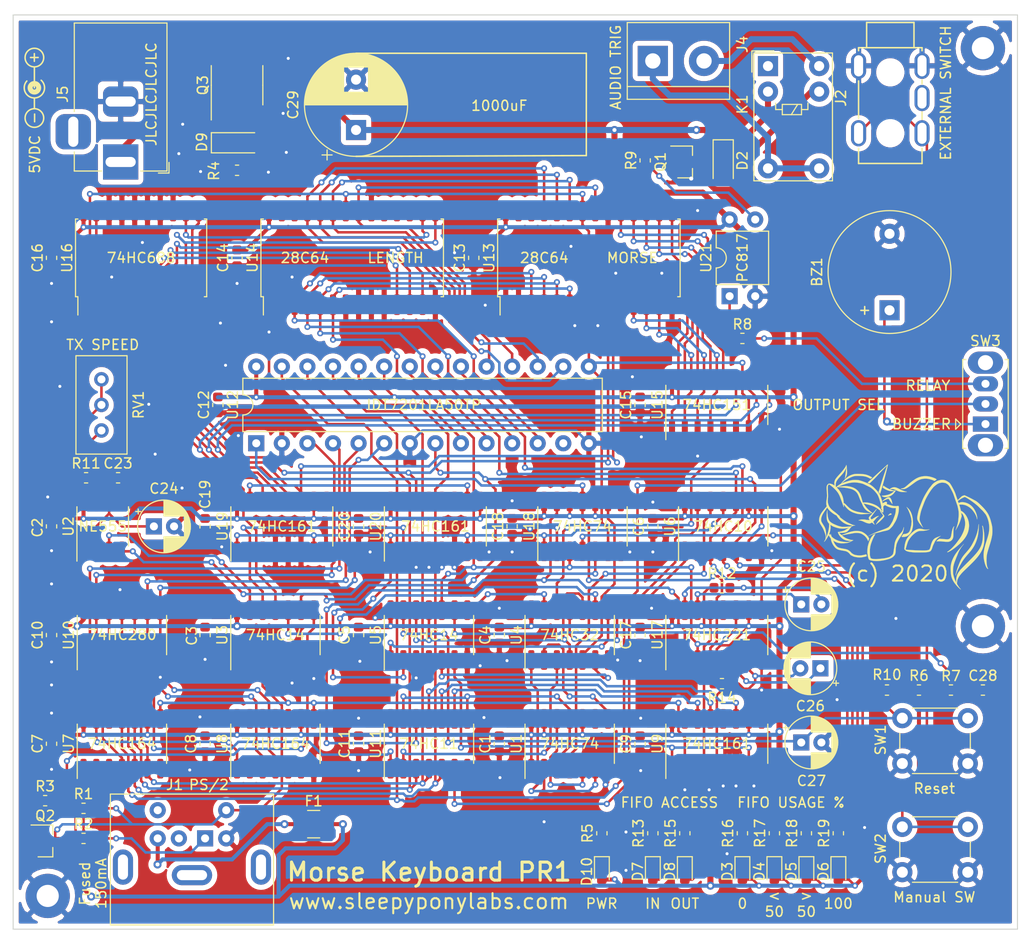
<source format=kicad_pcb>
(kicad_pcb (version 20171130) (host pcbnew "(5.1.6)-1")
  (title_block (title "Morse Keyboard") (date 2020-09-01) (rev 1) (company "Sleepy Pony Labs"))
  (layers (0 F.Cu signal) (31 B.Cu signal) (34 B.Paste user) (35 F.Paste user) (36 B.SilkS user) (37 F.SilkS user) (38 B.Mask user) (39 F.Mask user) (44 Edge.Cuts user))
  (net 0 "")
  (net 1 GNDREF)
  (net 2 BUZZER)
  (net 3 +5V)
  (net 4 "Net-(C23-Pad1)")
  (net 5 "Net-(C24-Pad1)")
  (net 6 "Net-(C25-Pad1)")
  (net 7 "Net-(C26-Pad1)")
  (net 8 KEYBOARD_PRESS)
  (net 9 "Net-(D2-Pad2)")
  (net 10 "Net-(D3-Pad1)")
  (net 11 "Net-(D4-Pad1)")
  (net 12 "Net-(D5-Pad1)")
  (net 13 "Net-(D6-Pad1)")
  (net 14 "Net-(D7-Pad2)")
  (net 15 "Net-(D7-Pad1)")
  (net 16 "Net-(D8-Pad2)")
  (net 17 "Net-(D8-Pad1)")
  (net 18 "Net-(D9-Pad2)")
  (net 19 "Net-(D10-Pad1)")
  (net 20 "Net-(J1-Pad6)")
  (net 21 "Net-(J1-Pad2)")
  (net 22 "Net-(J2-PadT)")
  (net 23 "Net-(J4-Pad2)")
  (net 24 "Net-(J4-Pad1)")
  (net 25 "Net-(J5-Pad3)")
  (net 26 "Net-(J5-Pad1)")
  (net 27 "Net-(K1-Pad1)")
  (net 28 "Net-(Q1-Pad1)")
  (net 29 TX_COMPLETE)
  (net 30 "Net-(Q2-Pad1)")
  (net 31 ~EMPTY)
  (net 32 ~HALF)
  (net 33 ~FULL)
  (net 34 RELAY)
  (net 35 TX_ON)
  (net 36 RD_RESET)
  (net 37 SOUND_TRIG_B)
  (net 38 SOUND_TRIG_A)
  (net 39 RD_COMPLETE)
  (net 40 TX_RESET)
  (net 41 ~PWRON_RESET)
  (net 42 ~TX_RESET)
  (net 43 "Net-(U18-Pad4)")
  (net 44 "Net-(U8-Pad5)")
  (net 45 "Net-(U9-Pad15)")
  (net 46 "Net-(U11-Pad10)")
  (net 47 "Net-(U11-Pad9)")
  (net 48 "Net-(U12-Pad13)")
  (net 49 /CL3)
  (net 50 /CL2)
  (net 51 /CL1)
  (net 52 /CL0)
  (net 53 /RW3)
  (net 54 /RW2)
  (net 55 /RW1)
  (net 56 /RW0)
  (net 57 ~TX_ON)
  (net 58 ~RX_ON)
  (net 59 "Net-(U13-Pad13)")
  (net 60 "Net-(U13-Pad26)")
  (net 61 "Net-(U13-Pad12)")
  (net 62 "Net-(U13-Pad11)")
  (net 63 /ST3)
  (net 64 /ST4)
  (net 65 "Net-(U13-Pad19)")
  (net 66 "Net-(U13-Pad18)")
  (net 67 "Net-(U13-Pad17)")
  (net 68 "Net-(U13-Pad16)")
  (net 69 "Net-(U13-Pad15)")
  (net 70 /LN2)
  (net 71 "Net-(U14-Pad26)")
  (net 72 /LN1)
  (net 73 /LN0)
  (net 74 /LN4)
  (net 75 /LN3)
  (net 76 /ST0)
  (net 77 /ST1)
  (net 78 /ST2)
  (net 79 "Net-(U15-Pad6)")
  (net 80 "Net-(U17-Pad12)")
  (net 81 "Net-(U18-Pad8)")
  (net 82 "Net-(U20-Pad15)")
  (net 83 "Net-(C25-Pad2)")
  (net 84 "Net-(C26-Pad2)")
  (net 85 "Net-(C27-Pad1)")
  (net 86 "Net-(C28-Pad1)")
  (net 87 "Net-(U19-Pad15)")
  (net 88 "Net-(U3-Pad6)")
  (net 89 "Net-(U4-Pad10)")
  (net 90 "Net-(U5-Pad4)")
  (net 91 "Net-(U14-Pad19)")
  (net 92 "Net-(U14-Pad18)")
  (net 93 "Net-(U14-Pad17)")
  (net 94 "Net-(U20-Pad13)")
  (net 95 "Net-(U20-Pad12)")
  (net 96 "Net-(U20-Pad11)")
  (net 97 "Net-(SW3-Pad2)")
  (net 98 KBCLK)
  (net 99 KBDAT)
  (net 100 "Net-(R3-Pad2)")
  (net 101 "Net-(R8-Pad1)")
  (net 102 "Net-(R9-Pad2)")
  (net 103 "Net-(R11-Pad1)")
  (net 104 "Net-(R17-Pad2)")
  (net 105 "Net-(U1-Pad12)")
  (net 106 KBD_END)
  (net 107 "Net-(U1-Pad9)")
  (net 108 "Net-(U1-Pad8)")
  (net 109 "Net-(U1-Pad6)")
  (net 110 ~KB_BREAK)
  (net 111 "Net-(U2-Pad3)")
  (net 112 "Net-(U16-Pad19)")
  (net 113 ~KBCLK)
  (net 114 "Net-(U19-Pad2)")
  (net 115 "Net-(U3-Pad2)")
  (net 116 ~KB_INHIBIT)
  (net 117 "Net-(U5-Pad6)")
  (net 118 KBD4)
  (net 119 "Net-(U11-Pad6)")
  (net 120 KBD2)
  (net 121 KBD3)
  (net 122 KBD5)
  (net 123 KBD6)
  (net 124 KBD7)
  (net 125 KBDP)
  (net 126 "Net-(U7-Pad3)")
  (net 127 "Net-(U8-Pad13)")
  (net 128 "Net-(U8-Pad12)")
  (net 129 "Net-(U8-Pad11)")
  (net 130 "Net-(U8-Pad10)")
  (net 131 "Net-(U8-Pad6)")
  (net 132 KBD0)
  (net 133 KBD1)
  (net 134 "Net-(U9-Pad12)")
  (net 135 "Net-(U11-Pad11)")
  (net 136 KBD_VALID)
  (net 137 "Net-(U10-Pad5)")
  (net 138 "Net-(U10-Pad3)")
  (net 139 "Net-(F1-Pad1)")
  (module Package_SO:SOIC-14_3.9x8.7mm_P1.27mm (layer F.Cu) (at 90.805 121.92 90)
    (fp_text reference U3 (at 0 -5.28 90) (layer F.SilkS))
    (fp_text value 74HC14)
    (pad 14 smd roundrect (at 2.475 -3.81 90) (size 1.95 0.6) (layers F.Cu F.Paste F.Mask) (net 3 +5V))
    (pad 13 smd roundrect (at 2.475 -2.54 90) (size 1.95 0.6) (layers F.Cu F.Paste F.Mask) (net 111 "Net-(U2-Pad3)"))
    (pad 12 smd roundrect (at 2.475 -1.27 90) (size 1.95 0.6) (layers F.Cu F.Paste F.Mask) (net 114 "Net-(U19-Pad2)"))
    (pad 11 smd roundrect (at 2.475 0 90) (size 1.95 0.6) (layers F.Cu F.Paste F.Mask) (net 112 "Net-(U16-Pad19)"))
    (pad 10 smd roundrect (at 2.475 1.27 90) (size 1.95 0.6) (layers F.Cu F.Paste F.Mask) (net 29 TX_COMPLETE))
    (pad 9 smd roundrect (at 2.475 2.54 90) (size 1.95 0.6) (layers F.Cu F.Paste F.Mask) (net 33 ~FULL))
    (pad 8 smd roundrect (at 2.475 3.81 90) (size 1.95 0.6) (layers F.Cu F.Paste F.Mask) (net 100 "Net-(R3-Pad2)"))
    (pad 7 smd roundrect (at -2.475 3.81 90) (size 1.95 0.6) (layers F.Cu F.Paste F.Mask) (net 1 GNDREF))
    (pad 6 smd roundrect (at -2.475 2.54 90) (size 1.95 0.6) (layers F.Cu F.Paste F.Mask) (net 88 "Net-(U3-Pad6)"))
    (pad 5 smd roundrect (at -2.475 1.27 90) (size 1.95 0.6) (layers F.Cu F.Paste F.Mask) (net 1 GNDREF))
    (pad 4 smd roundrect (at -2.475 0 90) (size 1.95 0.6) (layers F.Cu F.Paste F.Mask) (net 113 ~KBCLK))
    (pad 3 smd roundrect (at -2.475 -1.27 90) (size 1.95 0.6) (layers F.Cu F.Paste F.Mask) (net 98 KBCLK))
    (pad 2 smd roundrect (at -2.475 -2.54 90) (size 1.95 0.6) (layers F.Cu F.Paste F.Mask) (net 115 "Net-(U3-Pad2)"))
    (pad 1 smd roundrect (at -2.475 -3.81 90) (size 1.95 0.6) (layers F.Cu F.Paste F.Mask) (net 1 GNDREF))
  )
  (module Fuse:Fuse_1210_3225Metric (layer F.Cu) (at 94.6 140.7)
    (fp_text reference F1 (at 0 -2.28) (layer F.SilkS))
    (fp_text value 150mA)
    (pad 2 smd roundrect (at 1.4 0) (size 1.25 2.65) (layers F.Cu F.Paste F.Mask) (roundrect_rratio 0.2) (net 3 +5V))
    (pad 1 smd roundrect (at -1.4 0) (size 1.25 2.65) (layers F.Cu F.Paste F.Mask) (roundrect_rratio 0.2) (net 139 "Net-(F1-Pad1)"))
  )
  (module Package_SO:SOIC-14_3.9x8.7mm_P1.27mm (layer F.Cu) (at 106.045 121.92 90)
    (fp_text reference U5 (at 0 -5.28 90) (layer F.SilkS))
    (fp_text value 74HC14)
    (pad 14 smd roundrect (at 2.475 -3.81 90) (size 1.95 0.6) (layers F.Cu F.Paste F.Mask) (net 3 +5V))
    (pad 13 smd roundrect (at 2.475 -2.54 90) (size 1.95 0.6) (layers F.Cu F.Paste F.Mask) (net 85 "Net-(C27-Pad1)"))
    (pad 12 smd roundrect (at 2.475 -1.27 90) (size 1.95 0.6) (layers F.Cu F.Paste F.Mask) (net 89 "Net-(U4-Pad10)"))
    (pad 11 smd roundrect (at 2.475 0 90) (size 1.95 0.6) (layers F.Cu F.Paste F.Mask) (net 89 "Net-(U4-Pad10)"))
    (pad 10 smd roundrect (at 2.475 1.27 90) (size 1.95 0.6) (layers F.Cu F.Paste F.Mask) (net 41 ~PWRON_RESET))
    (pad 9 smd roundrect (at 2.475 2.54 90) (size 1.95 0.6) (layers F.Cu F.Paste F.Mask) (net 86 "Net-(C28-Pad1)"))
    (pad 8 smd roundrect (at 2.475 3.81 90) (size 1.95 0.6) (layers F.Cu F.Paste F.Mask) (net 37 SOUND_TRIG_B))
    (pad 7 smd roundrect (at -2.475 3.81 90) (size 1.95 0.6) (layers F.Cu F.Paste F.Mask) (net 1 GNDREF))
    (pad 6 smd roundrect (at -2.475 2.54 90) (size 1.95 0.6) (layers F.Cu F.Paste F.Mask) (net 117 "Net-(U5-Pad6)"))
    (pad 5 smd roundrect (at -2.475 1.27 90) (size 1.95 0.6) (layers F.Cu F.Paste F.Mask) (net 36 RD_RESET))
    (pad 4 smd roundrect (at -2.475 0 90) (size 1.95 0.6) (layers F.Cu F.Paste F.Mask) (net 90 "Net-(U5-Pad4)"))
    (pad 3 smd roundrect (at -2.475 -1.27 90) (size 1.95 0.6) (layers F.Cu F.Paste F.Mask) (net 1 GNDREF))
    (pad 2 smd roundrect (at -2.475 -2.54 90) (size 1.95 0.6) (layers F.Cu F.Paste F.Mask) (net 42 ~TX_RESET))
    (pad 1 smd roundrect (at -2.475 -3.81 90) (size 1.95 0.6) (layers F.Cu F.Paste F.Mask) (net 40 TX_RESET))
  )
  (module Potentiometer_THT:Potentiometer_Bourns_3296W_Vertical (layer F.Cu) (at 73.533 96.52 90)
    (fp_text reference RV1 (at -2.54 3.683 270) (layer F.SilkS))
    (fp_text value 100k)
    (pad 3 thru_hole circle (at -5.08 0 90) (size 1.44 1.44) (drill 0.8) (layers *.Cu *.Mask) (net 103 "Net-(R11-Pad1)"))
    (pad 2 thru_hole circle (at -2.54 0 90) (size 1.44 1.44) (drill 0.8) (layers *.Cu *.Mask) (net 3 +5V))
    (pad 1 thru_hole circle (at 0 0 90) (size 1.44 1.44) (drill 0.8) (layers *.Cu *.Mask) (net 3 +5V))
  )
  (module Package_SO:SOIC-14_3.9x8.7mm_P1.27mm (layer F.Cu) (at 106.045 132.715 90)
    (fp_text reference U11 (at 0 -5.28 90) (layer F.SilkS))
    (fp_text value 74HC11)
    (pad 14 smd roundrect (at 2.475 -3.81 90) (size 1.95 0.6) (layers F.Cu F.Paste F.Mask) (net 3 +5V))
    (pad 13 smd roundrect (at 2.475 -2.54 90) (size 1.95 0.6) (layers F.Cu F.Paste F.Mask) (net 106 KBD_END))
    (pad 12 smd roundrect (at 2.475 -1.27 90) (size 1.95 0.6) (layers F.Cu F.Paste F.Mask) (net 8 KEYBOARD_PRESS))
    (pad 11 smd roundrect (at 2.475 0 90) (size 1.95 0.6) (layers F.Cu F.Paste F.Mask) (net 135 "Net-(U11-Pad11)"))
    (pad 10 smd roundrect (at 2.475 1.27 90) (size 1.95 0.6) (layers F.Cu F.Paste F.Mask) (net 46 "Net-(U11-Pad10)"))
    (pad 9 smd roundrect (at 2.475 2.54 90) (size 1.95 0.6) (layers F.Cu F.Paste F.Mask) (net 47 "Net-(U11-Pad9)"))
    (pad 8 smd roundrect (at 2.475 3.81 90) (size 1.95 0.6) (layers F.Cu F.Paste F.Mask) (net 106 KBD_END))
    (pad 7 smd roundrect (at -2.475 3.81 90) (size 1.95 0.6) (layers F.Cu F.Paste F.Mask) (net 1 GNDREF))
    (pad 6 smd roundrect (at -2.475 2.54 90) (size 1.95 0.6) (layers F.Cu F.Paste F.Mask) (net 119 "Net-(U11-Pad6)"))
    (pad 5 smd roundrect (at -2.475 1.27 90) (size 1.95 0.6) (layers F.Cu F.Paste F.Mask) (net 124 KBD7))
    (pad 4 smd roundrect (at -2.475 0 90) (size 1.95 0.6) (layers F.Cu F.Paste F.Mask) (net 123 KBD6))
    (pad 3 smd roundrect (at -2.475 -1.27 90) (size 1.95 0.6) (layers F.Cu F.Paste F.Mask) (net 122 KBD5))
    (pad 2 smd roundrect (at -2.475 -2.54 90) (size 1.95 0.6) (layers F.Cu F.Paste F.Mask) (net 116 ~KB_INHIBIT))
    (pad 1 smd roundrect (at -2.475 -3.81 90) (size 1.95 0.6) (layers F.Cu F.Paste F.Mask) (net 136 KBD_VALID))
  )
  (module Package_SO:SOIC-14_3.9x8.7mm_P1.27mm (layer F.Cu) (at 75.565 121.92 90)
    (fp_text reference U10 (at 0 -5.28 90) (layer F.SilkS))
    (fp_text value 74HC280)
    (pad 14 smd roundrect (at 2.475 -3.81 90) (size 1.95 0.6) (layers F.Cu F.Paste F.Mask) (net 3 +5V))
    (pad 13 smd roundrect (at 2.475 -2.54 90) (size 1.95 0.6) (layers F.Cu F.Paste F.Mask) (net 121 KBD3))
    (pad 12 smd roundrect (at 2.475 -1.27 90) (size 1.95 0.6) (layers F.Cu F.Paste F.Mask) (net 118 KBD4))
    (pad 11 smd roundrect (at 2.475 0 90) (size 1.95 0.6) (layers F.Cu F.Paste F.Mask) (net 122 KBD5))
    (pad 10 smd roundrect (at 2.475 1.27 90) (size 1.95 0.6) (layers F.Cu F.Paste F.Mask) (net 123 KBD6))
    (pad 9 smd roundrect (at 2.475 2.54 90) (size 1.95 0.6) (layers F.Cu F.Paste F.Mask) (net 133 KBD1))
    (pad 8 smd roundrect (at 2.475 3.81 90) (size 1.95 0.6) (layers F.Cu F.Paste F.Mask) (net 132 KBD0))
    (pad 7 smd roundrect (at -2.475 3.81 90) (size 1.95 0.6) (layers F.Cu F.Paste F.Mask) (net 1 GNDREF))
    (pad 6 smd roundrect (at -2.475 2.54 90) (size 1.95 0.6) (layers F.Cu F.Paste F.Mask) (net 136 KBD_VALID))
    (pad 5 smd roundrect (at -2.475 1.27 90) (size 1.95 0.6) (layers F.Cu F.Paste F.Mask) (net 137 "Net-(U10-Pad5)"))
    (pad 4 smd roundrect (at -2.475 0 90) (size 1.95 0.6) (layers F.Cu F.Paste F.Mask) (net 124 KBD7))
    (pad 3 smd roundrect (at -2.475 -1.27 90) (size 1.95 0.6) (layers F.Cu F.Paste F.Mask) (net 138 "Net-(U10-Pad3)"))
    (pad 2 smd roundrect (at -2.475 -2.54 90) (size 1.95 0.6) (layers F.Cu F.Paste F.Mask) (net 125 KBDP))
    (pad 1 smd roundrect (at -2.475 -3.81 90) (size 1.95 0.6) (layers F.Cu F.Paste F.Mask) (net 120 KBD2))
  )
  (module Package_SO:SOIC-16_3.9x9.9mm_P1.27mm (layer F.Cu) (at 134.62 132.715 90)
    (fp_text reference U9 (at 0 -5.9 90) (layer F.SilkS))
    (fp_text value 74HC161)
    (pad 16 smd roundrect (at 2.475 -4.445 90) (size 1.95 0.6) (layers F.Cu F.Paste F.Mask) (net 3 +5V))
    (pad 15 smd roundrect (at 2.475 -3.175 90) (size 1.95 0.6) (layers F.Cu F.Paste F.Mask) (net 45 "Net-(U9-Pad15)"))
    (pad 14 smd roundrect (at 2.475 -1.905 90) (size 1.95 0.6) (layers F.Cu F.Paste F.Mask) (net 47 "Net-(U11-Pad9)"))
    (pad 13 smd roundrect (at 2.475 -0.635 90) (size 1.95 0.6) (layers F.Cu F.Paste F.Mask) (net 46 "Net-(U11-Pad10)"))
    (pad 12 smd roundrect (at 2.475 0.635 90) (size 1.95 0.6) (layers F.Cu F.Paste F.Mask) (net 134 "Net-(U9-Pad12)"))
    (pad 11 smd roundrect (at 2.475 1.905 90) (size 1.95 0.6) (layers F.Cu F.Paste F.Mask) (net 135 "Net-(U11-Pad11)"))
    (pad 10 smd roundrect (at 2.475 3.175 90) (size 1.95 0.6) (layers F.Cu F.Paste F.Mask) (net 3 +5V))
    (pad 9 smd roundrect (at 2.475 4.445 90) (size 1.95 0.6) (layers F.Cu F.Paste F.Mask) (net 3 +5V))
    (pad 8 smd roundrect (at -2.475 4.445 90) (size 1.95 0.6) (layers F.Cu F.Paste F.Mask) (net 1 GNDREF))
    (pad 7 smd roundrect (at -2.475 3.175 90) (size 1.95 0.6) (layers F.Cu F.Paste F.Mask) (net 117 "Net-(U5-Pad6)"))
    (pad 6 smd roundrect (at -2.475 1.905 90) (size 1.95 0.6) (layers F.Cu F.Paste F.Mask) (net 1 GNDREF))
    (pad 5 smd roundrect (at -2.475 0.635 90) (size 1.95 0.6) (layers F.Cu F.Paste F.Mask) (net 1 GNDREF))
    (pad 4 smd roundrect (at -2.475 -0.635 90) (size 1.95 0.6) (layers F.Cu F.Paste F.Mask) (net 1 GNDREF))
    (pad 3 smd roundrect (at -2.475 -1.905 90) (size 1.95 0.6) (layers F.Cu F.Paste F.Mask) (net 1 GNDREF))
    (pad 2 smd roundrect (at -2.475 -3.175 90) (size 1.95 0.6) (layers F.Cu F.Paste F.Mask) (net 113 ~KBCLK))
    (pad 1 smd roundrect (at -2.475 -4.445 90) (size 1.95 0.6) (layers F.Cu F.Paste F.Mask) (net 117 "Net-(U5-Pad6)"))
  )
  (module Package_SO:SOIC-14_3.9x8.7mm_P1.27mm (layer F.Cu) (at 90.805 132.715 90)
    (fp_text reference U8 (at 0 -5.28 90) (layer F.SilkS))
    (fp_text value 74HC164)
    (pad 14 smd roundrect (at 2.475 -3.81 90) (size 1.95 0.6) (layers F.Cu F.Paste F.Mask) (net 3 +5V))
    (pad 13 smd roundrect (at 2.475 -2.54 90) (size 1.95 0.6) (layers F.Cu F.Paste F.Mask) (net 127 "Net-(U8-Pad13)"))
    (pad 12 smd roundrect (at 2.475 -1.27 90) (size 1.95 0.6) (layers F.Cu F.Paste F.Mask) (net 128 "Net-(U8-Pad12)"))
    (pad 11 smd roundrect (at 2.475 0 90) (size 1.95 0.6) (layers F.Cu F.Paste F.Mask) (net 129 "Net-(U8-Pad11)"))
    (pad 10 smd roundrect (at 2.475 1.27 90) (size 1.95 0.6) (layers F.Cu F.Paste F.Mask) (net 130 "Net-(U8-Pad10)"))
    (pad 9 smd roundrect (at 2.475 2.54 90) (size 1.95 0.6) (layers F.Cu F.Paste F.Mask) (net 3 +5V))
    (pad 8 smd roundrect (at 2.475 3.81 90) (size 1.95 0.6) (layers F.Cu F.Paste F.Mask) (net 113 ~KBCLK))
    (pad 7 smd roundrect (at -2.475 3.81 90) (size 1.95 0.6) (layers F.Cu F.Paste F.Mask) (net 1 GNDREF))
    (pad 6 smd roundrect (at -2.475 2.54 90) (size 1.95 0.6) (layers F.Cu F.Paste F.Mask) (net 131 "Net-(U8-Pad6)"))
    (pad 5 smd roundrect (at -2.475 1.27 90) (size 1.95 0.6) (layers F.Cu F.Paste F.Mask) (net 44 "Net-(U8-Pad5)"))
    (pad 4 smd roundrect (at -2.475 0 90) (size 1.95 0.6) (layers F.Cu F.Paste F.Mask) (net 132 KBD0))
    (pad 3 smd roundrect (at -2.475 -1.27 90) (size 1.95 0.6) (layers F.Cu F.Paste F.Mask) (net 133 KBD1))
    (pad 2 smd roundrect (at -2.475 -2.54 90) (size 1.95 0.6) (layers F.Cu F.Paste F.Mask) (net 120 KBD2))
    (pad 1 smd roundrect (at -2.475 -3.81 90) (size 1.95 0.6) (layers F.Cu F.Paste F.Mask) (net 120 KBD2))
  )
  (module Package_SO:SOIC-14_3.9x8.7mm_P1.27mm (layer F.Cu) (at 75.565 132.715 90)
    (fp_text reference U7 (at 0 -5.28 90) (layer F.SilkS))
    (fp_text value 74HC164)
    (pad 14 smd roundrect (at 2.475 -3.81 90) (size 1.95 0.6) (layers F.Cu F.Paste F.Mask) (net 3 +5V))
    (pad 13 smd roundrect (at 2.475 -2.54 90) (size 1.95 0.6) (layers F.Cu F.Paste F.Mask) (net 120 KBD2))
    (pad 12 smd roundrect (at 2.475 -1.27 90) (size 1.95 0.6) (layers F.Cu F.Paste F.Mask) (net 121 KBD3))
    (pad 11 smd roundrect (at 2.475 0 90) (size 1.95 0.6) (layers F.Cu F.Paste F.Mask) (net 118 KBD4))
    (pad 10 smd roundrect (at 2.475 1.27 90) (size 1.95 0.6) (layers F.Cu F.Paste F.Mask) (net 122 KBD5))
    (pad 9 smd roundrect (at 2.475 2.54 90) (size 1.95 0.6) (layers F.Cu F.Paste F.Mask) (net 3 +5V))
    (pad 8 smd roundrect (at 2.475 3.81 90) (size 1.95 0.6) (layers F.Cu F.Paste F.Mask) (net 113 ~KBCLK))
    (pad 7 smd roundrect (at -2.475 3.81 90) (size 1.95 0.6) (layers F.Cu F.Paste F.Mask) (net 1 GNDREF))
    (pad 6 smd roundrect (at -2.475 2.54 90) (size 1.95 0.6) (layers F.Cu F.Paste F.Mask) (net 123 KBD6))
    (pad 5 smd roundrect (at -2.475 1.27 90) (size 1.95 0.6) (layers F.Cu F.Paste F.Mask) (net 124 KBD7))
    (pad 4 smd roundrect (at -2.475 0 90) (size 1.95 0.6) (layers F.Cu F.Paste F.Mask) (net 125 KBDP))
    (pad 3 smd roundrect (at -2.475 -1.27 90) (size 1.95 0.6) (layers F.Cu F.Paste F.Mask) (net 126 "Net-(U7-Pad3)"))
    (pad 2 smd roundrect (at -2.475 -2.54 90) (size 1.95 0.6) (layers F.Cu F.Paste F.Mask) (net 99 KBDAT))
    (pad 1 smd roundrect (at -2.475 -3.81 90) (size 1.95 0.6) (layers F.Cu F.Paste F.Mask) (net 99 KBDAT))
  )
  (module Package_SO:SOIC-14_3.9x8.7mm_P1.27mm (layer F.Cu) (at 120.015 132.715 90)
    (fp_text reference U1 (at 0 -5.28 90) (layer F.SilkS))
    (fp_text value 74HC74)
    (pad 14 smd roundrect (at 2.475 -3.81 90) (size 1.95 0.6) (layers F.Cu F.Paste F.Mask) (net 3 +5V))
    (pad 13 smd roundrect (at 2.475 -2.54 90) (size 1.95 0.6) (layers F.Cu F.Paste F.Mask) (net 3 +5V))
    (pad 12 smd roundrect (at 2.475 -1.27 90) (size 1.95 0.6) (layers F.Cu F.Paste F.Mask) (net 105 "Net-(U1-Pad12)"))
    (pad 11 smd roundrect (at 2.475 0 90) (size 1.95 0.6) (layers F.Cu F.Paste F.Mask) (net 106 KBD_END))
    (pad 10 smd roundrect (at 2.475 1.27 90) (size 1.95 0.6) (layers F.Cu F.Paste F.Mask) (net 3 +5V))
    (pad 9 smd roundrect (at 2.475 2.54 90) (size 1.95 0.6) (layers F.Cu F.Paste F.Mask) (net 107 "Net-(U1-Pad9)"))
    (pad 8 smd roundrect (at 2.475 3.81 90) (size 1.95 0.6) (layers F.Cu F.Paste F.Mask) (net 108 "Net-(U1-Pad8)"))
    (pad 7 smd roundrect (at -2.475 3.81 90) (size 1.95 0.6) (layers F.Cu F.Paste F.Mask) (net 1 GNDREF))
    (pad 6 smd roundrect (at -2.475 2.54 90) (size 1.95 0.6) (layers F.Cu F.Paste F.Mask) (net 109 "Net-(U1-Pad6)"))
    (pad 5 smd roundrect (at -2.475 1.27 90) (size 1.95 0.6) (layers F.Cu F.Paste F.Mask) (net 105 "Net-(U1-Pad12)"))
    (pad 4 smd roundrect (at -2.475 0 90) (size 1.95 0.6) (layers F.Cu F.Paste F.Mask) (net 110 ~KB_BREAK))
    (pad 3 smd roundrect (at -2.475 -1.27 90) (size 1.95 0.6) (layers F.Cu F.Paste F.Mask) (net 106 KBD_END))
    (pad 2 smd roundrect (at -2.475 -2.54 90) (size 1.95 0.6) (layers F.Cu F.Paste F.Mask) (net 1 GNDREF))
    (pad 1 smd roundrect (at -2.475 -3.81 90) (size 1.95 0.6) (layers F.Cu F.Paste F.Mask) (net 3 +5V))
  )
  (module GiraffeTech-Connector:Connector_Mini-DIN_Female_6Pin_2rows (layer F.Cu) (at 83.82 142.113)
    (fp_text reference J1 (at -3.02 -5.313) (layer F.SilkS))
    (fp_text value Keyboard)
    (pad 7 thru_hole oval (at -8.15 2.85) (size 2 3.5) (drill oval 1 2.5) (layers *.Cu *.Mask))
    (pad 7 thru_hole oval (at 5.55 2.85) (size 2 3.5) (drill oval 1 2.5) (layers *.Cu *.Mask))
    (pad 1 thru_hole rect (at 0 0) (size 1.6 1.6) (drill 0.8) (layers *.Cu *.Mask) (net 99 KBDAT))
    (pad 2 thru_hole circle (at -2.6 0) (size 1.6 1.6) (drill 0.8) (layers *.Cu *.Mask) (net 21 "Net-(J1-Pad2)"))
    (pad 3 thru_hole circle (at 2.1 0) (size 1.6 1.6) (drill 0.8) (layers *.Cu *.Mask) (net 1 GNDREF))
    (pad 4 thru_hole circle (at -4.7 0) (size 1.6 1.6) (drill 0.8) (layers *.Cu *.Mask) (net 139 "Net-(F1-Pad1)"))
    (pad 5 thru_hole circle (at 2.1 -2.8) (size 1.6 1.6) (drill 0.8) (layers *.Cu *.Mask) (net 98 KBCLK))
    (pad 6 thru_hole circle (at -4.7 -2.8) (size 1.6 1.6) (drill 0.8) (layers *.Cu *.Mask) (net 20 "Net-(J1-Pad6)"))
    (pad 7 thru_hole oval (at -1.3 3.65) (size 4 2) (drill oval 3 1) (layers *.Cu *.Mask))
  )
  (module Capacitor_SMD:C_0603_1608Metric (layer F.Cu) (at 83.82 121.92 270)
    (fp_text reference C3 (at 0.08 1.32 90) (layer F.SilkS))
    (fp_text value 100nF)
    (pad 2 smd roundrect (at 0.7875 0 270) (size 0.875 0.95) (layers F.Cu F.Paste F.Mask) (net 1 GNDREF))
    (pad 1 smd roundrect (at -0.7875 0 270) (size 0.875 0.95) (layers F.Cu F.Paste F.Mask) (net 3 +5V))
  )
  (module Resistor_SMD:R_0603_1608Metric (layer F.Cu) (at 67.945 138.3665)
    (fp_text reference R3 (at 0 -1.43) (layer F.SilkS))
    (fp_text value 1K)
    (pad 2 smd roundrect (at 0.7875 0) (size 0.875 0.95) (layers F.Cu F.Paste F.Mask) (net 100 "Net-(R3-Pad2)"))
    (pad 1 smd roundrect (at -0.7875 0) (size 0.875 0.95) (layers F.Cu F.Paste F.Mask) (net 30 "Net-(Q2-Pad1)"))
  )
  (module Resistor_SMD:R_0603_1608Metric (layer F.Cu) (at 71.755 142.113)
    (fp_text reference R2 (at 0 -1.43) (layer F.SilkS))
    (fp_text value 4K7)
    (pad 2 smd roundrect (at 0.7875 0) (size 0.875 0.95) (layers F.Cu F.Paste F.Mask) (net 99 KBDAT))
    (pad 1 smd roundrect (at -0.7875 0) (size 0.875 0.95) (layers F.Cu F.Paste F.Mask) (net 3 +5V))
  )
  (module Resistor_SMD:R_0603_1608Metric (layer F.Cu) (at 71.755 139.1285)
    (fp_text reference R1 (at 0 -1.43) (layer F.SilkS))
    (fp_text value 4K7)
    (pad 2 smd roundrect (at 0.7875 0) (size 0.875 0.95) (layers F.Cu F.Paste F.Mask) (net 98 KBCLK))
    (pad 1 smd roundrect (at -0.7875 0) (size 0.875 0.95) (layers F.Cu F.Paste F.Mask) (net 3 +5V))
  )
  (module Package_TO_SOT_SMD:SOT-23 (layer F.Cu) (at 67.945 142.367)
    (fp_text reference Q2 (at 0 -2.5) (layer F.SilkS))
    (fp_text value MMBT2222A)
    (pad 3 smd rect (at 1 0) (size 0.9 0.8) (layers F.Cu F.Paste F.Mask) (net 98 KBCLK))
    (pad 2 smd rect (at -1 0.95) (size 0.9 0.8) (layers F.Cu F.Paste F.Mask) (net 1 GNDREF))
    (pad 1 smd rect (at -1 -0.95) (size 0.9 0.8) (layers F.Cu F.Paste F.Mask) (net 30 "Net-(Q2-Pad1)"))
  )
  (module MountingHole:MountingHole_2.2mm_M2_Pad (layer F.Cu) (at 161.036 63.627)
    (fp_text reference H3 hide)
    (fp_text value M2)
    (pad 1 thru_hole circle (at 0 0) (size 4.4 4.4) (drill 2.2) (layers *.Cu *.Mask) (net 1 GNDREF))
  )
  (module MountingHole:MountingHole_2.2mm_M2_Pad (layer F.Cu) (at 161.036 121.031)
    (fp_text reference H2 hide)
    (fp_text value M2)
    (pad 1 thru_hole circle (at 0 0) (size 4.4 4.4) (drill 2.2) (layers *.Cu *.Mask) (net 1 GNDREF))
  )
  (module MountingHole:MountingHole_2.2mm_M2_Pad (layer F.Cu) (at 68.199 147.828)
    (fp_text reference H1 hide)
    (fp_text value M2)
    (pad 1 thru_hole circle (at 0 0) (size 4.4 4.4) (drill 2.2) (layers *.Cu *.Mask) (net 1 GNDREF))
  )
  (module Symbol:Symbol_Barrel_Polarity (layer F.Cu) (at 66.802 67.564 90)
    (fp_text reference REF** hide)
    (fp_text value Symbol_Barrel_Polarity)
  )
  (module GiraffeTech-AudioJack:PJ-313 (layer F.Cu) (at 151.892 68.58 270)
    (fp_text reference J2 (at 0 4.953 90) (layer F.SilkS))
    (fp_text value EXT_SW)
    (pad "" np_thru_hole circle (at 3.5 0.05 270) (size 1.8 1.8) (drill 1.8) (layers *.Cu *.Mask))
    (pad "" np_thru_hole circle (at -2.55 0.05 270) (size 1.8 1.8) (drill 1.8) (layers *.Cu *.Mask))
    (pad T thru_hole oval (at 3.5 3.2 270) (size 2.6 1.5) (drill oval 2.1 0.9) (layers *.Cu *.Mask) (net 22 "Net-(J2-PadT)"))
    (pad S thru_hole oval (at -3.2 3.2 270) (size 2.6 1.5) (drill oval 2.1 0.9) (layers *.Cu *.Mask) (net 1 GNDREF))
    (pad T thru_hole oval (at 3.5 -3.1 270) (size 2.6 1.5) (drill oval 2.1 0.9) (layers *.Cu *.Mask) (net 22 "Net-(J2-PadT)"))
    (pad R thru_hole oval (at 0 -3.1 270) (size 2.6 1.5) (drill oval 2.1 0.9) (layers *.Cu *.Mask))
    (pad S thru_hole oval (at -3.2 -3.1 270) (size 2.6 1.5) (drill oval 2.1 0.9) (layers *.Cu *.Mask) (net 1 GNDREF))
  )
  (module sleepyLogo:sleepylogo_20mm (layer F.Cu) (at 153.67 110.49)
    (fp_text reference G*** hide)
    (fp_text value LOGO hide)
  )
  (module Package_SO:SOIC-14_3.9x8.7mm_P1.27mm (layer F.Cu) (at 120.015 121.92 90)
    (fp_text reference U4 (at 0 -5.28 90) (layer F.SilkS))
    (fp_text value 74HC32)
    (pad 14 smd roundrect (at 2.475 -3.81 90) (size 1.95 0.6) (layers F.Cu F.Paste F.Mask) (net 3 +5V))
    (pad 13 smd roundrect (at 2.475 -2.54 90) (size 1.95 0.6) (layers F.Cu F.Paste F.Mask) (net 37 SOUND_TRIG_B))
    (pad 12 smd roundrect (at 2.475 -1.27 90) (size 1.95 0.6) (layers F.Cu F.Paste F.Mask) (net 38 SOUND_TRIG_A))
    (pad 11 smd roundrect (at 2.475 0 90) (size 1.95 0.6) (layers F.Cu F.Paste F.Mask) (net 97 "Net-(SW3-Pad2)"))
    (pad 10 smd roundrect (at 2.475 1.27 90) (size 1.95 0.6) (layers F.Cu F.Paste F.Mask) (net 89 "Net-(U4-Pad10)"))
    (pad 9 smd roundrect (at 2.475 2.54 90) (size 1.95 0.6) (layers F.Cu F.Paste F.Mask) (net 29 TX_COMPLETE))
    (pad 8 smd roundrect (at 2.475 3.81 90) (size 1.95 0.6) (layers F.Cu F.Paste F.Mask) (net 40 TX_RESET))
    (pad 7 smd roundrect (at -2.475 3.81 90) (size 1.95 0.6) (layers F.Cu F.Paste F.Mask) (net 1 GNDREF))
    (pad 6 smd roundrect (at -2.475 2.54 90) (size 1.95 0.6) (layers F.Cu F.Paste F.Mask) (net 36 RD_RESET))
    (pad 5 smd roundrect (at -2.475 1.27 90) (size 1.95 0.6) (layers F.Cu F.Paste F.Mask) (net 39 RD_COMPLETE))
    (pad 4 smd roundrect (at -2.475 0 90) (size 1.95 0.6) (layers F.Cu F.Paste F.Mask) (net 89 "Net-(U4-Pad10)"))
    (pad 3 smd roundrect (at -2.475 -1.27 90) (size 1.95 0.6) (layers F.Cu F.Paste F.Mask) (net 116 ~KB_INHIBIT))
    (pad 2 smd roundrect (at -2.475 -2.54 90) (size 1.95 0.6) (layers F.Cu F.Paste F.Mask) (net 108 "Net-(U1-Pad8)"))
    (pad 1 smd roundrect (at -2.475 -3.81 90) (size 1.95 0.6) (layers F.Cu F.Paste F.Mask) (net 109 "Net-(U1-Pad6)"))
  )
  (module Resistor_SMD:R_0603_1608Metric (layer F.Cu) (at 123.21 141.605 90)
    (fp_text reference R5 (at 0 -1.43 90) (layer F.SilkS))
    (fp_text value 4K7)
    (pad 1 smd roundrect (at -0.7875 0 90) (size 0.875 0.95) (layers F.Cu F.Paste F.Mask) (net 19 "Net-(D10-Pad1)"))
    (pad 2 smd roundrect (at 0.7875 0 90) (size 0.875 0.95) (layers F.Cu F.Paste F.Mask) (net 1 GNDREF))
  )
  (module Resistor_SMD:R_0603_1608Metric (layer F.Cu) (at 131.445 141.605 90)
    (fp_text reference R15 (at 0 -1.43 90) (layer F.SilkS))
    (fp_text value 4K7)
    (pad 1 smd roundrect (at -0.7875 0 90) (size 0.875 0.95) (layers F.Cu F.Paste F.Mask) (net 17 "Net-(D8-Pad1)"))
    (pad 2 smd roundrect (at 0.7875 0 90) (size 0.875 0.95) (layers F.Cu F.Paste F.Mask) (net 1 GNDREF))
  )
  (module Resistor_SMD:R_0603_1608Metric (layer F.Cu) (at 128.27 141.605 90)
    (fp_text reference R13 (at 0 -1.43 90) (layer F.SilkS))
    (fp_text value 4K7)
    (pad 1 smd roundrect (at -0.7875 0 90) (size 0.875 0.95) (layers F.Cu F.Paste F.Mask) (net 15 "Net-(D7-Pad1)"))
    (pad 2 smd roundrect (at 0.7875 0 90) (size 0.875 0.95) (layers F.Cu F.Paste F.Mask) (net 1 GNDREF))
  )
  (module Resistor_SMD:R_0603_1608Metric (layer F.Cu) (at 146.685 141.605 90)
    (fp_text reference R19 (at 0 -1.43 90) (layer F.SilkS))
    (fp_text value 4K7)
    (pad 1 smd roundrect (at -0.7875 0 90) (size 0.875 0.95) (layers F.Cu F.Paste F.Mask) (net 13 "Net-(D6-Pad1)"))
    (pad 2 smd roundrect (at 0.7875 0 90) (size 0.875 0.95) (layers F.Cu F.Paste F.Mask) (net 33 ~FULL))
  )
  (module Resistor_SMD:R_0603_1608Metric (layer F.Cu) (at 143.51 141.605 90)
    (fp_text reference R18 (at 0 -1.43 90) (layer F.SilkS))
    (fp_text value 4K7)
    (pad 1 smd roundrect (at -0.7875 0 90) (size 0.875 0.95) (layers F.Cu F.Paste F.Mask) (net 12 "Net-(D5-Pad1)"))
    (pad 2 smd roundrect (at 0.7875 0 90) (size 0.875 0.95) (layers F.Cu F.Paste F.Mask) (net 32 ~HALF))
  )
  (module Resistor_SMD:R_0603_1608Metric (layer F.Cu) (at 140.335 141.605 90)
    (fp_text reference R17 (at 0 -1.43 90) (layer F.SilkS))
    (fp_text value 4K7)
    (pad 1 smd roundrect (at -0.7875 0 90) (size 0.875 0.95) (layers F.Cu F.Paste F.Mask) (net 11 "Net-(D4-Pad1)"))
    (pad 2 smd roundrect (at 0.7875 0 90) (size 0.875 0.95) (layers F.Cu F.Paste F.Mask) (net 104 "Net-(R17-Pad2)"))
  )
  (module Resistor_SMD:R_0603_1608Metric (layer F.Cu) (at 137.16 141.605 90)
    (fp_text reference R16 (at 0 -1.43 90) (layer F.SilkS))
    (fp_text value 4K7)
    (pad 1 smd roundrect (at -0.7875 0 90) (size 0.875 0.95) (layers F.Cu F.Paste F.Mask) (net 10 "Net-(D3-Pad1)"))
    (pad 2 smd roundrect (at 0.7875 0 90) (size 0.875 0.95) (layers F.Cu F.Paste F.Mask) (net 31 ~EMPTY))
  )
  (module LED_SMD:LED_0603_1608Metric (layer F.Cu) (at 123.21 145.415 270)
    (fp_text reference D10 (at 0 1.491 90) (layer F.SilkS))
    (fp_text value Power)
    (pad 1 smd roundrect (at -0.7875 0 270) (size 0.875 0.95) (layers F.Cu F.Paste F.Mask) (net 19 "Net-(D10-Pad1)"))
    (pad 2 smd roundrect (at 0.7875 0 270) (size 0.875 0.95) (layers F.Cu F.Paste F.Mask) (net 3 +5V))
  )
  (module LED_SMD:LED_0603_1608Metric (layer F.Cu) (at 131.445 145.415 270)
    (fp_text reference D8 (at 0 1.491 90) (layer F.SilkS))
    (fp_text value OUT_ACK)
    (pad 1 smd roundrect (at -0.7875 0 270) (size 0.875 0.95) (layers F.Cu F.Paste F.Mask) (net 17 "Net-(D8-Pad1)"))
    (pad 2 smd roundrect (at 0.7875 0 270) (size 0.875 0.95) (layers F.Cu F.Paste F.Mask) (net 16 "Net-(D8-Pad2)"))
  )
  (module LED_SMD:LED_0603_1608Metric (layer F.Cu) (at 128.27 145.415 270)
    (fp_text reference D7 (at 0 1.491 90) (layer F.SilkS))
    (fp_text value IN_ACK)
    (pad 1 smd roundrect (at -0.7875 0 270) (size 0.875 0.95) (layers F.Cu F.Paste F.Mask) (net 15 "Net-(D7-Pad1)"))
    (pad 2 smd roundrect (at 0.7875 0 270) (size 0.875 0.95) (layers F.Cu F.Paste F.Mask) (net 14 "Net-(D7-Pad2)"))
  )
  (module LED_SMD:LED_0603_1608Metric (layer F.Cu) (at 146.685 145.415 270)
    (fp_text reference D6 (at 0 1.491 90) (layer F.SilkS))
    (fp_text value ~FF)
    (pad 1 smd roundrect (at -0.7875 0 270) (size 0.875 0.95) (layers F.Cu F.Paste F.Mask) (net 13 "Net-(D6-Pad1)"))
    (pad 2 smd roundrect (at 0.7875 0 270) (size 0.875 0.95) (layers F.Cu F.Paste F.Mask) (net 3 +5V))
  )
  (module LED_SMD:LED_0603_1608Metric (layer F.Cu) (at 143.51 145.415 270)
    (fp_text reference D5 (at 0 1.491 90) (layer F.SilkS))
    (fp_text value ~HF)
    (pad 1 smd roundrect (at -0.7875 0 270) (size 0.875 0.95) (layers F.Cu F.Paste F.Mask) (net 12 "Net-(D5-Pad1)"))
    (pad 2 smd roundrect (at 0.7875 0 270) (size 0.875 0.95) (layers F.Cu F.Paste F.Mask) (net 3 +5V))
  )
  (module LED_SMD:LED_0603_1608Metric (layer F.Cu) (at 140.335 145.415 270)
    (fp_text reference D4 (at 0 1.491 90) (layer F.SilkS))
    (fp_text value RD)
    (pad 1 smd roundrect (at -0.7875 0 270) (size 0.875 0.95) (layers F.Cu F.Paste F.Mask) (net 11 "Net-(D4-Pad1)"))
    (pad 2 smd roundrect (at 0.7875 0 270) (size 0.875 0.95) (layers F.Cu F.Paste F.Mask) (net 3 +5V))
  )
  (module LED_SMD:LED_0603_1608Metric (layer F.Cu) (at 137.16 145.415 270)
    (fp_text reference D3 (at 0 1.491 90) (layer F.SilkS))
    (fp_text value ~EF)
    (pad 1 smd roundrect (at -0.7875 0 270) (size 0.875 0.95) (layers F.Cu F.Paste F.Mask) (net 10 "Net-(D3-Pad1)"))
    (pad 2 smd roundrect (at 0.7875 0 270) (size 0.875 0.95) (layers F.Cu F.Paste F.Mask) (net 3 +5V))
  )
  (module Package_SO:SOIC-28W_7.5x17.9mm_P1.27mm (layer F.Cu) (at 98.425 84.455 90)
    (fp_text reference U14 (at 0 -9.9 90) (layer F.SilkS))
    (fp_text value LENGTH_EEPROM)
    (pad 28 smd roundrect (at 4.65 -8.255 90) (size 2.05 0.6) (layers F.Cu F.Paste F.Mask) (net 3 +5V))
    (pad 27 smd roundrect (at 4.65 -6.985 90) (size 2.05 0.6) (layers F.Cu F.Paste F.Mask) (net 3 +5V))
    (pad 26 smd roundrect (at 4.65 -5.715 90) (size 2.05 0.6) (layers F.Cu F.Paste F.Mask) (net 71 "Net-(U14-Pad26)"))
    (pad 25 smd roundrect (at 4.65 -4.445 90) (size 2.05 0.6) (layers F.Cu F.Paste F.Mask) (net 56 /RW0))
    (pad 24 smd roundrect (at 4.65 -3.175 90) (size 2.05 0.6) (layers F.Cu F.Paste F.Mask) (net 55 /RW1))
    (pad 23 smd roundrect (at 4.65 -1.905 90) (size 2.05 0.6) (layers F.Cu F.Paste F.Mask) (net 53 /RW3))
    (pad 22 smd roundrect (at 4.65 -0.635 90) (size 2.05 0.6) (layers F.Cu F.Paste F.Mask) (net 57 ~TX_ON))
    (pad 21 smd roundrect (at 4.65 0.635 90) (size 2.05 0.6) (layers F.Cu F.Paste F.Mask) (net 54 /RW2))
    (pad 20 smd roundrect (at 4.65 1.905 90) (size 2.05 0.6) (layers F.Cu F.Paste F.Mask) (net 1 GNDREF))
    (pad 19 smd roundrect (at 4.65 3.175 90) (size 2.05 0.6) (layers F.Cu F.Paste F.Mask) (net 91 "Net-(U14-Pad19)"))
    (pad 18 smd roundrect (at 4.65 4.445 90) (size 2.05 0.6) (layers F.Cu F.Paste F.Mask) (net 92 "Net-(U14-Pad18)"))
    (pad 17 smd roundrect (at 4.65 5.715 90) (size 2.05 0.6) (layers F.Cu F.Paste F.Mask) (net 93 "Net-(U14-Pad17)"))
    (pad 16 smd roundrect (at 4.65 6.985 90) (size 2.05 0.6) (layers F.Cu F.Paste F.Mask) (net 74 /LN4))
    (pad 15 smd roundrect (at 4.65 8.255 90) (size 2.05 0.6) (layers F.Cu F.Paste F.Mask) (net 75 /LN3))
    (pad 14 smd roundrect (at -4.65 8.255 90) (size 2.05 0.6) (layers F.Cu F.Paste F.Mask) (net 1 GNDREF))
    (pad 13 smd roundrect (at -4.65 6.985 90) (size 2.05 0.6) (layers F.Cu F.Paste F.Mask) (net 70 /LN2))
    (pad 12 smd roundrect (at -4.65 5.715 90) (size 2.05 0.6) (layers F.Cu F.Paste F.Mask) (net 72 /LN1))
    (pad 11 smd roundrect (at -4.65 4.445 90) (size 2.05 0.6) (layers F.Cu F.Paste F.Mask) (net 73 /LN0))
    (pad 10 smd roundrect (at -4.65 3.175 90) (size 2.05 0.6) (layers F.Cu F.Paste F.Mask) (net 1 GNDREF))
    (pad 9 smd roundrect (at -4.65 1.905 90) (size 2.05 0.6) (layers F.Cu F.Paste F.Mask) (net 1 GNDREF))
    (pad 8 smd roundrect (at -4.65 0.635 90) (size 2.05 0.6) (layers F.Cu F.Paste F.Mask) (net 1 GNDREF))
    (pad 7 smd roundrect (at -4.65 -0.635 90) (size 2.05 0.6) (layers F.Cu F.Paste F.Mask) (net 1 GNDREF))
    (pad 6 smd roundrect (at -4.65 -1.905 90) (size 2.05 0.6) (layers F.Cu F.Paste F.Mask) (net 52 /CL0))
    (pad 5 smd roundrect (at -4.65 -3.175 90) (size 2.05 0.6) (layers F.Cu F.Paste F.Mask) (net 51 /CL1))
    (pad 4 smd roundrect (at -4.65 -4.445 90) (size 2.05 0.6) (layers F.Cu F.Paste F.Mask) (net 50 /CL2))
    (pad 3 smd roundrect (at -4.65 -5.715 90) (size 2.05 0.6) (layers F.Cu F.Paste F.Mask) (net 49 /CL3))
    (pad 2 smd roundrect (at -4.65 -6.985 90) (size 2.05 0.6) (layers F.Cu F.Paste F.Mask) (net 1 GNDREF))
    (pad 1 smd roundrect (at -4.65 -8.255 90) (size 2.05 0.6) (layers F.Cu F.Paste F.Mask) (net 1 GNDREF))
  )
  (module Capacitor_SMD:C_0603_1608Metric (layer F.Cu) (at 86.995 84.455 270)
    (fp_text reference C14 (at 0 1.397 90) (layer F.SilkS))
    (fp_text value 100nF)
    (pad 2 smd roundrect (at 0.7875 0 270) (size 0.875 0.95) (layers F.Cu F.Paste F.Mask) (net 1 GNDREF))
    (pad 1 smd roundrect (at -0.7875 0 270) (size 0.875 0.95) (layers F.Cu F.Paste F.Mask) (net 3 +5V))
  )
  (module Capacitor_SMD:C_0603_1608Metric (layer F.Cu) (at 99.06 111.125 270)
    (fp_text reference C20 (at 0 1.397 90) (layer F.SilkS))
    (fp_text value 100nF)
    (pad 2 smd roundrect (at 0.7875 0 270) (size 0.875 0.95) (layers F.Cu F.Paste F.Mask) (net 1 GNDREF))
    (pad 1 smd roundrect (at -0.7875 0 270) (size 0.875 0.95) (layers F.Cu F.Paste F.Mask) (net 3 +5V))
  )
  (module Capacitor_SMD:C_0603_1608Metric (layer F.Cu) (at 83.82 111.125 270)
    (fp_text reference C19 (at -3.175 0 90) (layer F.SilkS))
    (fp_text value 100nF)
    (pad 2 smd roundrect (at 0.7875 0 270) (size 0.875 0.95) (layers F.Cu F.Paste F.Mask) (net 1 GNDREF))
    (pad 1 smd roundrect (at -0.7875 0 270) (size 0.875 0.95) (layers F.Cu F.Paste F.Mask) (net 3 +5V))
  )
  (module Package_SO:SOIC-28W_7.5x17.9mm_P1.27mm (layer F.Cu) (at 121.92 84.455 90)
    (fp_text reference U13 (at 0 -9.9 90) (layer F.SilkS))
    (fp_text value MORSE_EEPROM)
    (pad 28 smd roundrect (at 4.65 -8.255 90) (size 2.05 0.6) (layers F.Cu F.Paste F.Mask) (net 3 +5V))
    (pad 27 smd roundrect (at 4.65 -6.985 90) (size 2.05 0.6) (layers F.Cu F.Paste F.Mask) (net 3 +5V))
    (pad 26 smd roundrect (at 4.65 -5.715 90) (size 2.05 0.6) (layers F.Cu F.Paste F.Mask) (net 60 "Net-(U13-Pad26)"))
    (pad 25 smd roundrect (at 4.65 -4.445 90) (size 2.05 0.6) (layers F.Cu F.Paste F.Mask) (net 56 /RW0))
    (pad 24 smd roundrect (at 4.65 -3.175 90) (size 2.05 0.6) (layers F.Cu F.Paste F.Mask) (net 55 /RW1))
    (pad 23 smd roundrect (at 4.65 -1.905 90) (size 2.05 0.6) (layers F.Cu F.Paste F.Mask) (net 53 /RW3))
    (pad 22 smd roundrect (at 4.65 -0.635 90) (size 2.05 0.6) (layers F.Cu F.Paste F.Mask) (net 57 ~TX_ON))
    (pad 21 smd roundrect (at 4.65 0.635 90) (size 2.05 0.6) (layers F.Cu F.Paste F.Mask) (net 54 /RW2))
    (pad 20 smd roundrect (at 4.65 1.905 90) (size 2.05 0.6) (layers F.Cu F.Paste F.Mask) (net 1 GNDREF))
    (pad 19 smd roundrect (at 4.65 3.175 90) (size 2.05 0.6) (layers F.Cu F.Paste F.Mask) (net 65 "Net-(U13-Pad19)"))
    (pad 18 smd roundrect (at 4.65 4.445 90) (size 2.05 0.6) (layers F.Cu F.Paste F.Mask) (net 66 "Net-(U13-Pad18)"))
    (pad 17 smd roundrect (at 4.65 5.715 90) (size 2.05 0.6) (layers F.Cu F.Paste F.Mask) (net 67 "Net-(U13-Pad17)"))
    (pad 16 smd roundrect (at 4.65 6.985 90) (size 2.05 0.6) (layers F.Cu F.Paste F.Mask) (net 68 "Net-(U13-Pad16)"))
    (pad 15 smd roundrect (at 4.65 8.255 90) (size 2.05 0.6) (layers F.Cu F.Paste F.Mask) (net 69 "Net-(U13-Pad15)"))
    (pad 14 smd roundrect (at -4.65 8.255 90) (size 2.05 0.6) (layers F.Cu F.Paste F.Mask) (net 1 GNDREF))
    (pad 13 smd roundrect (at -4.65 6.985 90) (size 2.05 0.6) (layers F.Cu F.Paste F.Mask) (net 59 "Net-(U13-Pad13)"))
    (pad 12 smd roundrect (at -4.65 5.715 90) (size 2.05 0.6) (layers F.Cu F.Paste F.Mask) (net 61 "Net-(U13-Pad12)"))
    (pad 11 smd roundrect (at -4.65 4.445 90) (size 2.05 0.6) (layers F.Cu F.Paste F.Mask) (net 62 "Net-(U13-Pad11)"))
    (pad 10 smd roundrect (at -4.65 3.175 90) (size 2.05 0.6) (layers F.Cu F.Paste F.Mask) (net 63 /ST3))
    (pad 9 smd roundrect (at -4.65 1.905 90) (size 2.05 0.6) (layers F.Cu F.Paste F.Mask) (net 64 /ST4))
    (pad 8 smd roundrect (at -4.65 0.635 90) (size 2.05 0.6) (layers F.Cu F.Paste F.Mask) (net 1 GNDREF))
    (pad 7 smd roundrect (at -4.65 -0.635 90) (size 2.05 0.6) (layers F.Cu F.Paste F.Mask) (net 1 GNDREF))
    (pad 6 smd roundrect (at -4.65 -1.905 90) (size 2.05 0.6) (layers F.Cu F.Paste F.Mask) (net 52 /CL0))
    (pad 5 smd roundrect (at -4.65 -3.175 90) (size 2.05 0.6) (layers F.Cu F.Paste F.Mask) (net 51 /CL1))
    (pad 4 smd roundrect (at -4.65 -4.445 90) (size 2.05 0.6) (layers F.Cu F.Paste F.Mask) (net 50 /CL2))
    (pad 3 smd roundrect (at -4.65 -5.715 90) (size 2.05 0.6) (layers F.Cu F.Paste F.Mask) (net 49 /CL3))
    (pad 2 smd roundrect (at -4.65 -6.985 90) (size 2.05 0.6) (layers F.Cu F.Paste F.Mask) (net 1 GNDREF))
    (pad 1 smd roundrect (at -4.65 -8.255 90) (size 2.05 0.6) (layers F.Cu F.Paste F.Mask) (net 1 GNDREF))
  )
  (module Capacitor_SMD:C_0603_1608Metric (layer F.Cu) (at 113.03 121.92 270)
    (fp_text reference C4 (at 0 1.397 90) (layer F.SilkS))
    (fp_text value 100nF)
    (pad 2 smd roundrect (at 0.7875 0 270) (size 0.875 0.95) (layers F.Cu F.Paste F.Mask) (net 1 GNDREF))
    (pad 1 smd roundrect (at -0.7875 0 270) (size 0.875 0.95) (layers F.Cu F.Paste F.Mask) (net 3 +5V))
  )
  (module Package_SO:SOIC-16_3.9x9.9mm_P1.27mm (layer F.Cu) (at 106.68 111.125 90)
    (fp_text reference U20 (at 0 -5.9 90) (layer F.SilkS))
    (fp_text value 74HC161)
    (pad 16 smd roundrect (at 2.475 -4.445 90) (size 1.95 0.6) (layers F.Cu F.Paste F.Mask) (net 3 +5V))
    (pad 15 smd roundrect (at 2.475 -3.175 90) (size 1.95 0.6) (layers F.Cu F.Paste F.Mask) (net 82 "Net-(U20-Pad15)"))
    (pad 14 smd roundrect (at 2.475 -1.905 90) (size 1.95 0.6) (layers F.Cu F.Paste F.Mask) (net 64 /ST4))
    (pad 13 smd roundrect (at 2.475 -0.635 90) (size 1.95 0.6) (layers F.Cu F.Paste F.Mask) (net 94 "Net-(U20-Pad13)"))
    (pad 12 smd roundrect (at 2.475 0.635 90) (size 1.95 0.6) (layers F.Cu F.Paste F.Mask) (net 95 "Net-(U20-Pad12)"))
    (pad 11 smd roundrect (at 2.475 1.905 90) (size 1.95 0.6) (layers F.Cu F.Paste F.Mask) (net 96 "Net-(U20-Pad11)"))
    (pad 10 smd roundrect (at 2.475 3.175 90) (size 1.95 0.6) (layers F.Cu F.Paste F.Mask) (net 87 "Net-(U19-Pad15)"))
    (pad 9 smd roundrect (at 2.475 4.445 90) (size 1.95 0.6) (layers F.Cu F.Paste F.Mask) (net 3 +5V))
    (pad 8 smd roundrect (at -2.475 4.445 90) (size 1.95 0.6) (layers F.Cu F.Paste F.Mask) (net 1 GNDREF))
    (pad 7 smd roundrect (at -2.475 3.175 90) (size 1.95 0.6) (layers F.Cu F.Paste F.Mask) (net 42 ~TX_RESET))
    (pad 6 smd roundrect (at -2.475 1.905 90) (size 1.95 0.6) (layers F.Cu F.Paste F.Mask) (net 1 GNDREF))
    (pad 5 smd roundrect (at -2.475 0.635 90) (size 1.95 0.6) (layers F.Cu F.Paste F.Mask) (net 1 GNDREF))
    (pad 4 smd roundrect (at -2.475 -0.635 90) (size 1.95 0.6) (layers F.Cu F.Paste F.Mask) (net 1 GNDREF))
    (pad 3 smd roundrect (at -2.475 -1.905 90) (size 1.95 0.6) (layers F.Cu F.Paste F.Mask) (net 1 GNDREF))
    (pad 2 smd roundrect (at -2.475 -3.175 90) (size 1.95 0.6) (layers F.Cu F.Paste F.Mask) (net 114 "Net-(U19-Pad2)"))
    (pad 1 smd roundrect (at -2.475 -4.445 90) (size 1.95 0.6) (layers F.Cu F.Paste F.Mask) (net 42 ~TX_RESET))
  )
  (module Package_SO:SOIC-16_3.9x9.9mm_P1.27mm (layer F.Cu) (at 91.44 111.125 90)
    (fp_text reference U19 (at 0 -5.9 90) (layer F.SilkS))
    (fp_text value 74HC161)
    (pad 16 smd roundrect (at 2.475 -4.445 90) (size 1.95 0.6) (layers F.Cu F.Paste F.Mask) (net 3 +5V))
    (pad 15 smd roundrect (at 2.475 -3.175 90) (size 1.95 0.6) (layers F.Cu F.Paste F.Mask) (net 87 "Net-(U19-Pad15)"))
    (pad 14 smd roundrect (at 2.475 -1.905 90) (size 1.95 0.6) (layers F.Cu F.Paste F.Mask) (net 76 /ST0))
    (pad 13 smd roundrect (at 2.475 -0.635 90) (size 1.95 0.6) (layers F.Cu F.Paste F.Mask) (net 77 /ST1))
    (pad 12 smd roundrect (at 2.475 0.635 90) (size 1.95 0.6) (layers F.Cu F.Paste F.Mask) (net 78 /ST2))
    (pad 11 smd roundrect (at 2.475 1.905 90) (size 1.95 0.6) (layers F.Cu F.Paste F.Mask) (net 63 /ST3))
    (pad 10 smd roundrect (at 2.475 3.175 90) (size 1.95 0.6) (layers F.Cu F.Paste F.Mask) (net 3 +5V))
    (pad 9 smd roundrect (at 2.475 4.445 90) (size 1.95 0.6) (layers F.Cu F.Paste F.Mask) (net 3 +5V))
    (pad 8 smd roundrect (at -2.475 4.445 90) (size 1.95 0.6) (layers F.Cu F.Paste F.Mask) (net 1 GNDREF))
    (pad 7 smd roundrect (at -2.475 3.175 90) (size 1.95 0.6) (layers F.Cu F.Paste F.Mask) (net 42 ~TX_RESET))
    (pad 6 smd roundrect (at -2.475 1.905 90) (size 1.95 0.6) (layers F.Cu F.Paste F.Mask) (net 1 GNDREF))
    (pad 5 smd roundrect (at -2.475 0.635 90) (size 1.95 0.6) (layers F.Cu F.Paste F.Mask) (net 1 GNDREF))
    (pad 4 smd roundrect (at -2.475 -0.635 90) (size 1.95 0.6) (layers F.Cu F.Paste F.Mask) (net 1 GNDREF))
    (pad 3 smd roundrect (at -2.475 -1.905 90) (size 1.95 0.6) (layers F.Cu F.Paste F.Mask) (net 1 GNDREF))
    (pad 2 smd roundrect (at -2.475 -3.175 90) (size 1.95 0.6) (layers F.Cu F.Paste F.Mask) (net 114 "Net-(U19-Pad2)"))
    (pad 1 smd roundrect (at -2.475 -4.445 90) (size 1.95 0.6) (layers F.Cu F.Paste F.Mask) (net 42 ~TX_RESET))
  )
  (module Package_DIP:DIP-4_W7.62mm (layer F.Cu) (at 135.89 88.265 90)
    (fp_text reference U21 (at 3.81 -2.33 90) (layer F.SilkS))
    (fp_text value PC817)
    (pad 4 thru_hole oval (at 7.62 0 90) (size 1.6 1.6) (drill 0.8) (layers *.Cu *.Mask) (net 3 +5V))
    (pad 2 thru_hole oval (at 0 2.54 90) (size 1.6 1.6) (drill 0.8) (layers *.Cu *.Mask) (net 1 GNDREF))
    (pad 3 thru_hole oval (at 7.62 2.54 90) (size 1.6 1.6) (drill 0.8) (layers *.Cu *.Mask) (net 102 "Net-(R9-Pad2)"))
    (pad 1 thru_hole rect (at 0 0 90) (size 1.6 1.6) (drill 0.8) (layers *.Cu *.Mask) (net 101 "Net-(R8-Pad1)"))
  )
  (module Package_SO:SOIC-14_3.9x8.7mm_P1.27mm (layer F.Cu) (at 121.285 111.125 90)
    (fp_text reference U18 (at 0 -5.28 90) (layer F.SilkS))
    (fp_text value 74HC74)
    (pad 14 smd roundrect (at 2.475 -3.81 90) (size 1.95 0.6) (layers F.Cu F.Paste F.Mask) (net 3 +5V))
    (pad 13 smd roundrect (at 2.475 -2.54 90) (size 1.95 0.6) (layers F.Cu F.Paste F.Mask) (net 8 KEYBOARD_PRESS))
    (pad 12 smd roundrect (at 2.475 -1.27 90) (size 1.95 0.6) (layers F.Cu F.Paste F.Mask) (net 3 +5V))
    (pad 11 smd roundrect (at 2.475 0 90) (size 1.95 0.6) (layers F.Cu F.Paste F.Mask) (net 58 ~RX_ON))
    (pad 10 smd roundrect (at 2.475 1.27 90) (size 1.95 0.6) (layers F.Cu F.Paste F.Mask) (net 3 +5V))
    (pad 9 smd roundrect (at 2.475 2.54 90) (size 1.95 0.6) (layers F.Cu F.Paste F.Mask) (net 39 RD_COMPLETE))
    (pad 8 smd roundrect (at 2.475 3.81 90) (size 1.95 0.6) (layers F.Cu F.Paste F.Mask) (net 81 "Net-(U18-Pad8)"))
    (pad 7 smd roundrect (at -2.475 3.81 90) (size 1.95 0.6) (layers F.Cu F.Paste F.Mask) (net 1 GNDREF))
    (pad 6 smd roundrect (at -2.475 2.54 90) (size 1.95 0.6) (layers F.Cu F.Paste F.Mask) (net 57 ~TX_ON))
    (pad 5 smd roundrect (at -2.475 1.27 90) (size 1.95 0.6) (layers F.Cu F.Paste F.Mask) (net 35 TX_ON))
    (pad 4 smd roundrect (at -2.475 0 90) (size 1.95 0.6) (layers F.Cu F.Paste F.Mask) (net 43 "Net-(U18-Pad4)"))
    (pad 3 smd roundrect (at -2.475 -1.27 90) (size 1.95 0.6) (layers F.Cu F.Paste F.Mask) (net 41 ~PWRON_RESET))
    (pad 2 smd roundrect (at -2.475 -2.54 90) (size 1.95 0.6) (layers F.Cu F.Paste F.Mask) (net 1 GNDREF))
    (pad 1 smd roundrect (at -2.475 -3.81 90) (size 1.95 0.6) (layers F.Cu F.Paste F.Mask) (net 42 ~TX_RESET))
  )
  (module Package_SO:SOIC-16_3.9x9.9mm_P1.27mm (layer F.Cu) (at 134.62 121.92 90)
    (fp_text reference U17 (at 0 -5.9 90) (layer F.SilkS))
    (fp_text value 74HC221)
    (pad 16 smd roundrect (at 2.475 -4.445 90) (size 1.95 0.6) (layers F.Cu F.Paste F.Mask) (net 3 +5V))
    (pad 15 smd roundrect (at 2.475 -3.175 90) (size 1.95 0.6) (layers F.Cu F.Paste F.Mask) (net 83 "Net-(C25-Pad2)"))
    (pad 14 smd roundrect (at 2.475 -1.905 90) (size 1.95 0.6) (layers F.Cu F.Paste F.Mask) (net 6 "Net-(C25-Pad1)"))
    (pad 13 smd roundrect (at 2.475 -0.635 90) (size 1.95 0.6) (layers F.Cu F.Paste F.Mask) (net 14 "Net-(D7-Pad2)"))
    (pad 12 smd roundrect (at 2.475 0.635 90) (size 1.95 0.6) (layers F.Cu F.Paste F.Mask) (net 80 "Net-(U17-Pad12)"))
    (pad 11 smd roundrect (at 2.475 1.905 90) (size 1.95 0.6) (layers F.Cu F.Paste F.Mask) (net 41 ~PWRON_RESET))
    (pad 10 smd roundrect (at 2.475 3.175 90) (size 1.95 0.6) (layers F.Cu F.Paste F.Mask) (net 3 +5V))
    (pad 9 smd roundrect (at 2.475 4.445 90) (size 1.95 0.6) (layers F.Cu F.Paste F.Mask) (net 57 ~TX_ON))
    (pad 8 smd roundrect (at -2.475 4.445 90) (size 1.95 0.6) (layers F.Cu F.Paste F.Mask) (net 1 GNDREF))
    (pad 7 smd roundrect (at -2.475 3.175 90) (size 1.95 0.6) (layers F.Cu F.Paste F.Mask) (net 84 "Net-(C26-Pad2)"))
    (pad 6 smd roundrect (at -2.475 1.905 90) (size 1.95 0.6) (layers F.Cu F.Paste F.Mask) (net 7 "Net-(C26-Pad1)"))
    (pad 5 smd roundrect (at -2.475 0.635 90) (size 1.95 0.6) (layers F.Cu F.Paste F.Mask) (net 16 "Net-(D8-Pad2)"))
    (pad 4 smd roundrect (at -2.475 -0.635 90) (size 1.95 0.6) (layers F.Cu F.Paste F.Mask) (net 58 ~RX_ON))
    (pad 3 smd roundrect (at -2.475 -1.905 90) (size 1.95 0.6) (layers F.Cu F.Paste F.Mask) (net 41 ~PWRON_RESET))
    (pad 2 smd roundrect (at -2.475 -3.175 90) (size 1.95 0.6) (layers F.Cu F.Paste F.Mask) (net 8 KEYBOARD_PRESS))
    (pad 1 smd roundrect (at -2.475 -4.445 90) (size 1.95 0.6) (layers F.Cu F.Paste F.Mask) (net 1 GNDREF))
  )
  (module Package_SO:SOIC-20W_7.5x12.8mm_P1.27mm (layer F.Cu) (at 77.47 84.455 90)
    (fp_text reference U16 (at 0 -7.35 90) (layer F.SilkS))
    (fp_text value 74HC688)
    (pad 20 smd roundrect (at 4.65 -5.715 90) (size 2.05 0.6) (layers F.Cu F.Paste F.Mask) (net 3 +5V))
    (pad 19 smd roundrect (at 4.65 -4.445 90) (size 2.05 0.6) (layers F.Cu F.Paste F.Mask) (net 112 "Net-(U16-Pad19)"))
    (pad 18 smd roundrect (at 4.65 -3.175 90) (size 2.05 0.6) (layers F.Cu F.Paste F.Mask) (net 1 GNDREF))
    (pad 17 smd roundrect (at 4.65 -1.905 90) (size 2.05 0.6) (layers F.Cu F.Paste F.Mask) (net 1 GNDREF))
    (pad 16 smd roundrect (at 4.65 -0.635 90) (size 2.05 0.6) (layers F.Cu F.Paste F.Mask) (net 1 GNDREF))
    (pad 15 smd roundrect (at 4.65 0.635 90) (size 2.05 0.6) (layers F.Cu F.Paste F.Mask) (net 1 GNDREF))
    (pad 14 smd roundrect (at 4.65 1.905 90) (size 2.05 0.6) (layers F.Cu F.Paste F.Mask) (net 1 GNDREF))
    (pad 13 smd roundrect (at 4.65 3.175 90) (size 2.05 0.6) (layers F.Cu F.Paste F.Mask) (net 1 GNDREF))
    (pad 12 smd roundrect (at 4.65 4.445 90) (size 2.05 0.6) (layers F.Cu F.Paste F.Mask) (net 74 /LN4))
    (pad 11 smd roundrect (at 4.65 5.715 90) (size 2.05 0.6) (layers F.Cu F.Paste F.Mask) (net 64 /ST4))
    (pad 10 smd roundrect (at -4.65 5.715 90) (size 2.05 0.6) (layers F.Cu F.Paste F.Mask) (net 1 GNDREF))
    (pad 9 smd roundrect (at -4.65 4.445 90) (size 2.05 0.6) (layers F.Cu F.Paste F.Mask) (net 75 /LN3))
    (pad 8 smd roundrect (at -4.65 3.175 90) (size 2.05 0.6) (layers F.Cu F.Paste F.Mask) (net 63 /ST3))
    (pad 7 smd roundrect (at -4.65 1.905 90) (size 2.05 0.6) (layers F.Cu F.Paste F.Mask) (net 70 /LN2))
    (pad 6 smd roundrect (at -4.65 0.635 90) (size 2.05 0.6) (layers F.Cu F.Paste F.Mask) (net 78 /ST2))
    (pad 5 smd roundrect (at -4.65 -0.635 90) (size 2.05 0.6) (layers F.Cu F.Paste F.Mask) (net 72 /LN1))
    (pad 4 smd roundrect (at -4.65 -1.905 90) (size 2.05 0.6) (layers F.Cu F.Paste F.Mask) (net 77 /ST1))
    (pad 3 smd roundrect (at -4.65 -3.175 90) (size 2.05 0.6) (layers F.Cu F.Paste F.Mask) (net 73 /LN0))
    (pad 2 smd roundrect (at -4.65 -4.445 90) (size 2.05 0.6) (layers F.Cu F.Paste F.Mask) (net 76 /ST0))
    (pad 1 smd roundrect (at -4.65 -5.715 90) (size 2.05 0.6) (layers F.Cu F.Paste F.Mask) (net 57 ~TX_ON))
  )
  (module Package_SO:SOIC-16_3.9x9.9mm_P1.27mm (layer F.Cu) (at 134.62 99.06 90)
    (fp_text reference U15 (at 0 -5.9 90) (layer F.SilkS))
    (fp_text value 74HC151)
    (pad 16 smd roundrect (at 2.475 -4.445 90) (size 1.95 0.6) (layers F.Cu F.Paste F.Mask) (net 3 +5V))
    (pad 15 smd roundrect (at 2.475 -3.175 90) (size 1.95 0.6) (layers F.Cu F.Paste F.Mask) (net 68 "Net-(U13-Pad16)"))
    (pad 14 smd roundrect (at 2.475 -1.905 90) (size 1.95 0.6) (layers F.Cu F.Paste F.Mask) (net 67 "Net-(U13-Pad17)"))
    (pad 13 smd roundrect (at 2.475 -0.635 90) (size 1.95 0.6) (layers F.Cu F.Paste F.Mask) (net 66 "Net-(U13-Pad18)"))
    (pad 12 smd roundrect (at 2.475 0.635 90) (size 1.95 0.6) (layers F.Cu F.Paste F.Mask) (net 65 "Net-(U13-Pad19)"))
    (pad 11 smd roundrect (at 2.475 1.905 90) (size 1.95 0.6) (layers F.Cu F.Paste F.Mask) (net 76 /ST0))
    (pad 10 smd roundrect (at 2.475 3.175 90) (size 1.95 0.6) (layers F.Cu F.Paste F.Mask) (net 77 /ST1))
    (pad 9 smd roundrect (at 2.475 4.445 90) (size 1.95 0.6) (layers F.Cu F.Paste F.Mask) (net 78 /ST2))
    (pad 8 smd roundrect (at -2.475 4.445 90) (size 1.95 0.6) (layers F.Cu F.Paste F.Mask) (net 1 GNDREF))
    (pad 7 smd roundrect (at -2.475 3.175 90) (size 1.95 0.6) (layers F.Cu F.Paste F.Mask) (net 57 ~TX_ON))
    (pad 6 smd roundrect (at -2.475 1.905 90) (size 1.95 0.6) (layers F.Cu F.Paste F.Mask) (net 79 "Net-(U15-Pad6)"))
    (pad 5 smd roundrect (at -2.475 0.635 90) (size 1.95 0.6) (layers F.Cu F.Paste F.Mask) (net 38 SOUND_TRIG_A))
    (pad 4 smd roundrect (at -2.475 -0.635 90) (size 1.95 0.6) (layers F.Cu F.Paste F.Mask) (net 62 "Net-(U13-Pad11)"))
    (pad 3 smd roundrect (at -2.475 -1.905 90) (size 1.95 0.6) (layers F.Cu F.Paste F.Mask) (net 61 "Net-(U13-Pad12)"))
    (pad 2 smd roundrect (at -2.475 -3.175 90) (size 1.95 0.6) (layers F.Cu F.Paste F.Mask) (net 59 "Net-(U13-Pad13)"))
    (pad 1 smd roundrect (at -2.475 -4.445 90) (size 1.95 0.6) (layers F.Cu F.Paste F.Mask) (net 69 "Net-(U13-Pad15)"))
  )
  (module Package_DIP:DIP-28_W7.62mm (layer F.Cu) (at 88.9 102.87 90)
    (fp_text reference U12 (at 3.81 -2.33 90) (layer F.SilkS))
    (fp_text value IDT7201LA50TP)
    (pad 28 thru_hole oval (at 7.62 0 90) (size 1.6 1.6) (drill 0.8) (layers *.Cu *.Mask) (net 3 +5V))
    (pad 14 thru_hole oval (at 0 33.02 90) (size 1.6 1.6) (drill 0.8) (layers *.Cu *.Mask) (net 1 GNDREF))
    (pad 27 thru_hole oval (at 7.62 2.54 90) (size 1.6 1.6) (drill 0.8) (layers *.Cu *.Mask) (net 118 KBD4))
    (pad 13 thru_hole oval (at 0 30.48 90) (size 1.6 1.6) (drill 0.8) (layers *.Cu *.Mask) (net 48 "Net-(U12-Pad13)"))
    (pad 26 thru_hole oval (at 7.62 5.08 90) (size 1.6 1.6) (drill 0.8) (layers *.Cu *.Mask) (net 122 KBD5))
    (pad 12 thru_hole oval (at 0 27.94 90) (size 1.6 1.6) (drill 0.8) (layers *.Cu *.Mask) (net 49 /CL3))
    (pad 25 thru_hole oval (at 7.62 7.62 90) (size 1.6 1.6) (drill 0.8) (layers *.Cu *.Mask) (net 123 KBD6))
    (pad 11 thru_hole oval (at 0 25.4 90) (size 1.6 1.6) (drill 0.8) (layers *.Cu *.Mask) (net 50 /CL2))
    (pad 24 thru_hole oval (at 7.62 10.16 90) (size 1.6 1.6) (drill 0.8) (layers *.Cu *.Mask) (net 124 KBD7))
    (pad 10 thru_hole oval (at 0 22.86 90) (size 1.6 1.6) (drill 0.8) (layers *.Cu *.Mask) (net 51 /CL1))
    (pad 23 thru_hole oval (at 7.62 12.7 90) (size 1.6 1.6) (drill 0.8) (layers *.Cu *.Mask) (net 3 +5V))
    (pad 9 thru_hole oval (at 0 20.32 90) (size 1.6 1.6) (drill 0.8) (layers *.Cu *.Mask) (net 52 /CL0))
    (pad 22 thru_hole oval (at 7.62 15.24 90) (size 1.6 1.6) (drill 0.8) (layers *.Cu *.Mask) (net 41 ~PWRON_RESET))
    (pad 8 thru_hole oval (at 0 17.78 90) (size 1.6 1.6) (drill 0.8) (layers *.Cu *.Mask) (net 33 ~FULL))
    (pad 21 thru_hole oval (at 7.62 17.78 90) (size 1.6 1.6) (drill 0.8) (layers *.Cu *.Mask) (net 31 ~EMPTY))
    (pad 7 thru_hole oval (at 0 15.24 90) (size 1.6 1.6) (drill 0.8) (layers *.Cu *.Mask) (net 1 GNDREF))
    (pad 20 thru_hole oval (at 7.62 20.32 90) (size 1.6 1.6) (drill 0.8) (layers *.Cu *.Mask) (net 32 ~HALF))
    (pad 6 thru_hole oval (at 0 12.7 90) (size 1.6 1.6) (drill 0.8) (layers *.Cu *.Mask) (net 132 KBD0))
    (pad 19 thru_hole oval (at 7.62 22.86 90) (size 1.6 1.6) (drill 0.8) (layers *.Cu *.Mask) (net 53 /RW3))
    (pad 5 thru_hole oval (at 0 10.16 90) (size 1.6 1.6) (drill 0.8) (layers *.Cu *.Mask) (net 133 KBD1))
    (pad 18 thru_hole oval (at 7.62 25.4 90) (size 1.6 1.6) (drill 0.8) (layers *.Cu *.Mask) (net 54 /RW2))
    (pad 4 thru_hole oval (at 0 7.62 90) (size 1.6 1.6) (drill 0.8) (layers *.Cu *.Mask) (net 120 KBD2))
    (pad 17 thru_hole oval (at 7.62 27.94 90) (size 1.6 1.6) (drill 0.8) (layers *.Cu *.Mask) (net 55 /RW1))
    (pad 3 thru_hole oval (at 0 5.08 90) (size 1.6 1.6) (drill 0.8) (layers *.Cu *.Mask) (net 121 KBD3))
    (pad 16 thru_hole oval (at 7.62 30.48 90) (size 1.6 1.6) (drill 0.8) (layers *.Cu *.Mask) (net 56 /RW0))
    (pad 2 thru_hole oval (at 0 2.54 90) (size 1.6 1.6) (drill 0.8) (layers *.Cu *.Mask) (net 1 GNDREF))
    (pad 15 thru_hole oval (at 7.62 33.02 90) (size 1.6 1.6) (drill 0.8) (layers *.Cu *.Mask) (net 57 ~TX_ON))
    (pad 1 thru_hole rect (at 0 0 90) (size 1.6 1.6) (drill 0.8) (layers *.Cu *.Mask) (net 58 ~RX_ON))
  )
  (module Package_SO:SOIC-14_3.9x8.7mm_P1.27mm (layer F.Cu) (at 135.255 111.125 90)
    (fp_text reference U6 (at 0 -5.28 90) (layer F.SilkS))
    (fp_text value 74HC10)
    (pad 14 smd roundrect (at 2.475 -3.81 90) (size 1.95 0.6) (layers F.Cu F.Paste F.Mask) (net 3 +5V))
    (pad 13 smd roundrect (at 2.475 -2.54 90) (size 1.95 0.6) (layers F.Cu F.Paste F.Mask) (net 118 KBD4))
    (pad 12 smd roundrect (at 2.475 -1.27 90) (size 1.95 0.6) (layers F.Cu F.Paste F.Mask) (net 110 ~KB_BREAK))
    (pad 11 smd roundrect (at 2.475 0 90) (size 1.95 0.6) (layers F.Cu F.Paste F.Mask) (net 42 ~TX_RESET))
    (pad 10 smd roundrect (at 2.475 1.27 90) (size 1.95 0.6) (layers F.Cu F.Paste F.Mask) (net 31 ~EMPTY))
    (pad 9 smd roundrect (at 2.475 2.54 90) (size 1.95 0.6) (layers F.Cu F.Paste F.Mask) (net 3 +5V))
    (pad 8 smd roundrect (at 2.475 3.81 90) (size 1.95 0.6) (layers F.Cu F.Paste F.Mask) (net 43 "Net-(U18-Pad4)"))
    (pad 7 smd roundrect (at -2.475 3.81 90) (size 1.95 0.6) (layers F.Cu F.Paste F.Mask) (net 1 GNDREF))
    (pad 6 smd roundrect (at -2.475 2.54 90) (size 1.95 0.6) (layers F.Cu F.Paste F.Mask) (net 104 "Net-(R17-Pad2)"))
    (pad 5 smd roundrect (at -2.475 1.27 90) (size 1.95 0.6) (layers F.Cu F.Paste F.Mask) (net 33 ~FULL))
    (pad 4 smd roundrect (at -2.475 0 90) (size 1.95 0.6) (layers F.Cu F.Paste F.Mask) (net 32 ~HALF))
    (pad 3 smd roundrect (at -2.475 -1.27 90) (size 1.95 0.6) (layers F.Cu F.Paste F.Mask) (net 31 ~EMPTY))
    (pad 2 smd roundrect (at -2.475 -2.54 90) (size 1.95 0.6) (layers F.Cu F.Paste F.Mask) (net 119 "Net-(U11-Pad6)"))
    (pad 1 smd roundrect (at -2.475 -3.81 90) (size 1.95 0.6) (layers F.Cu F.Paste F.Mask) (net 119 "Net-(U11-Pad6)"))
  )
  (module Package_SO:SOIC-8_3.9x4.9mm_P1.27mm (layer F.Cu) (at 73.66 111.125 90)
    (fp_text reference U2 (at 0 -3.4 90) (layer F.SilkS))
    (fp_text value NE555D)
    (pad 8 smd roundrect (at 2.475 -1.905 90) (size 1.95 0.6) (layers F.Cu F.Paste F.Mask) (net 3 +5V))
    (pad 7 smd roundrect (at 2.475 -0.635 90) (size 1.95 0.6) (layers F.Cu F.Paste F.Mask) (net 103 "Net-(R11-Pad1)"))
    (pad 6 smd roundrect (at 2.475 0.635 90) (size 1.95 0.6) (layers F.Cu F.Paste F.Mask) (net 5 "Net-(C24-Pad1)"))
    (pad 5 smd roundrect (at 2.475 1.905 90) (size 1.95 0.6) (layers F.Cu F.Paste F.Mask) (net 4 "Net-(C23-Pad1)"))
    (pad 4 smd roundrect (at -2.475 1.905 90) (size 1.95 0.6) (layers F.Cu F.Paste F.Mask) (net 35 TX_ON))
    (pad 3 smd roundrect (at -2.475 0.635 90) (size 1.95 0.6) (layers F.Cu F.Paste F.Mask) (net 111 "Net-(U2-Pad3)"))
    (pad 2 smd roundrect (at -2.475 -0.635 90) (size 1.95 0.6) (layers F.Cu F.Paste F.Mask) (net 5 "Net-(C24-Pad1)"))
    (pad 1 smd roundrect (at -2.475 -1.905 90) (size 1.95 0.6) (layers F.Cu F.Paste F.Mask) (net 1 GNDREF))
  )
  (module Button_Switch_THT:SW_Slide_1P2T_CK_OS102011MS2Q (layer F.Cu) (at 161.29 100.965 90)
    (fp_text reference SW3 (at 8.255 0 180) (layer F.SilkS))
    (fp_text value OUTPUT_SEL)
    (pad "" thru_hole oval (at 6.1 0 90) (size 2.2 3.5) (drill 1.5) (layers *.Cu *.Mask))
    (pad "" thru_hole oval (at -2.1 0 90) (size 2.2 3.5) (drill 1.5) (layers *.Cu *.Mask))
    (pad 3 thru_hole oval (at 4 0 90) (size 1.5 2.5) (drill 0.8) (layers *.Cu *.Mask) (net 34 RELAY))
    (pad 2 thru_hole oval (at 2 0 90) (size 1.5 2.5) (drill 0.8) (layers *.Cu *.Mask) (net 97 "Net-(SW3-Pad2)"))
    (pad 1 thru_hole rect (at 0 0 90) (size 1.5 2.5) (drill 0.8) (layers *.Cu *.Mask) (net 2 BUZZER))
  )
  (module Button_Switch_THT:SW_PUSH_6mm (layer F.Cu) (at 153.035 140.97)
    (fp_text reference SW2 (at -2.159 2.159 90) (layer F.SilkS))
    (fp_text value BTN)
    (pad 1 thru_hole circle (at 6.5 0 90) (size 2 2) (drill 1.1) (layers *.Cu *.Mask) (net 22 "Net-(J2-PadT)"))
    (pad 2 thru_hole circle (at 6.5 4.5 90) (size 2 2) (drill 1.1) (layers *.Cu *.Mask) (net 1 GNDREF))
    (pad 1 thru_hole circle (at 0 0 90) (size 2 2) (drill 1.1) (layers *.Cu *.Mask) (net 22 "Net-(J2-PadT)"))
    (pad 2 thru_hole circle (at 0 4.5 90) (size 2 2) (drill 1.1) (layers *.Cu *.Mask) (net 1 GNDREF))
  )
  (module Button_Switch_THT:SW_PUSH_6mm (layer F.Cu) (at 153.035 130.175)
    (fp_text reference SW1 (at -2.159 2.159 90) (layer F.SilkS))
    (fp_text value M_RST)
    (pad 1 thru_hole circle (at 6.5 0 90) (size 2 2) (drill 1.1) (layers *.Cu *.Mask) (net 85 "Net-(C27-Pad1)"))
    (pad 2 thru_hole circle (at 6.5 4.5 90) (size 2 2) (drill 1.1) (layers *.Cu *.Mask) (net 1 GNDREF))
    (pad 1 thru_hole circle (at 0 0 90) (size 2 2) (drill 1.1) (layers *.Cu *.Mask) (net 85 "Net-(C27-Pad1)"))
    (pad 2 thru_hole circle (at 0 4.5 90) (size 2 2) (drill 1.1) (layers *.Cu *.Mask) (net 1 GNDREF))
  )
  (module Resistor_SMD:R_0603_1608Metric (layer F.Cu) (at 86.995 75.7555 180)
    (fp_text reference R4 (at 2.286 -0.0635 90) (layer F.SilkS))
    (fp_text value 100K)
    (pad 2 smd roundrect (at 0.7875 0 180) (size 0.875 0.95) (layers F.Cu F.Paste F.Mask) (net 1 GNDREF))
    (pad 1 smd roundrect (at -0.7875 0 180) (size 0.875 0.95) (layers F.Cu F.Paste F.Mask) (net 18 "Net-(D9-Pad2)"))
  )
  (module Resistor_SMD:R_0603_1608Metric (layer F.Cu) (at 72.009 106.299)
    (fp_text reference R11 (at 0 -1.43) (layer F.SilkS))
    (fp_text value 10K)
    (pad 2 smd roundrect (at 0.7875 0) (size 0.875 0.95) (layers F.Cu F.Paste F.Mask) (net 5 "Net-(C24-Pad1)"))
    (pad 1 smd roundrect (at -0.7875 0) (size 0.875 0.95) (layers F.Cu F.Paste F.Mask) (net 103 "Net-(R11-Pad1)"))
  )
  (module Resistor_SMD:R_0603_1608Metric (layer F.Cu) (at 135.128 126.746)
    (fp_text reference R14 (at 0 1.397) (layer F.SilkS))
    (fp_text value 4K7)
    (pad 2 smd roundrect (at 0.7875 0) (size 0.875 0.95) (layers F.Cu F.Paste F.Mask) (net 84 "Net-(C26-Pad2)"))
    (pad 1 smd roundrect (at -0.7875 0) (size 0.875 0.95) (layers F.Cu F.Paste F.Mask) (net 3 +5V))
  )
  (module Resistor_SMD:R_0603_1608Metric (layer F.Cu) (at 135.128 117.221)
    (fp_text reference R12 (at 0 -1.43) (layer F.SilkS))
    (fp_text value 4K7)
    (pad 2 smd roundrect (at 0.7875 0) (size 0.875 0.95) (layers F.Cu F.Paste F.Mask) (net 83 "Net-(C25-Pad2)"))
    (pad 1 smd roundrect (at -0.7875 0) (size 0.875 0.95) (layers F.Cu F.Paste F.Mask) (net 3 +5V))
  )
  (module Resistor_SMD:R_0603_1608Metric (layer F.Cu) (at 137.16 92.456)
    (fp_text reference R8 (at 0 -1.397) (layer F.SilkS))
    (fp_text value 1K)
    (pad 2 smd roundrect (at 0.7875 0) (size 0.875 0.95) (layers F.Cu F.Paste F.Mask) (net 34 RELAY))
    (pad 1 smd roundrect (at -0.7875 0) (size 0.875 0.95) (layers F.Cu F.Paste F.Mask) (net 101 "Net-(R8-Pad1)"))
  )
  (module Resistor_SMD:R_0603_1608Metric (layer F.Cu) (at 127.508 74.7775 270)
    (fp_text reference R9 (at 0 1.397 90) (layer F.SilkS))
    (fp_text value 1K)
    (pad 2 smd roundrect (at 0.7875 0 270) (size 0.875 0.95) (layers F.Cu F.Paste F.Mask) (net 102 "Net-(R9-Pad2)"))
    (pad 1 smd roundrect (at -0.7875 0 270) (size 0.875 0.95) (layers F.Cu F.Paste F.Mask) (net 28 "Net-(Q1-Pad1)"))
  )
  (module Resistor_SMD:R_0603_1608Metric (layer F.Cu) (at 157.861 127.381 180)
    (fp_text reference R7 (at 0 1.397) (layer F.SilkS))
    (fp_text value 470R)
    (pad 2 smd roundrect (at 0.7875 0 180) (size 0.875 0.95) (layers F.Cu F.Paste F.Mask) (net 22 "Net-(J2-PadT)"))
    (pad 1 smd roundrect (at -0.7875 0 180) (size 0.875 0.95) (layers F.Cu F.Paste F.Mask) (net 86 "Net-(C28-Pad1)"))
  )
  (module Resistor_SMD:R_0603_1608Metric (layer F.Cu) (at 154.686 127.381)
    (fp_text reference R6 (at 0 -1.43) (layer F.SilkS))
    (fp_text value 10K)
    (pad 2 smd roundrect (at 0.7875 0) (size 0.875 0.95) (layers F.Cu F.Paste F.Mask) (net 22 "Net-(J2-PadT)"))
    (pad 1 smd roundrect (at -0.7875 0) (size 0.875 0.95) (layers F.Cu F.Paste F.Mask) (net 3 +5V))
  )
  (module Resistor_SMD:R_0603_1608Metric (layer F.Cu) (at 151.511 127.381 180)
    (fp_text reference R10 (at 0 1.524) (layer F.SilkS))
    (fp_text value 4K7)
    (pad 2 smd roundrect (at 0.7875 0 180) (size 0.875 0.95) (layers F.Cu F.Paste F.Mask) (net 85 "Net-(C27-Pad1)"))
    (pad 1 smd roundrect (at -0.7875 0 180) (size 0.875 0.95) (layers F.Cu F.Paste F.Mask) (net 3 +5V))
  )
  (module Package_SO:SOIC-8_3.9x4.9mm_P1.27mm (layer F.Cu) (at 86.995 67.31 90)
    (fp_text reference Q3 (at 0 -3.4 90) (layer F.SilkS))
    (fp_text value NCE30P12S)
    (pad 8 smd roundrect (at 2.475 -1.905 90) (size 1.95 0.6) (layers F.Cu F.Paste F.Mask) (net 26 "Net-(J5-Pad1)"))
    (pad 7 smd roundrect (at 2.475 -0.635 90) (size 1.95 0.6) (layers F.Cu F.Paste F.Mask) (net 26 "Net-(J5-Pad1)"))
    (pad 6 smd roundrect (at 2.475 0.635 90) (size 1.95 0.6) (layers F.Cu F.Paste F.Mask) (net 26 "Net-(J5-Pad1)"))
    (pad 5 smd roundrect (at 2.475 1.905 90) (size 1.95 0.6) (layers F.Cu F.Paste F.Mask) (net 26 "Net-(J5-Pad1)"))
    (pad 4 smd roundrect (at -2.475 1.905 90) (size 1.95 0.6) (layers F.Cu F.Paste F.Mask) (net 18 "Net-(D9-Pad2)"))
    (pad 3 smd roundrect (at -2.475 0.635 90) (size 1.95 0.6) (layers F.Cu F.Paste F.Mask) (net 3 +5V))
    (pad 2 smd roundrect (at -2.475 -0.635 90) (size 1.95 0.6) (layers F.Cu F.Paste F.Mask) (net 3 +5V))
    (pad 1 smd roundrect (at -2.475 -1.905 90) (size 1.95 0.6) (layers F.Cu F.Paste F.Mask) (net 3 +5V))
  )
  (module Package_TO_SOT_SMD:SOT-23 (layer F.Cu) (at 131.445 74.93)
    (fp_text reference Q1 (at -2.413 0 90) (layer F.SilkS))
    (fp_text value MMBT2222A)
    (pad 3 smd rect (at 1 0) (size 0.9 0.8) (layers F.Cu F.Paste F.Mask) (net 9 "Net-(D2-Pad2)"))
    (pad 2 smd rect (at -1 0.95) (size 0.9 0.8) (layers F.Cu F.Paste F.Mask) (net 1 GNDREF))
    (pad 1 smd rect (at -1 -0.95) (size 0.9 0.8) (layers F.Cu F.Paste F.Mask) (net 28 "Net-(Q1-Pad1)"))
  )
  (module Relay_THT:Relay_SPDT_Omron_G5V-1 (layer F.Cu) (at 139.7 65.405)
    (fp_text reference K1 (at -2.54 3.81 90) (layer F.SilkS))
    (fp_text value G5V-1)
    (pad 5 thru_hole circle (at 0 10.16) (size 2 2) (drill 1) (layers *.Cu *.Mask) (net 24 "Net-(J4-Pad1)"))
    (pad 6 thru_hole circle (at 5.08 10.16) (size 2 2) (drill 1) (layers *.Cu *.Mask) (net 24 "Net-(J4-Pad1)"))
    (pad 2 thru_hole circle (at 0 2.54) (size 2 2) (drill 1) (layers *.Cu *.Mask) (net 3 +5V))
    (pad 1 thru_hole rect (at 0 0) (size 2 2) (drill 1) (layers *.Cu *.Mask) (net 27 "Net-(K1-Pad1)"))
    (pad 9 thru_hole circle (at 5.08 2.54) (size 2 2) (drill 1) (layers *.Cu *.Mask) (net 9 "Net-(D2-Pad2)"))
    (pad 10 thru_hole circle (at 5.08 0) (size 2 2) (drill 1) (layers *.Cu *.Mask) (net 23 "Net-(J4-Pad2)"))
  )
  (module Connector_BarrelJack:BarrelJack_Horizontal (layer F.Cu) (at 75.438 74.93 270)
    (fp_text reference J5 (at -6.731 5.75 90) (layer F.SilkS))
    (fp_text value Barrel_Jack_Switch)
    (pad 3 thru_hole roundrect (at -3 4.7 270) (size 3.5 3.5) (drill oval 3 1) (layers *.Cu *.Mask) (net 25 "Net-(J5-Pad3)"))
    (pad 2 thru_hole roundrect (at -6 0 270) (size 3 3.5) (drill oval 1 3) (layers *.Cu *.Mask) (net 1 GNDREF))
    (pad 1 thru_hole rect (at 0 0 270) (size 3.5 3.5) (drill oval 1 3) (layers *.Cu *.Mask) (net 26 "Net-(J5-Pad1)"))
  )
  (module TerminalBlock:TerminalBlock_bornier-2_P5.08mm (layer F.Cu) (at 128.27 64.897)
    (fp_text reference J4 (at 8.89 -1.651 90) (layer F.SilkS))
    (fp_text value TRIG_OUT)
    (pad 2 thru_hole circle (at 5.08 0) (size 3 3) (drill 1.52) (layers *.Cu *.Mask) (net 23 "Net-(J4-Pad2)"))
    (pad 1 thru_hole rect (at 0 0) (size 3 3) (drill 1.52) (layers *.Cu *.Mask) (net 24 "Net-(J4-Pad1)"))
  )
  (module Diode_SMD:D_MiniMELF (layer F.Cu) (at 86.995 73.025)
    (fp_text reference D9 (at -3.4925 -0.0635 90) (layer F.SilkS))
    (fp_text value ZMM6V2)
    (pad 2 smd rect (at 1.75 0) (size 1.3 1.7) (layers F.Cu F.Paste F.Mask) (net 18 "Net-(D9-Pad2)"))
    (pad 1 smd rect (at -1.75 0) (size 1.3 1.7) (layers F.Cu F.Paste F.Mask) (net 3 +5V))
  )
  (module Diode_SMD:D_SOD-123F (layer F.Cu) (at 135.255 74.93 270)
    (fp_text reference D2 (at -0.127 -1.905 90) (layer F.SilkS))
    (fp_text value 1N4007)
    (pad 2 smd rect (at 1.4 0 270) (size 1.1 1.1) (layers F.Cu F.Paste F.Mask) (net 9 "Net-(D2-Pad2)"))
    (pad 1 smd rect (at -1.4 0 270) (size 1.1 1.1) (layers F.Cu F.Paste F.Mask) (net 3 +5V))
  )
  (module Capacitor_THT:CP_Radial_D10.0mm_P5.00mm (layer F.Cu) (at 98.806 71.755 90)
    (fp_text reference C29 (at 2.5 -6.25 90) (layer F.SilkS))
    (fp_text value 1000uF)
    (pad 2 thru_hole circle (at 5 0 90) (size 2 2) (drill 1) (layers *.Cu *.Mask) (net 1 GNDREF))
    (pad 1 thru_hole rect (at 0 0 90) (size 2 2) (drill 1) (layers *.Cu *.Mask) (net 3 +5V))
  )
  (module Capacitor_SMD:C_0603_1608Metric (layer F.Cu) (at 161.036 127.381)
    (fp_text reference C28 (at 0 -1.43) (layer F.SilkS))
    (fp_text value 100nF)
    (pad 2 smd roundrect (at 0.7875 0) (size 0.875 0.95) (layers F.Cu F.Paste F.Mask) (net 1 GNDREF))
    (pad 1 smd roundrect (at -0.7875 0) (size 0.875 0.95) (layers F.Cu F.Paste F.Mask) (net 86 "Net-(C28-Pad1)"))
  )
  (module Capacitor_THT:CP_Radial_D5.0mm_P2.00mm (layer F.Cu) (at 143.002 132.588)
    (fp_text reference C27 (at 1.016 3.81) (layer F.SilkS))
    (fp_text value 10uF)
    (pad 2 thru_hole circle (at 2 0) (size 1.6 1.6) (drill 0.8) (layers *.Cu *.Mask) (net 1 GNDREF))
    (pad 1 thru_hole rect (at 0 0) (size 1.6 1.6) (drill 0.8) (layers *.Cu *.Mask) (net 85 "Net-(C27-Pad1)"))
  )
  (module Capacitor_THT:CP_Radial_D5.0mm_P2.00mm (layer F.Cu) (at 144.907 125.222 180)
    (fp_text reference C26 (at 1 -3.75) (layer F.SilkS))
    (fp_text value 10uF)
    (pad 2 thru_hole circle (at 2 0 180) (size 1.6 1.6) (drill 0.8) (layers *.Cu *.Mask) (net 84 "Net-(C26-Pad2)"))
    (pad 1 thru_hole rect (at 0 0 180) (size 1.6 1.6) (drill 0.8) (layers *.Cu *.Mask) (net 7 "Net-(C26-Pad1)"))
  )
  (module Capacitor_THT:CP_Radial_D5.0mm_P2.00mm (layer F.Cu) (at 143.002 118.872)
    (fp_text reference C25 (at 1 -3.75) (layer F.SilkS))
    (fp_text value 10uF)
    (pad 2 thru_hole circle (at 2 0) (size 1.6 1.6) (drill 0.8) (layers *.Cu *.Mask) (net 83 "Net-(C25-Pad2)"))
    (pad 1 thru_hole rect (at 0 0) (size 1.6 1.6) (drill 0.8) (layers *.Cu *.Mask) (net 6 "Net-(C25-Pad1)"))
  )
  (module Capacitor_THT:CP_Radial_D5.0mm_P2.00mm (layer F.Cu) (at 78.74 111.125)
    (fp_text reference C24 (at 1 -3.75) (layer F.SilkS))
    (fp_text value 10uF)
    (pad 2 thru_hole circle (at 2 0) (size 1.6 1.6) (drill 0.8) (layers *.Cu *.Mask) (net 1 GNDREF))
    (pad 1 thru_hole rect (at 0 0) (size 1.6 1.6) (drill 0.8) (layers *.Cu *.Mask) (net 5 "Net-(C24-Pad1)"))
  )
  (module Capacitor_SMD:C_0603_1608Metric (layer F.Cu) (at 75.184 106.299)
    (fp_text reference C23 (at 0 -1.43) (layer F.SilkS))
    (fp_text value 10nF)
    (pad 2 smd roundrect (at 0.7875 0) (size 0.875 0.95) (layers F.Cu F.Paste F.Mask) (net 1 GNDREF))
    (pad 1 smd roundrect (at -0.7875 0) (size 0.875 0.95) (layers F.Cu F.Paste F.Mask) (net 4 "Net-(C23-Pad1)"))
  )
  (module Capacitor_SMD:C_0603_1608Metric (layer F.Cu) (at 114.3 111.125 270)
    (fp_text reference C18 (at 0 1.397 90) (layer F.SilkS))
    (fp_text value 100nF)
    (pad 2 smd roundrect (at 0.7875 0 270) (size 0.875 0.95) (layers F.Cu F.Paste F.Mask) (net 1 GNDREF))
    (pad 1 smd roundrect (at -0.7875 0 270) (size 0.875 0.95) (layers F.Cu F.Paste F.Mask) (net 3 +5V))
  )
  (module Capacitor_SMD:C_0603_1608Metric (layer F.Cu) (at 127 121.92 270)
    (fp_text reference C17 (at 0 1.397 90) (layer F.SilkS))
    (fp_text value 100nF)
    (pad 2 smd roundrect (at 0.7875 0 270) (size 0.875 0.95) (layers F.Cu F.Paste F.Mask) (net 1 GNDREF))
    (pad 1 smd roundrect (at -0.7875 0 270) (size 0.875 0.95) (layers F.Cu F.Paste F.Mask) (net 3 +5V))
  )
  (module Capacitor_SMD:C_0603_1608Metric (layer F.Cu) (at 68.58 84.455 270)
    (fp_text reference C16 (at 0 1.397 90) (layer F.SilkS))
    (fp_text value 100nF)
    (pad 2 smd roundrect (at 0.7875 0 270) (size 0.875 0.95) (layers F.Cu F.Paste F.Mask) (net 1 GNDREF))
    (pad 1 smd roundrect (at -0.7875 0 270) (size 0.875 0.95) (layers F.Cu F.Paste F.Mask) (net 3 +5V))
  )
  (module Capacitor_SMD:C_0603_1608Metric (layer F.Cu) (at 127 99.06 270)
    (fp_text reference C15 (at 0 1.397 90) (layer F.SilkS))
    (fp_text value 100nF)
    (pad 2 smd roundrect (at 0.7875 0 270) (size 0.875 0.95) (layers F.Cu F.Paste F.Mask) (net 1 GNDREF))
    (pad 1 smd roundrect (at -0.7875 0 270) (size 0.875 0.95) (layers F.Cu F.Paste F.Mask) (net 3 +5V))
  )
  (module Capacitor_SMD:C_0603_1608Metric (layer F.Cu) (at 110.49 84.455 270)
    (fp_text reference C13 (at 0 1.397 90) (layer F.SilkS))
    (fp_text value 100nF)
    (pad 2 smd roundrect (at 0.7875 0 270) (size 0.875 0.95) (layers F.Cu F.Paste F.Mask) (net 1 GNDREF))
    (pad 1 smd roundrect (at -0.7875 0 270) (size 0.875 0.95) (layers F.Cu F.Paste F.Mask) (net 3 +5V))
  )
  (module Capacitor_SMD:C_0603_1608Metric (layer F.Cu) (at 85.09 99.06 270)
    (fp_text reference C12 (at 0 1.397 90) (layer F.SilkS))
    (fp_text value 100nF)
    (pad 2 smd roundrect (at 0.7875 0 270) (size 0.875 0.95) (layers F.Cu F.Paste F.Mask) (net 1 GNDREF))
    (pad 1 smd roundrect (at -0.7875 0 270) (size 0.875 0.95) (layers F.Cu F.Paste F.Mask) (net 3 +5V))
  )
  (module Capacitor_SMD:C_0603_1608Metric (layer F.Cu) (at 83.82 132.715 270)
    (fp_text reference C8 (at 0 1.397 90) (layer F.SilkS))
    (fp_text value 100nF)
    (pad 2 smd roundrect (at 0.7875 0 270) (size 0.875 0.95) (layers F.Cu F.Paste F.Mask) (net 1 GNDREF))
    (pad 1 smd roundrect (at -0.7875 0 270) (size 0.875 0.95) (layers F.Cu F.Paste F.Mask) (net 3 +5V))
  )
  (module Capacitor_SMD:C_0603_1608Metric (layer F.Cu) (at 68.58 132.715 270)
    (fp_text reference C7 (at 0 1.397 90) (layer F.SilkS))
    (fp_text value 100nF)
    (pad 2 smd roundrect (at 0.7875 0 270) (size 0.875 0.95) (layers F.Cu F.Paste F.Mask) (net 1 GNDREF))
    (pad 1 smd roundrect (at -0.7875 0 270) (size 0.875 0.95) (layers F.Cu F.Paste F.Mask) (net 3 +5V))
  )
  (module Capacitor_SMD:C_0603_1608Metric (layer F.Cu) (at 113.03 132.715 270)
    (fp_text reference C1 (at 0 1.397 90) (layer F.SilkS))
    (fp_text value 100nF)
    (pad 2 smd roundrect (at 0.7875 0 270) (size 0.875 0.95) (layers F.Cu F.Paste F.Mask) (net 1 GNDREF))
    (pad 1 smd roundrect (at -0.7875 0 270) (size 0.875 0.95) (layers F.Cu F.Paste F.Mask) (net 3 +5V))
  )
  (module Capacitor_SMD:C_0603_1608Metric (layer F.Cu) (at 99.06 132.715 270)
    (fp_text reference C11 (at 0 1.397 90) (layer F.SilkS))
    (fp_text value 100nF)
    (pad 2 smd roundrect (at 0.7875 0 270) (size 0.875 0.95) (layers F.Cu F.Paste F.Mask) (net 1 GNDREF))
    (pad 1 smd roundrect (at -0.7875 0 270) (size 0.875 0.95) (layers F.Cu F.Paste F.Mask) (net 3 +5V))
  )
  (module Capacitor_SMD:C_0603_1608Metric (layer F.Cu) (at 128.27 111.125 270)
    (fp_text reference C6 (at 0 1.397 90) (layer F.SilkS))
    (fp_text value 100nF)
    (pad 2 smd roundrect (at 0.7875 0 270) (size 0.875 0.95) (layers F.Cu F.Paste F.Mask) (net 1 GNDREF))
    (pad 1 smd roundrect (at -0.7875 0 270) (size 0.875 0.95) (layers F.Cu F.Paste F.Mask) (net 3 +5V))
  )
  (module Capacitor_SMD:C_0603_1608Metric (layer F.Cu) (at 99.06 121.92 270)
    (fp_text reference C5 (at 0 1.397 90) (layer F.SilkS))
    (fp_text value 100nF)
    (pad 2 smd roundrect (at 0.7875 0 270) (size 0.875 0.95) (layers F.Cu F.Paste F.Mask) (net 1 GNDREF))
    (pad 1 smd roundrect (at -0.7875 0 270) (size 0.875 0.95) (layers F.Cu F.Paste F.Mask) (net 3 +5V))
  )
  (module Capacitor_SMD:C_0603_1608Metric (layer F.Cu) (at 127 132.715 270)
    (fp_text reference C9 (at 0 1.397 90) (layer F.SilkS))
    (fp_text value 100nF)
    (pad 2 smd roundrect (at 0.7875 0 270) (size 0.875 0.95) (layers F.Cu F.Paste F.Mask) (net 1 GNDREF))
    (pad 1 smd roundrect (at -0.7875 0 270) (size 0.875 0.95) (layers F.Cu F.Paste F.Mask) (net 3 +5V))
  )
  (module Capacitor_SMD:C_0603_1608Metric (layer F.Cu) (at 68.58 111.125 270)
    (fp_text reference C2 (at 0.127 1.397 90) (layer F.SilkS))
    (fp_text value 100nF)
    (pad 2 smd roundrect (at 0.7875 0 270) (size 0.875 0.95) (layers F.Cu F.Paste F.Mask) (net 1 GNDREF))
    (pad 1 smd roundrect (at -0.7875 0 270) (size 0.875 0.95) (layers F.Cu F.Paste F.Mask) (net 3 +5V))
  )
  (module Capacitor_SMD:C_0603_1608Metric (layer F.Cu) (at 68.58 121.92 270)
    (fp_text reference C10 (at 0 1.397 90) (layer F.SilkS))
    (fp_text value 100nF)
    (pad 2 smd roundrect (at 0.7875 0 270) (size 0.875 0.95) (layers F.Cu F.Paste F.Mask) (net 1 GNDREF))
    (pad 1 smd roundrect (at -0.7875 0 270) (size 0.875 0.95) (layers F.Cu F.Paste F.Mask) (net 3 +5V))
  )
  (module Buzzer_Beeper:Buzzer_12x9.5RM7.6 (layer F.Cu) (at 151.765 89.662 90)
    (fp_text reference BZ1 (at 3.8 -7.2 90) (layer F.SilkS))
    (fp_text value Buzzer)
    (fp_text user + (at -0.01 -2.54 90) (layer F.SilkS))
    (pad 2 thru_hole circle (at 7.6 0 90) (size 2 2) (drill 1) (layers *.Cu *.Mask) (net 1 GNDREF))
    (pad 1 thru_hole rect (at 0 0 90) (size 2 2) (drill 1) (layers *.Cu *.Mask) (net 2 BUZZER))
  )
  (gr_text "Fused\n150mA" (at 72.7 146.6 90) (layer F.SilkS) (effects (font (size 1 1))))
  (gr_text PS/2 (at 84.2 136.8) (layer F.SilkS) (effects (font (size 1 1))))
  (gr_text 74HC280 (at 75.6 121.9) (layer F.SilkS) (effects (font (size 1 1))))
  (gr_text PWR (at 123.19 148.59) (layer F.SilkS) (effects (font (size 1 1))))
  (gr_text 74HC164 (at 75.565 132.715) (layer F.SilkS) (effects (font (size 1 1))))
  (gr_text "(c) 2020" (at 152.527 115.824) (layer F.SilkS) (effects (font (size 1.5 1.5) (thickness 0.2))))
  (gr_text JLCJLCJLCJLC (at 78.486 68.199 90) (layer F.SilkS) (effects (font (size 1 1))))
  (gr_text 5VDC (at 66.929 74.168 90) (layer F.SilkS) (effects (font (size 1 1))))
  (gr_text + (at 66.798 64.554 90) (layer F.SilkS) (effects (font (size 1 1))))
  (gr_text - (at 66.823 70.554 90) (layer F.SilkS) (effects (font (size 1 1))))
  (gr_text "EXTERNAL SWITCH" (at 157.353 68.072 90) (layer F.SilkS) (effects (font (size 1 1))))
  (gr_text "AUDIO TRIG" (at 124.587 65.532 90) (layer F.SilkS) (effects (font (size 1 1))))
  (gr_text 74HC161 (at 134.62 132.715) (layer F.SilkS) (effects (font (size 1 1))))
  (gr_text 74HC74 (at 120.015 132.715) (layer F.SilkS) (effects (font (size 1 1))))
  (gr_text 74HC11 (at 106.045 132.715) (layer F.SilkS) (effects (font (size 1 1))))
  (gr_text 74HC164 (at 90.805 132.715) (layer F.SilkS) (effects (font (size 1 1))))
  (gr_text NE555 (at 73.66 111.125) (layer F.SilkS) (effects (font (size 1 1))))
  (gr_text 74HC221 (at 134.62 121.92) (layer F.SilkS) (effects (font (size 1 1))))
  (gr_text 74HC32 (at 120.015 121.92) (layer F.SilkS) (effects (font (size 1 1))))
  (gr_text 74HC14 (at 106.045 121.92) (layer F.SilkS) (effects (font (size 1 1))))
  (gr_text 74HC14 (at 90.805 121.92) (layer F.SilkS) (effects (font (size 1 1))))
  (gr_text 74HC10 (at 135.255 111.125) (layer F.SilkS) (effects (font (size 1 1))))
  (gr_text 74HC74 (at 121.285 111.125) (layer F.SilkS) (effects (font (size 1 1))))
  (gr_text 74HC161 (at 106.68 111.125) (layer F.SilkS) (effects (font (size 1 1))))
  (gr_text 74HC161 (at 91.44 111.125) (layer F.SilkS) (effects (font (size 1 1))))
  (gr_text 74HC151 (at 134.62 99.06) (layer F.SilkS) (effects (font (size 1 1))))
  (gr_text IDT7201LA50TP (at 105.537 99.06) (layer F.SilkS) (effects (font (size 1 1))))
  (gr_text PC817 (at 137.16 84.455 90) (layer F.SilkS) (effects (font (size 1 1))))
  (gr_text "28C64     MORSE" (at 121.92 84.455) (layer F.SilkS) (effects (font (size 1 1))))
  (gr_text "28C64     LENGTH" (at 98.425 84.455) (layer F.SilkS) (effects (font (size 1 1))))
  (gr_text 74HC688 (at 77.47 84.455) (layer F.SilkS) (effects (font (size 1 1))))
  (gr_text 1000uF (at 113.03 69.342) (layer F.SilkS) (effects (font (size 1 1))))
  (gr_text "TX SPEED" (at 73.66 93.091) (layer F.SilkS) (effects (font (size 1 1))))
  (gr_text "OUTPUT SEL" (at 146.685 99.06) (layer F.SilkS) (effects (font (size 1 1))))
  (gr_text RELAY (at 155.575 97.155) (layer F.SilkS) (effects (font (size 1 1))))
  (gr_text BUZZER (at 154.94 100.965) (layer F.SilkS) (effects (font (size 1 1))))
  (gr_text Reset (at 156.21 137.16) (layer F.SilkS) (effects (font (size 1 1))))
  (gr_text "Manual SW" (at 156.21 147.955) (layer F.SilkS) (effects (font (size 1 1))))
  (gr_line (start 121.666 74.295) (end 121.666 64.135) (layer F.SilkS) (width 0.15))
  (gr_line (start 98.806 74.375) (end 121.666 74.295) (layer F.SilkS) (width 0.15))
  (gr_line (start 98.806 64.135) (end 121.666 64.135) (layer F.SilkS) (width 0.15))
  (gr_text www.sleepyponylabs.com (at 106.034 148.368) (layer F.SilkS) (effects (font (size 1.5 1.5) (thickness 0.2))))
  (gr_text "Morse Keyboard PR1" (at 106.072 145.447) (layer F.SilkS) (effects (font (size 1.8 1.8) (thickness 0.3))))
  (gr_text 100 (at 146.685 148.59) (layer F.SilkS) (effects (font (size 1 1))))
  (gr_text ">\n50" (at 143.51 148.59) (layer F.SilkS) (effects (font (size 1 1))))
  (gr_text "<\n50" (at 140.335 148.59) (layer F.SilkS) (effects (font (size 1 1))))
  (gr_text 0 (at 137.16 148.59) (layer F.SilkS) (effects (font (size 1 1))))
  (gr_text "FIFO USAGE %" (at 141.986 138.557) (layer F.SilkS) (effects (font (size 1 1))))
  (gr_text OUT (at 131.445 148.59) (layer F.SilkS) (effects (font (size 1 1))))
  (gr_text "FIFO ACCESS" (at 129.921 138.557) (layer F.SilkS) (effects (font (size 1 1))))
  (gr_text IN (at 128.27 148.59) (layer F.SilkS) (effects (font (size 1 1))))
  (gr_line (start 164.465 60.325) (end 64.77 60.325) (layer Edge.Cuts) (width 0.1))
  (gr_line (start 164.465 151.13) (end 164.465 60.325) (layer Edge.Cuts) (width 0.1))
  (gr_line (start 64.77 151.13) (end 164.465 151.13) (layer Edge.Cuts) (width 0.1))
  (gr_line (start 64.77 60.325) (end 64.77 151.13) (layer Edge.Cuts) (width 0.1))
  (via (at 91.7 140.7) (size 0.8) (drill 0.4) (layers F.Cu B.Cu) (net 139))
  (via (at 97.5 140.7) (size 0.8) (drill 0.4) (layers F.Cu B.Cu) (net 3))
  (via (at 118.745 111.252) (size 0.6) (drill 0.3) (layers F.Cu B.Cu) (net 1))
  (via (at 136.525 136.906) (size 0.6) (drill 0.3) (layers F.Cu B.Cu) (net 1))
  (via (at 135.255 136.906) (size 0.6) (drill 0.3) (layers F.Cu B.Cu) (net 1))
  (via (at 133.858 137.287) (size 0.6) (drill 0.3) (layers F.Cu B.Cu) (net 1))
  (via (at 131.445 137.287) (size 0.6) (drill 0.3) (layers F.Cu B.Cu) (net 1))
  (via (at 107.315 115.189) (size 0.6) (drill 0.3) (layers F.Cu B.Cu) (net 1))
  (via (at 106.045 115.189) (size 0.6) (drill 0.3) (layers F.Cu B.Cu) (net 1))
  (via (at 104.775 115.189) (size 0.6) (drill 0.3) (layers F.Cu B.Cu) (net 1))
  (via (at 139.065 127.381) (size 0.6) (drill 0.3) (layers F.Cu B.Cu) (net 1))
  (segment (start 139.065 124.395) (end 139.065 127.381) (width 0.25) (layer F.Cu) (net 1))
  (via (at 111.125 124.968) (size 0.6) (drill 0.3) (layers F.Cu B.Cu) (net 1))
  (segment (start 110.428 124.968) (end 109.855 124.395) (width 0.25) (layer F.Cu) (net 1))
  (segment (start 111.125 124.968) (end 110.428 124.968) (width 0.25) (layer F.Cu) (net 1))
  (via (at 113.792 124.46) (size 0.6) (drill 0.3) (layers F.Cu B.Cu) (net 1))
  (via (at 113.03 119.253) (size 0.6) (drill 0.3) (layers F.Cu B.Cu) (net 1))
  (via (at 114.3 113.665) (size 0.6) (drill 0.3) (layers F.Cu B.Cu) (net 1))
  (via (at 114.3 108.585) (size 0.6) (drill 0.3) (layers F.Cu B.Cu) (net 1))
  (via (at 100.203 113.665) (size 0.6) (drill 0.3) (layers F.Cu B.Cu) (net 1))
  (via (at 140.081 113.538) (size 0.6) (drill 0.3) (layers F.Cu B.Cu) (net 1))
  (via (at 128.27 113.665) (size 0.6) (drill 0.3) (layers F.Cu B.Cu) (net 1))
  (segment (start 91.44 102.87) (end 91.44 98.171) (width 0.25) (layer F.Cu) (net 1))
  (segment (start 90.17 96.901) (end 90.17 91.821) (width 0.25) (layer F.Cu) (net 1))
  (segment (start 91.44 98.171) (end 90.17 96.901) (width 0.25) (layer F.Cu) (net 1))
  (via (at 132.08 76.581) (size 0.8) (drill 0.4) (layers F.Cu B.Cu) (net 1))
  (via (at 108.585 115.189) (size 0.6) (drill 0.3) (layers F.Cu B.Cu) (net 1))
  (segment (start 108.585 113.6) (end 108.585 115.189) (width 0.25) (layer F.Cu) (net 1))
  (segment (start 111.949 113.6) (end 111.125 113.6) (width 0.25) (layer F.Cu) (net 1))
  (via (at 112.014 113.665) (size 0.6) (drill 0.3) (layers F.Cu B.Cu) (net 1))
  (segment (start 112.014 113.665) (end 111.949 113.6) (width 0.25) (layer F.Cu) (net 1))
  (via (at 125.984 113.665) (size 0.6) (drill 0.3) (layers F.Cu B.Cu) (net 1))
  (segment (start 125.919 113.6) (end 125.984 113.665) (width 0.25) (layer F.Cu) (net 1))
  (segment (start 125.095 113.6) (end 125.919 113.6) (width 0.25) (layer F.Cu) (net 1))
  (segment (start 93.345 113.6) (end 93.345 111.76) (width 0.25) (layer F.Cu) (net 1))
  (segment (start 93.345 111.76) (end 93.853 111.252) (width 0.25) (layer F.Cu) (net 1))
  (segment (start 93.853 111.252) (end 95.504 111.252) (width 0.25) (layer F.Cu) (net 1))
  (segment (start 95.885 111.633) (end 95.885 113.6) (width 0.25) (layer F.Cu) (net 1))
  (segment (start 95.504 111.252) (end 95.885 111.633) (width 0.25) (layer F.Cu) (net 1))
  (via (at 122.809 91.186) (size 0.6) (drill 0.3) (layers F.Cu B.Cu) (net 1))
  (segment (start 122.555 90.932) (end 122.809 91.186) (width 0.25) (layer F.Cu) (net 1))
  (segment (start 122.555 89.105) (end 122.555 90.932) (width 0.25) (layer F.Cu) (net 1))
  (via (at 120.523 91.186) (size 0.6) (drill 0.3) (layers F.Cu B.Cu) (net 1))
  (segment (start 121.285 90.424) (end 120.523 91.186) (width 0.25) (layer F.Cu) (net 1))
  (segment (start 121.285 89.105) (end 121.285 90.424) (width 0.25) (layer F.Cu) (net 1))
  (via (at 138.303 136.906) (size 0.6) (drill 0.3) (layers F.Cu B.Cu) (net 1))
  (segment (start 139.065 136.144) (end 138.303 136.906) (width 0.25) (layer F.Cu) (net 1))
  (segment (start 139.065 135.19) (end 139.065 136.144) (width 0.25) (layer F.Cu) (net 1))
  (via (at 99.06 135.382) (size 0.6) (drill 0.3) (layers F.Cu B.Cu) (net 1))
  (via (at 68.58 135.255) (size 0.6) (drill 0.3) (layers F.Cu B.Cu) (net 1))
  (via (at 68.58 124.587) (size 0.6) (drill 0.3) (layers F.Cu B.Cu) (net 1))
  (via (at 68.58 126.873) (size 0.6) (drill 0.3) (layers F.Cu B.Cu) (net 1))
  (via (at 85.471 113.157) (size 0.6) (drill 0.3) (layers F.Cu B.Cu) (net 1))
  (via (at 68.58 113.538) (size 0.6) (drill 0.3) (layers F.Cu B.Cu) (net 1))
  (via (at 68.58 86.995) (size 0.6) (drill 0.3) (layers F.Cu B.Cu) (net 1))
  (via (at 77.597 82.931) (size 0.6) (drill 0.3) (layers F.Cu B.Cu) (net 1))
  (via (at 92.075 64.643) (size 0.6) (drill 0.3) (layers F.Cu B.Cu) (net 1))
  (segment (start 90.17 91.821) (end 90.17 89.105) (width 0.25) (layer F.Cu) (net 1))
  (via (at 90.17 91.821) (size 0.6) (drill 0.3) (layers F.Cu B.Cu) (net 1))
  (via (at 86.995 86.995) (size 0.6) (drill 0.3) (layers F.Cu B.Cu) (net 1))
  (via (at 85.344 90.932) (size 0.6) (drill 0.3) (layers F.Cu B.Cu) (net 1))
  (via (at 87.122 102.108) (size 0.6) (drill 0.3) (layers F.Cu B.Cu) (net 1))
  (via (at 92.456 86.36) (size 0.6) (drill 0.3) (layers F.Cu B.Cu) (net 1))
  (via (at 111.633 89.154) (size 0.6) (drill 0.3) (layers F.Cu B.Cu) (net 1))
  (via (at 108.585 83.947) (size 0.6) (drill 0.3) (layers F.Cu B.Cu) (net 1))
  (via (at 124.587 85.979) (size 0.6) (drill 0.3) (layers F.Cu B.Cu) (net 1))
  (via (at 129.159 85.979) (size 0.6) (drill 0.3) (layers F.Cu B.Cu) (net 1))
  (via (at 132.715 79.756) (size 0.6) (drill 0.3) (layers F.Cu B.Cu) (net 1))
  (via (at 140.843 101.473) (size 0.6) (drill 0.3) (layers F.Cu B.Cu) (net 1))
  (via (at 127.127 102.235) (size 0.6) (drill 0.3) (layers F.Cu B.Cu) (net 1))
  (via (at 126.238 96.266) (size 0.6) (drill 0.3) (layers F.Cu B.Cu) (net 1))
  (via (at 128.27 108.712) (size 0.6) (drill 0.3) (layers F.Cu B.Cu) (net 1))
  (via (at 132.715 104.14) (size 0.6) (drill 0.3) (layers F.Cu B.Cu) (net 1))
  (via (at 128.143 119.253) (size 0.6) (drill 0.3) (layers F.Cu B.Cu) (net 1))
  (via (at 127 124.46) (size 0.6) (drill 0.3) (layers F.Cu B.Cu) (net 1))
  (via (at 83.312 130.048) (size 0.6) (drill 0.3) (layers F.Cu B.Cu) (net 1))
  (via (at 120.142 83.312) (size 0.6) (drill 0.3) (layers F.Cu B.Cu) (net 1))
  (via (at 68.58 116.84) (size 0.6) (drill 0.3) (layers F.Cu B.Cu) (net 1))
  (via (at 68.58 129.667) (size 0.6) (drill 0.3) (layers F.Cu B.Cu) (net 1))
  (via (at 68.199 108.204) (size 0.6) (drill 0.3) (layers F.Cu B.Cu) (net 1))
  (via (at 85.852 95.123) (size 0.6) (drill 0.3) (layers F.Cu B.Cu) (net 1))
  (via (at 68.58 90.805) (size 0.6) (drill 0.3) (layers F.Cu B.Cu) (net 1))
  (via (at 125.603 145.288) (size 0.6) (drill 0.3) (layers F.Cu B.Cu) (net 1))
  (via (at 125.603 141.478) (size 0.6) (drill 0.3) (layers F.Cu B.Cu) (net 1))
  (via (at 83.82 124.333) (size 0.6) (drill 0.3) (layers F.Cu B.Cu) (net 1))
  (via (at 74.549 86.36) (size 0.6) (drill 0.3) (layers F.Cu B.Cu) (net 1))
  (segment (start 104.775 113.6) (end 104.775 115.189) (width 0.25) (layer F.Cu) (net 1))
  (segment (start 106.045 113.6) (end 106.045 115.189) (width 0.25) (layer F.Cu) (net 1))
  (segment (start 107.315 113.6) (end 107.315 115.189) (width 0.25) (layer F.Cu) (net 1))
  (via (at 79.375 126.111) (size 0.6) (drill 0.3) (layers F.Cu B.Cu) (net 1))
  (segment (start 79.375 124.395) (end 79.375 126.111) (width 0.25) (layer F.Cu) (net 1))
  (segment (start 120.65 101.6) (end 121.92 102.87) (width 0.25) (layer B.Cu) (net 1))
  (segment (start 104.14 102.87) (end 105.41 101.6) (width 0.25) (layer B.Cu) (net 1))
  (segment (start 105.41 101.6) (end 120.65 101.6) (width 0.25) (layer B.Cu) (net 1))
  (segment (start 133.985 137.16) (end 133.858 137.287) (width 0.25) (layer F.Cu) (net 1))
  (segment (start 133.985 135.19) (end 133.985 137.16) (width 0.25) (layer F.Cu) (net 1))
  (segment (start 132.715 136.017) (end 131.445 137.287) (width 0.25) (layer F.Cu) (net 1))
  (segment (start 132.715 135.19) (end 132.715 136.017) (width 0.25) (layer F.Cu) (net 1))
  (segment (start 135.255 135.19) (end 135.255 136.906) (width 0.25) (layer F.Cu) (net 1))
  (segment (start 136.525 135.19) (end 136.525 136.906) (width 0.25) (layer F.Cu) (net 1))
  (via (at 127.0635 130.175) (size 0.6) (drill 0.3) (layers F.Cu B.Cu) (net 1))
  (via (at 127.0635 135.382) (size 0.6) (drill 0.3) (layers F.Cu B.Cu) (net 1))
  (segment (start 117.475 140.462) (end 117.475 135.19) (width 0.25) (layer F.Cu) (net 1))
  (via (at 117.475 140.462) (size 0.6) (drill 0.3) (layers F.Cu B.Cu) (net 1))
  (via (at 104.775 126.1745) (size 0.6) (drill 0.3) (layers F.Cu B.Cu) (net 1))
  (segment (start 104.775 124.395) (end 104.775 126.1745) (width 0.25) (layer F.Cu) (net 1))
  (segment (start 123.8265 124.3965) (end 123.825 124.395) (width 0.25) (layer F.Cu) (net 1))
  (via (at 124.7775 124.3965) (size 0.6) (drill 0.3) (layers F.Cu B.Cu) (net 1))
  (segment (start 124.7775 124.3965) (end 123.8265 124.3965) (width 0.25) (layer F.Cu) (net 1))
  (via (at 100.711 120.2055) (size 0.6) (drill 0.3) (layers F.Cu B.Cu) (net 1))
  (segment (start 118.745 113.6) (end 118.745 111.252) (width 0.25) (layer F.Cu) (net 1))
  (via (at 116.078 111.379) (size 0.6) (drill 0.3) (layers F.Cu B.Cu) (net 1))
  (segment (start 116.205 111.252) (end 116.078 111.379) (width 0.25) (layer B.Cu) (net 1))
  (segment (start 118.745 111.252) (end 116.205 111.252) (width 0.25) (layer B.Cu) (net 1))
  (via (at 92.456 126.6825) (size 0.6) (drill 0.3) (layers F.Cu B.Cu) (net 1))
  (via (at 94.615 126.238) (size 0.6) (drill 0.3) (layers F.Cu B.Cu) (net 1))
  (segment (start 94.615 124.395) (end 94.615 126.238) (width 0.25) (layer F.Cu) (net 1))
  (via (at 123.571 136.779) (size 0.6) (drill 0.3) (layers F.Cu B.Cu) (net 1))
  (segment (start 123.825 136.525) (end 123.571 136.779) (width 0.25) (layer F.Cu) (net 1))
  (segment (start 123.825 135.19) (end 123.825 136.525) (width 0.25) (layer F.Cu) (net 1))
  (via (at 113.0935 136.0805) (size 0.6) (drill 0.3) (layers F.Cu B.Cu) (net 1))
  (via (at 149.2885 141.0335) (size 0.6) (drill 0.3) (layers F.Cu B.Cu) (net 1))
  (via (at 135.636 143.637) (size 0.6) (drill 0.3) (layers F.Cu B.Cu) (net 1))
  (via (at 146.558 128.3335) (size 0.6) (drill 0.3) (layers F.Cu B.Cu) (net 1))
  (via (at 152.4 120.269) (size 0.6) (drill 0.3) (layers F.Cu B.Cu) (net 1))
  (via (at 75.3745 117.4115) (size 0.6) (drill 0.3) (layers F.Cu B.Cu) (net 1))
  (via (at 82.296 135.3185) (size 0.6) (drill 0.3) (layers F.Cu B.Cu) (net 1))
  (via (at 111.506 130.1115) (size 0.6) (drill 0.3) (layers F.Cu B.Cu) (net 1))
  (via (at 99.06 130.175) (size 0.6) (drill 0.3) (layers F.Cu B.Cu) (net 1))
  (via (at 99.187 124.5235) (size 0.6) (drill 0.3) (layers F.Cu B.Cu) (net 1))
  (via (at 69.4055 97.2185) (size 0.6) (drill 0.3) (layers F.Cu B.Cu) (net 1))
  (via (at 83.3755 75.8825) (size 0.6) (drill 0.3) (layers F.Cu B.Cu) (net 1))
  (via (at 81.5975 71.1835) (size 0.6) (drill 0.3) (layers F.Cu B.Cu) (net 1))
  (via (at 91.567 70.104) (size 0.6) (drill 0.3) (layers F.Cu B.Cu) (net 1))
  (via (at 91.8845 73.9775) (size 0.6) (drill 0.3) (layers F.Cu B.Cu) (net 1))
  (via (at 90.1065 75.946) (size 0.6) (drill 0.3) (layers F.Cu B.Cu) (net 1))
  (via (at 81.2165 74.1045) (size 0.6) (drill 0.3) (layers F.Cu B.Cu) (net 1))
  (via (at 78.232 98.9965) (size 0.6) (drill 0.3) (layers F.Cu B.Cu) (net 1))
  (via (at 81.534 107.315) (size 0.6) (drill 0.3) (layers F.Cu B.Cu) (net 1))
  (via (at 78.867 103.9495) (size 0.6) (drill 0.3) (layers F.Cu B.Cu) (net 1))
  (segment (start 161.29 100.965) (end 151.765 100.965) (width 0.25) (layer B.Cu) (net 2))
  (segment (start 151.257 100.457) (end 151.257 90.17) (width 0.25) (layer F.Cu) (net 2))
  (segment (start 151.257 90.17) (end 151.765 89.662) (width 0.25) (layer F.Cu) (net 2))
  (via (at 151.511 100.711) (size 0.8) (drill 0.4) (layers F.Cu B.Cu) (net 2))
  (segment (start 151.511 100.711) (end 151.257 100.457) (width 0.25) (layer F.Cu) (net 2))
  (segment (start 151.765 100.965) (end 151.511 100.711) (width 0.25) (layer B.Cu) (net 2))
  (via (at 148.336 146.812) (size 0.6) (drill 0.3) (layers F.Cu B.Cu) (net 3))
  (via (at 138.811 146.812) (size 0.6) (drill 0.3) (layers F.Cu B.Cu) (net 3))
  (via (at 141.986 146.812) (size 0.6) (drill 0.3) (layers F.Cu B.Cu) (net 3))
  (via (at 145.161 146.812) (size 0.6) (drill 0.3) (layers F.Cu B.Cu) (net 3))
  (via (at 88.9 98.298) (size 0.6) (drill 0.3) (layers F.Cu B.Cu) (net 3))
  (segment (start 130.175 98.298) (end 105.537 98.298) (width 0.4) (layer B.Cu) (net 3))
  (via (at 130.175 98.298) (size 0.6) (drill 0.3) (layers F.Cu B.Cu) (net 3))
  (segment (start 83.439 110.363) (end 82.423 109.347) (width 0.4) (layer B.Cu) (net 3))
  (segment (start 82.423 109.347) (end 77.343 109.347) (width 0.4) (layer B.Cu) (net 3))
  (segment (start 77.343 109.347) (end 76.327 110.363) (width 0.4) (layer B.Cu) (net 3))
  (segment (start 76.327 110.363) (end 71.755 110.363) (width 0.4) (layer B.Cu) (net 3))
  (segment (start 102.235 110.363) (end 94.615 110.363) (width 0.4) (layer B.Cu) (net 3))
  (via (at 102.235 110.363) (size 0.6) (drill 0.3) (layers F.Cu B.Cu) (net 3))
  (segment (start 86.995 110.363) (end 83.439 110.363) (width 0.4) (layer B.Cu) (net 3))
  (via (at 86.995 110.363) (size 0.6) (drill 0.3) (layers F.Cu B.Cu) (net 3))
  (segment (start 71.755 110.363) (end 71.755 110.363) (width 0.4) (layer B.Cu) (net 3))
  (via (at 71.755 110.363) (size 0.6) (drill 0.3) (layers F.Cu B.Cu) (net 3))
  (segment (start 130.175 121.031) (end 116.205 121.031) (width 0.4) (layer B.Cu) (net 3))
  (via (at 130.175 121.031) (size 0.6) (drill 0.3) (layers F.Cu B.Cu) (net 3))
  (segment (start 116.205 121.031) (end 102.235 121.031) (width 0.4) (layer B.Cu) (net 3))
  (via (at 116.205 121.031) (size 0.6) (drill 0.3) (layers F.Cu B.Cu) (net 3))
  (via (at 102.235 121.031) (size 0.6) (drill 0.3) (layers F.Cu B.Cu) (net 3))
  (segment (start 102.1335 121.1325) (end 102.235 121.031) (width 0.4) (layer F.Cu) (net 3))
  (segment (start 99.06 121.1325) (end 102.1335 121.1325) (width 0.4) (layer F.Cu) (net 3))
  (segment (start 102.235 119.445) (end 102.235 121.031) (width 0.4) (layer F.Cu) (net 3))
  (segment (start 116.1035 121.1325) (end 116.205 121.031) (width 0.4) (layer F.Cu) (net 3))
  (segment (start 113.03 121.1325) (end 116.1035 121.1325) (width 0.4) (layer F.Cu) (net 3))
  (segment (start 116.205 119.445) (end 116.205 121.031) (width 0.4) (layer F.Cu) (net 3))
  (segment (start 130.175 119.445) (end 130.175 121.031) (width 0.4) (layer F.Cu) (net 3))
  (segment (start 130.0735 121.1325) (end 130.175 121.031) (width 0.4) (layer F.Cu) (net 3))
  (segment (start 127 121.1325) (end 130.0735 121.1325) (width 0.4) (layer F.Cu) (net 3))
  (segment (start 102.2095 110.3375) (end 102.235 110.363) (width 0.4) (layer F.Cu) (net 3))
  (segment (start 99.06 110.3375) (end 102.2095 110.3375) (width 0.4) (layer F.Cu) (net 3))
  (segment (start 102.235 108.65) (end 102.235 110.363) (width 0.4) (layer F.Cu) (net 3))
  (segment (start 86.995 108.65) (end 86.995 110.363) (width 0.4) (layer F.Cu) (net 3))
  (segment (start 86.9695 110.3375) (end 86.995 110.363) (width 0.4) (layer F.Cu) (net 3))
  (segment (start 83.82 110.3375) (end 86.9695 110.3375) (width 0.4) (layer F.Cu) (net 3))
  (segment (start 71.755 108.65) (end 71.755 110.363) (width 0.4) (layer F.Cu) (net 3))
  (segment (start 71.7295 110.3375) (end 71.755 110.363) (width 0.4) (layer F.Cu) (net 3))
  (segment (start 68.58 110.3375) (end 71.7295 110.3375) (width 0.4) (layer F.Cu) (net 3))
  (segment (start 94.615 110.363) (end 86.995 110.363) (width 0.4) (layer B.Cu) (net 3))
  (via (at 94.615 110.363) (size 0.6) (drill 0.3) (layers F.Cu B.Cu) (net 3))
  (segment (start 94.615 110.363) (end 94.615 108.65) (width 0.25) (layer F.Cu) (net 3))
  (segment (start 94.615 108.65) (end 95.885 108.65) (width 0.25) (layer F.Cu) (net 3))
  (segment (start 111.125 110.363) (end 102.235 110.363) (width 0.4) (layer B.Cu) (net 3))
  (via (at 111.125 110.363) (size 0.6) (drill 0.3) (layers F.Cu B.Cu) (net 3))
  (segment (start 111.125 110.363) (end 111.125 108.65) (width 0.25) (layer F.Cu) (net 3))
  (segment (start 137.795 121.031) (end 133.096 121.031) (width 0.4) (layer B.Cu) (net 3))
  (via (at 137.795 121.031) (size 0.6) (drill 0.3) (layers F.Cu B.Cu) (net 3))
  (segment (start 137.795 121.031) (end 137.795 119.445) (width 0.25) (layer F.Cu) (net 3))
  (segment (start 130.1495 98.2725) (end 130.175 98.298) (width 0.4) (layer F.Cu) (net 3))
  (segment (start 127 98.2725) (end 130.1495 98.2725) (width 0.4) (layer F.Cu) (net 3))
  (segment (start 130.175 96.585) (end 130.175 98.298) (width 0.4) (layer F.Cu) (net 3))
  (segment (start 88.9 95.25) (end 88.9 98.298) (width 0.4) (layer F.Cu) (net 3))
  (segment (start 88.8745 98.2725) (end 88.9 98.298) (width 0.4) (layer F.Cu) (net 3))
  (segment (start 85.09 98.2725) (end 88.8745 98.2725) (width 0.4) (layer F.Cu) (net 3))
  (segment (start 90.17 79.805) (end 91.44 79.805) (width 0.25) (layer F.Cu) (net 3))
  (segment (start 113.665 79.805) (end 114.935 79.805) (width 0.25) (layer F.Cu) (net 3))
  (segment (start 85.09 69.785) (end 86.36 69.785) (width 0.6) (layer F.Cu) (net 3))
  (segment (start 86.36 69.785) (end 87.63 69.785) (width 0.6) (layer F.Cu) (net 3))
  (segment (start 85.09 72.87) (end 85.245 73.025) (width 0.6) (layer F.Cu) (net 3))
  (segment (start 85.09 69.785) (end 85.09 72.87) (width 0.6) (layer F.Cu) (net 3))
  (segment (start 135.255 73.53) (end 135.258 73.53) (width 0.4) (layer F.Cu) (net 3))
  (segment (start 132.588 71.755) (end 132.588 71.755) (width 0.4) (layer B.Cu) (net 3))
  (segment (start 135.255 73.53) (end 135.252 73.53) (width 0.4) (layer F.Cu) (net 3))
  (segment (start 133.477 71.755) (end 132.588 71.755) (width 0.6) (layer F.Cu) (net 3))
  (segment (start 135.252 73.53) (end 133.477 71.755) (width 0.6) (layer F.Cu) (net 3))
  (segment (start 138.2015 146.2025) (end 138.811 146.812) (width 0.25) (layer F.Cu) (net 3))
  (segment (start 137.16 146.2025) (end 138.2015 146.2025) (width 0.25) (layer F.Cu) (net 3))
  (segment (start 141.3765 146.2025) (end 141.986 146.812) (width 0.25) (layer F.Cu) (net 3))
  (segment (start 140.335 146.2025) (end 141.3765 146.2025) (width 0.25) (layer F.Cu) (net 3))
  (segment (start 144.5515 146.2025) (end 145.161 146.812) (width 0.25) (layer F.Cu) (net 3))
  (segment (start 143.51 146.2025) (end 144.5515 146.2025) (width 0.25) (layer F.Cu) (net 3))
  (segment (start 153.8985 127.381) (end 152.2985 127.381) (width 0.25) (layer F.Cu) (net 3))
  (segment (start 147.7265 146.2025) (end 148.336 146.812) (width 0.25) (layer F.Cu) (net 3))
  (segment (start 146.685 146.2025) (end 147.7265 146.2025) (width 0.25) (layer F.Cu) (net 3))
  (segment (start 154.686 128.1685) (end 153.8985 127.381) (width 0.4) (layer F.Cu) (net 3))
  (segment (start 151.257 139.065) (end 154.686 135.636) (width 0.4) (layer F.Cu) (net 3))
  (segment (start 148.336 146.812) (end 151.257 143.891) (width 0.4) (layer F.Cu) (net 3))
  (segment (start 154.686 135.636) (end 154.686 128.1685) (width 0.4) (layer F.Cu) (net 3))
  (segment (start 151.257 143.891) (end 151.257 139.065) (width 0.4) (layer F.Cu) (net 3))
  (segment (start 133.096 121.031) (end 130.175 121.031) (width 0.4) (layer B.Cu) (net 3))
  (via (at 133.096 121.031) (size 0.6) (drill 0.3) (layers F.Cu B.Cu) (net 3))
  (segment (start 134.3405 117.221) (end 133.858 117.221) (width 0.25) (layer F.Cu) (net 3))
  (segment (start 133.858 117.221) (end 133.35 117.729) (width 0.25) (layer F.Cu) (net 3))
  (segment (start 133.35 120.777) (end 133.096 121.031) (width 0.25) (layer F.Cu) (net 3))
  (segment (start 133.35 117.729) (end 133.35 120.777) (width 0.25) (layer F.Cu) (net 3))
  (segment (start 135.89 122.936) (end 137.795 121.031) (width 0.25) (layer F.Cu) (net 3))
  (segment (start 134.62 123.317) (end 135.001 122.936) (width 0.25) (layer F.Cu) (net 3))
  (segment (start 134.3405 126.0095) (end 134.62 125.73) (width 0.25) (layer F.Cu) (net 3))
  (segment (start 134.3405 126.746) (end 134.3405 126.0095) (width 0.25) (layer F.Cu) (net 3))
  (segment (start 135.001 122.936) (end 135.89 122.936) (width 0.25) (layer F.Cu) (net 3))
  (segment (start 134.62 125.73) (end 134.62 123.317) (width 0.25) (layer F.Cu) (net 3))
  (segment (start 105.537 98.298) (end 102.616 98.298) (width 0.4) (layer B.Cu) (net 3))
  (segment (start 138.811 146.812) (end 141.986 146.812) (width 0.4) (layer B.Cu) (net 3))
  (segment (start 141.986 146.812) (end 145.161 146.812) (width 0.4) (layer B.Cu) (net 3))
  (segment (start 145.161 146.812) (end 148.336 146.812) (width 0.4) (layer B.Cu) (net 3))
  (segment (start 85.09 98.298) (end 88.9 98.298) (width 0.4) (layer B.Cu) (net 3))
  (segment (start 102.616 98.298) (end 88.9 98.298) (width 0.4) (layer B.Cu) (net 3))
  (segment (start 101.6 97.282) (end 102.616 98.298) (width 0.25) (layer F.Cu) (net 3))
  (segment (start 101.6 95.25) (end 101.6 97.282) (width 0.25) (layer F.Cu) (net 3))
  (segment (start 102.616 98.298) (end 102.616 98.298) (width 0.25) (layer F.Cu) (net 3))
  (via (at 102.616 98.298) (size 0.6) (drill 0.3) (layers F.Cu B.Cu) (net 3))
  (segment (start 135.128 81.407) (end 135.89 80.645) (width 0.4) (layer B.Cu) (net 3))
  (segment (start 113.665 79.805) (end 113.665 81.407) (width 0.4) (layer F.Cu) (net 3))
  (via (at 113.665 81.407) (size 0.6) (drill 0.3) (layers F.Cu B.Cu) (net 3))
  (segment (start 111.4045 83.6675) (end 110.49 83.6675) (width 0.4) (layer F.Cu) (net 3))
  (segment (start 113.665 81.407) (end 135.128 81.407) (width 0.4) (layer B.Cu) (net 3))
  (segment (start 113.665 81.407) (end 111.4045 83.6675) (width 0.4) (layer F.Cu) (net 3))
  (segment (start 90.17 79.805) (end 90.17 81.407) (width 0.4) (layer F.Cu) (net 3))
  (via (at 90.17 81.407) (size 0.6) (drill 0.3) (layers F.Cu B.Cu) (net 3))
  (segment (start 90.17 81.407) (end 87.9095 83.6675) (width 0.4) (layer F.Cu) (net 3))
  (segment (start 87.9095 83.6675) (end 86.995 83.6675) (width 0.4) (layer F.Cu) (net 3))
  (segment (start 90.17 81.407) (end 113.665 81.407) (width 0.4) (layer B.Cu) (net 3))
  (segment (start 71.755 79.805) (end 71.755 81.407) (width 0.4) (layer F.Cu) (net 3))
  (segment (start 71.755 81.407) (end 90.17 81.407) (width 0.4) (layer B.Cu) (net 3))
  (via (at 71.755 81.407) (size 0.6) (drill 0.3) (layers F.Cu B.Cu) (net 3))
  (segment (start 69.4945 83.6675) (end 68.58 83.6675) (width 0.4) (layer F.Cu) (net 3))
  (segment (start 71.755 81.407) (end 69.4945 83.6675) (width 0.4) (layer F.Cu) (net 3))
  (segment (start 131.445 108.65) (end 131.445 110.109) (width 0.4) (layer F.Cu) (net 3))
  (via (at 131.445 110.109) (size 0.6) (drill 0.3) (layers F.Cu B.Cu) (net 3))
  (segment (start 131.445 110.109) (end 131.2165 110.3375) (width 0.4) (layer F.Cu) (net 3))
  (segment (start 131.2165 110.3375) (end 128.27 110.3375) (width 0.4) (layer F.Cu) (net 3))
  (via (at 137.795 110.109) (size 0.6) (drill 0.3) (layers F.Cu B.Cu) (net 3))
  (segment (start 137.795 110.109) (end 137.795 108.65) (width 0.25) (layer F.Cu) (net 3))
  (segment (start 137.795 110.109) (end 131.445 110.109) (width 0.4) (layer B.Cu) (net 3))
  (segment (start 122.555 110.109) (end 122.555 108.65) (width 0.25) (layer F.Cu) (net 3))
  (segment (start 122.555 110.109) (end 131.445 110.109) (width 0.4) (layer B.Cu) (net 3))
  (via (at 122.555 110.109) (size 0.6) (drill 0.3) (layers F.Cu B.Cu) (net 3))
  (segment (start 120.015 110.109) (end 120.015 108.65) (width 0.25) (layer F.Cu) (net 3))
  (segment (start 120.015 110.109) (end 122.555 110.109) (width 0.4) (layer B.Cu) (net 3))
  (via (at 120.015 110.109) (size 0.6) (drill 0.3) (layers F.Cu B.Cu) (net 3))
  (segment (start 117.475 110.109) (end 120.015 110.109) (width 0.4) (layer B.Cu) (net 3))
  (segment (start 117.475 108.65) (end 117.475 110.109) (width 0.4) (layer F.Cu) (net 3))
  (via (at 117.475 110.109) (size 0.6) (drill 0.3) (layers F.Cu B.Cu) (net 3))
  (segment (start 117.475 110.109) (end 117.2465 110.3375) (width 0.4) (layer F.Cu) (net 3))
  (segment (start 117.2465 110.3375) (end 114.3 110.3375) (width 0.4) (layer F.Cu) (net 3))
  (segment (start 111.379 110.109) (end 111.125 110.363) (width 0.4) (layer B.Cu) (net 3))
  (segment (start 117.475 110.109) (end 111.379 110.109) (width 0.4) (layer B.Cu) (net 3))
  (segment (start 135.258 73.53) (end 136.401 73.53) (width 0.6) (layer F.Cu) (net 3))
  (segment (start 139.7 70.231) (end 139.7 67.945) (width 0.6) (layer F.Cu) (net 3))
  (segment (start 136.401 73.53) (end 139.7 70.231) (width 0.6) (layer F.Cu) (net 3))
  (segment (start 132.588 71.755) (end 132.588 71.755) (width 0.6) (layer F.Cu) (net 3))
  (via (at 132.588 71.755) (size 0.8) (drill 0.4) (layers F.Cu B.Cu) (net 3))
  (segment (start 124.46 71.755) (end 132.588 71.755) (width 0.6) (layer B.Cu) (net 3))
  (via (at 124.46 71.755) (size 0.8) (drill 0.4) (layers F.Cu B.Cu) (net 3))
  (segment (start 142.24 115.951) (end 140.843 117.348) (width 0.6) (layer F.Cu) (net 3))
  (segment (start 140.843 117.348) (end 140.843 121.031) (width 0.6) (layer F.Cu) (net 3))
  (segment (start 142.24 98.298) (end 142.24 110.109) (width 0.6) (layer F.Cu) (net 3))
  (via (at 142.24 98.298) (size 0.8) (drill 0.4) (layers F.Cu B.Cu) (net 3))
  (segment (start 142.24 110.109) (end 142.24 115.951) (width 0.6) (layer F.Cu) (net 3))
  (via (at 142.24 110.109) (size 0.8) (drill 0.4) (layers F.Cu B.Cu) (net 3))
  (via (at 140.843 121.031) (size 0.8) (drill 0.4) (layers F.Cu B.Cu) (net 3))
  (segment (start 140.843 121.031) (end 137.795 121.031) (width 0.4) (layer B.Cu) (net 3))
  (segment (start 137.795 110.109) (end 142.24 110.109) (width 0.4) (layer B.Cu) (net 3))
  (segment (start 142.24 98.298) (end 130.175 98.298) (width 0.4) (layer B.Cu) (net 3))
  (segment (start 133.985 146.812) (end 133.985 146.812) (width 0.6) (layer F.Cu) (net 3))
  (via (at 133.985 146.812) (size 0.8) (drill 0.4) (layers F.Cu B.Cu) (net 3))
  (segment (start 133.223 77.978) (end 135.89 80.645) (width 0.6) (layer F.Cu) (net 3))
  (segment (start 126.238 77.978) (end 133.223 77.978) (width 0.6) (layer F.Cu) (net 3))
  (segment (start 124.46 71.755) (end 124.46 76.2) (width 0.6) (layer F.Cu) (net 3))
  (segment (start 124.46 76.2) (end 126.238 77.978) (width 0.6) (layer F.Cu) (net 3))
  (segment (start 142.24 86.995) (end 142.24 98.298) (width 0.6) (layer F.Cu) (net 3))
  (segment (start 135.89 80.645) (end 142.24 86.995) (width 0.6) (layer F.Cu) (net 3))
  (segment (start 73.533 99.06) (end 73.533 96.52) (width 0.25) (layer F.Cu) (net 3))
  (segment (start 124.4545 146.2025) (end 124.48 146.177) (width 0.4) (layer F.Cu) (net 3))
  (segment (start 123.21 146.2025) (end 124.4545 146.2025) (width 0.4) (layer F.Cu) (net 3))
  (via (at 124.48 146.177) (size 0.6) (drill 0.3) (layers F.Cu B.Cu) (net 3))
  (segment (start 125.115 146.812) (end 138.811 146.812) (width 0.4) (layer B.Cu) (net 3))
  (segment (start 124.48 146.177) (end 125.115 146.812) (width 0.4) (layer B.Cu) (net 3))
  (segment (start 79.12 142.113) (end 79.121 142.113) (width 0.25) (layer F.Cu) (net 139))
  (segment (start 83.8455 131.953) (end 83.82 131.9275) (width 0.4) (layer F.Cu) (net 3))
  (segment (start 95.885 121.031) (end 86.995 121.031) (width 0.4) (layer B.Cu) (net 3))
  (segment (start 102.235 121.031) (end 95.885 121.031) (width 0.4) (layer B.Cu) (net 3))
  (via (at 86.995 121.031) (size 0.8) (drill 0.4) (layers F.Cu B.Cu) (net 3))
  (segment (start 86.995 119.445) (end 86.995 121.031) (width 0.4) (layer F.Cu) (net 3))
  (segment (start 83.9215 121.031) (end 83.82 121.1325) (width 0.4) (layer F.Cu) (net 3))
  (segment (start 86.995 121.031) (end 83.9215 121.031) (width 0.4) (layer F.Cu) (net 3))
  (segment (start 68.6815 121.031) (end 68.58 121.1325) (width 0.4) (layer F.Cu) (net 3))
  (segment (start 86.995 121.031) (end 71.12 121.031) (width 0.4) (layer B.Cu) (net 3))
  (via (at 71.12 121.031) (size 0.8) (drill 0.4) (layers F.Cu B.Cu) (net 3))
  (segment (start 71.755 120.396) (end 71.12 121.031) (width 0.4) (layer F.Cu) (net 3))
  (segment (start 71.755 119.445) (end 71.755 120.396) (width 0.4) (layer F.Cu) (net 3))
  (segment (start 71.12 121.031) (end 68.6815 121.031) (width 0.4) (layer F.Cu) (net 3))
  (segment (start 79.12 141.86) (end 79.12 142.113) (width 0.4) (layer B.Cu) (net 139))
  (segment (start 70.104 102.489) (end 73.533 99.06) (width 0.25) (layer F.Cu) (net 3))
  (segment (start 70.104 106.934) (end 70.104 102.489) (width 0.25) (layer F.Cu) (net 3))
  (segment (start 71.755 108.65) (end 71.755 108.585) (width 0.25) (layer F.Cu) (net 3))
  (segment (start 71.755 108.585) (end 70.104 106.934) (width 0.25) (layer F.Cu) (net 3))
  (segment (start 139.065 130.24) (end 137.795 130.24) (width 0.25) (layer F.Cu) (net 3))
  (segment (start 127.0255 131.953) (end 127 131.9275) (width 0.4) (layer F.Cu) (net 3))
  (segment (start 117.475 130.24) (end 117.475 131.826) (width 0.25) (layer F.Cu) (net 3))
  (via (at 117.475 131.826) (size 0.6) (drill 0.3) (layers F.Cu B.Cu) (net 3))
  (segment (start 117.475 131.826) (end 116.205 131.826) (width 0.4) (layer B.Cu) (net 3))
  (via (at 116.205 131.826) (size 0.6) (drill 0.3) (layers F.Cu B.Cu) (net 3))
  (segment (start 116.205 130.24) (end 116.205 131.826) (width 0.4) (layer F.Cu) (net 3))
  (segment (start 113.1315 131.826) (end 113.03 131.9275) (width 0.4) (layer F.Cu) (net 3))
  (segment (start 116.205 131.826) (end 113.1315 131.826) (width 0.4) (layer F.Cu) (net 3))
  (segment (start 116.205 131.826) (end 116.205 135.19) (width 0.25) (layer F.Cu) (net 3))
  (segment (start 121.285 130.24) (end 121.285 131.826) (width 0.25) (layer F.Cu) (net 3))
  (segment (start 121.285 131.826) (end 117.475 131.826) (width 0.4) (layer B.Cu) (net 3))
  (via (at 121.285 131.826) (size 0.6) (drill 0.3) (layers F.Cu B.Cu) (net 3))
  (segment (start 130.048 131.826) (end 121.285 131.826) (width 0.4) (layer B.Cu) (net 3))
  (segment (start 130.175 131.826) (end 130.048 131.826) (width 0.4) (layer B.Cu) (net 3))
  (via (at 130.175 131.826) (size 0.6) (drill 0.3) (layers F.Cu B.Cu) (net 3))
  (segment (start 130.175 130.24) (end 130.175 131.826) (width 0.4) (layer F.Cu) (net 3))
  (segment (start 127.1015 131.826) (end 127 131.9275) (width 0.4) (layer F.Cu) (net 3))
  (segment (start 130.175 131.826) (end 127.1015 131.826) (width 0.4) (layer F.Cu) (net 3))
  (segment (start 137.795 131.826) (end 130.175 131.826) (width 0.4) (layer B.Cu) (net 3))
  (segment (start 137.795 131.826) (end 137.795 130.24) (width 0.25) (layer F.Cu) (net 3))
  (via (at 137.795 131.826) (size 0.6) (drill 0.3) (layers F.Cu B.Cu) (net 3))
  (segment (start 116.205 131.826) (end 102.235 131.826) (width 0.4) (layer B.Cu) (net 3))
  (via (at 102.235 131.826) (size 0.6) (drill 0.3) (layers F.Cu B.Cu) (net 3))
  (segment (start 102.235 130.24) (end 102.235 131.826) (width 0.4) (layer F.Cu) (net 3))
  (segment (start 99.1615 131.826) (end 99.06 131.9275) (width 0.4) (layer F.Cu) (net 3))
  (segment (start 102.235 131.826) (end 99.1615 131.826) (width 0.4) (layer F.Cu) (net 3))
  (segment (start 93.345 131.826) (end 102.235 131.826) (width 0.4) (layer B.Cu) (net 3))
  (segment (start 93.345 130.24) (end 93.345 131.826) (width 0.25) (layer F.Cu) (net 3))
  (via (at 93.345 131.826) (size 0.6) (drill 0.3) (layers F.Cu B.Cu) (net 3))
  (segment (start 86.995 131.826) (end 86.995 131.826) (width 0.4) (layer B.Cu) (net 3))
  (segment (start 86.995 131.826) (end 93.345 131.826) (width 0.4) (layer B.Cu) (net 3))
  (via (at 86.995 131.826) (size 0.6) (drill 0.3) (layers F.Cu B.Cu) (net 3))
  (segment (start 86.995 130.24) (end 86.995 131.826) (width 0.4) (layer F.Cu) (net 3))
  (segment (start 83.9215 131.826) (end 83.82 131.9275) (width 0.4) (layer F.Cu) (net 3))
  (segment (start 86.995 131.826) (end 83.9215 131.826) (width 0.4) (layer F.Cu) (net 3))
  (segment (start 78.105 131.826) (end 86.995 131.826) (width 0.4) (layer B.Cu) (net 3))
  (segment (start 78.105 130.24) (end 78.105 131.826) (width 0.25) (layer F.Cu) (net 3))
  (via (at 78.105 131.826) (size 0.6) (drill 0.3) (layers F.Cu B.Cu) (net 3))
  (segment (start 71.882 131.826) (end 71.882 131.826) (width 0.4) (layer B.Cu) (net 3))
  (segment (start 78.105 131.826) (end 71.755 131.826) (width 0.4) (layer B.Cu) (net 3))
  (via (at 71.755 131.826) (size 0.6) (drill 0.3) (layers F.Cu B.Cu) (net 3))
  (segment (start 71.755 130.24) (end 71.755 131.826) (width 0.4) (layer F.Cu) (net 3))
  (segment (start 68.6815 131.826) (end 68.58 131.9275) (width 0.4) (layer F.Cu) (net 3))
  (segment (start 71.755 131.826) (end 68.6815 131.826) (width 0.4) (layer F.Cu) (net 3))
  (segment (start 70.9675 139.1285) (end 70.9675 142.113) (width 0.25) (layer F.Cu) (net 3))
  (segment (start 70.9675 146.342) (end 70.9675 142.113) (width 0.4) (layer F.Cu) (net 3))
  (via (at 72.517 147.8915) (size 0.8) (drill 0.4) (layers F.Cu B.Cu) (net 3))
  (segment (start 72.517 147.8915) (end 70.9675 146.342) (width 0.4) (layer F.Cu) (net 3))
  (segment (start 140.843 131.5085) (end 140.5255 131.826) (width 0.4) (layer B.Cu) (net 3))
  (segment (start 133.985 141.224) (end 133.985 146.812) (width 0.6) (layer F.Cu) (net 3))
  (segment (start 140.5255 131.826) (end 137.795 131.826) (width 0.4) (layer B.Cu) (net 3))
  (segment (start 140.843 121.031) (end 140.843 131.5085) (width 0.6) (layer F.Cu) (net 3))
  (segment (start 140.843 135.89) (end 138.557 138.176) (width 0.6) (layer F.Cu) (net 3))
  (via (at 140.843 131.5085) (size 0.8) (drill 0.4) (layers F.Cu B.Cu) (net 3))
  (segment (start 140.843 131.5085) (end 140.843 135.89) (width 0.6) (layer F.Cu) (net 3))
  (segment (start 137.033 138.176) (end 133.985 141.224) (width 0.6) (layer F.Cu) (net 3))
  (segment (start 138.557 138.176) (end 137.033 138.176) (width 0.6) (layer F.Cu) (net 3))
  (segment (start 98.806 71.755) (end 94.234 67.183) (width 0.6) (layer F.Cu) (net 3))
  (segment (start 98.806 71.755) (end 124.46 71.755) (width 0.6) (layer B.Cu) (net 3))
  (segment (start 87.63 68.453) (end 87.63 69.785) (width 0.6) (layer F.Cu) (net 3))
  (segment (start 94.234 67.183) (end 88.9 67.183) (width 0.6) (layer F.Cu) (net 3))
  (segment (start 88.9 67.183) (end 87.63 68.453) (width 0.6) (layer F.Cu) (net 3))
  (segment (start 92.202 146.812) (end 125.115 146.812) (width 0.4) (layer B.Cu) (net 3))
  (segment (start 72.517 147.8915) (end 91.1225 147.8915) (width 0.4) (layer B.Cu) (net 3))
  (segment (start 91.1225 147.8915) (end 92.202 146.812) (width 0.4) (layer B.Cu) (net 3))
  (segment (start 96 140.7) (end 97.5 140.7) (width 0.4) (layer F.Cu) (net 3))
  (segment (start 97.5 140.7) (end 97.5 142.3) (width 0.4) (layer B.Cu) (net 3))
  (segment (start 97.5 142.3) (end 96.7 143.1) (width 0.4) (layer B.Cu) (net 3))
  (segment (start 96.7 143.1) (end 91.8 143.1) (width 0.4) (layer B.Cu) (net 3))
  (segment (start 91.1225 143.7775) (end 91.1225 147.8915) (width 0.4) (layer B.Cu) (net 3))
  (segment (start 91.8 143.1) (end 91.1225 143.7775) (width 0.4) (layer B.Cu) (net 3))
  (segment (start 75.565 107.4675) (end 74.3965 106.299) (width 0.25) (layer F.Cu) (net 4))
  (segment (start 75.565 108.65) (end 75.565 107.4675) (width 0.25) (layer F.Cu) (net 4))
  (segment (start 73.025 113.6) (end 73.025 111.125) (width 0.25) (layer F.Cu) (net 5))
  (segment (start 74.295 109.855) (end 74.295 108.65) (width 0.25) (layer F.Cu) (net 5))
  (segment (start 73.025 111.125) (end 74.295 109.855) (width 0.25) (layer F.Cu) (net 5))
  (segment (start 72.7965 106.299) (end 73.025 106.299) (width 0.25) (layer F.Cu) (net 5))
  (segment (start 74.295 107.569) (end 74.295 108.65) (width 0.25) (layer F.Cu) (net 5))
  (segment (start 73.025 106.299) (end 74.295 107.569) (width 0.25) (layer F.Cu) (net 5))
  (segment (start 75.565 111.125) (end 74.295 109.855) (width 0.25) (layer F.Cu) (net 5))
  (segment (start 78.74 111.125) (end 75.565 111.125) (width 0.25) (layer F.Cu) (net 5))
  (via (at 132.715 117.856) (size 0.6) (drill 0.3) (layers F.Cu B.Cu) (net 6))
  (segment (start 132.715 119.445) (end 132.715 117.856) (width 0.25) (layer F.Cu) (net 6))
  (segment (start 141.986 117.856) (end 143.002 118.872) (width 0.25) (layer B.Cu) (net 6))
  (segment (start 132.715 117.856) (end 141.986 117.856) (width 0.25) (layer B.Cu) (net 6))
  (segment (start 143.51 126.619) (end 144.907 125.222) (width 0.25) (layer B.Cu) (net 7))
  (segment (start 137.541 126.492) (end 136.525 125.476) (width 0.25) (layer F.Cu) (net 7))
  (segment (start 136.525 125.476) (end 136.525 124.395) (width 0.25) (layer F.Cu) (net 7))
  (segment (start 137.668 126.619) (end 143.51 126.619) (width 0.25) (layer B.Cu) (net 7))
  (via (at 137.541 126.492) (size 0.6) (drill 0.3) (layers F.Cu B.Cu) (net 7))
  (segment (start 137.541 126.492) (end 137.668 126.619) (width 0.25) (layer B.Cu) (net 7))
  (segment (start 130.175 117.602) (end 130.81 118.237) (width 0.25) (layer F.Cu) (net 8))
  (via (at 130.175 117.602) (size 0.6) (drill 0.3) (layers F.Cu B.Cu) (net 8))
  (segment (start 130.81 118.237) (end 130.81 120.777) (width 0.25) (layer F.Cu) (net 8))
  (segment (start 131.445 121.412) (end 131.445 124.395) (width 0.25) (layer F.Cu) (net 8))
  (segment (start 130.81 120.777) (end 131.445 121.412) (width 0.25) (layer F.Cu) (net 8))
  (via (at 117.475 116.459) (size 0.6) (drill 0.3) (layers F.Cu B.Cu) (net 8))
  (via (at 104.775 132.6515) (size 0.6) (drill 0.3) (layers F.Cu B.Cu) (net 8))
  (segment (start 104.775 132.6515) (end 104.775 130.24) (width 0.25) (layer F.Cu) (net 8))
  (segment (start 121.666 117.221) (end 129.794 117.221) (width 0.25) (layer B.Cu) (net 8))
  (segment (start 117.475 116.459) (end 120.904 116.459) (width 0.25) (layer B.Cu) (net 8))
  (segment (start 129.794 117.221) (end 130.175 117.602) (width 0.25) (layer B.Cu) (net 8))
  (segment (start 120.904 116.459) (end 121.666 117.221) (width 0.25) (layer B.Cu) (net 8))
  (via (at 95.885 132.6515) (size 0.6) (drill 0.3) (layers F.Cu B.Cu) (net 8))
  (segment (start 95.885 132.6515) (end 104.775 132.6515) (width 0.25) (layer B.Cu) (net 8))
  (segment (start 111.4425 116.459) (end 117.475 116.459) (width 0.25) (layer B.Cu) (net 8))
  (segment (start 110.4265 117.475) (end 111.4425 116.459) (width 0.25) (layer B.Cu) (net 8))
  (segment (start 100.3935 117.475) (end 110.4265 117.475) (width 0.25) (layer B.Cu) (net 8))
  (segment (start 98.9965 118.872) (end 100.3935 117.475) (width 0.25) (layer B.Cu) (net 8))
  (segment (start 95.885 132.6515) (end 95.885 119.38) (width 0.25) (layer F.Cu) (net 8))
  (via (at 95.885 119.38) (size 0.6) (drill 0.3) (layers F.Cu B.Cu) (net 8))
  (segment (start 95.9485 119.38) (end 96.4565 118.872) (width 0.25) (layer B.Cu) (net 8))
  (segment (start 95.885 119.38) (end 95.9485 119.38) (width 0.25) (layer B.Cu) (net 8))
  (segment (start 96.4565 118.872) (end 98.9965 118.872) (width 0.25) (layer B.Cu) (net 8))
  (segment (start 118.745 109.855) (end 118.745 108.65) (width 0.25) (layer F.Cu) (net 8))
  (segment (start 117.475 116.459) (end 118.11 115.824) (width 0.25) (layer F.Cu) (net 8))
  (segment (start 118.11 110.49) (end 118.745 109.855) (width 0.25) (layer F.Cu) (net 8))
  (segment (start 118.11 115.824) (end 118.11 110.49) (width 0.25) (layer F.Cu) (net 8))
  (segment (start 133.845 76.33) (end 132.445 74.93) (width 0.6) (layer F.Cu) (net 9))
  (segment (start 135.255 76.33) (end 133.845 76.33) (width 0.6) (layer F.Cu) (net 9))
  (segment (start 144.018 67.945) (end 144.78 67.945) (width 0.6) (layer F.Cu) (net 9))
  (segment (start 135.255 76.33) (end 135.633 76.33) (width 0.6) (layer F.Cu) (net 9))
  (segment (start 135.633 76.33) (end 144.018 67.945) (width 0.6) (layer F.Cu) (net 9))
  (segment (start 137.16 142.3925) (end 137.16 144.6275) (width 0.25) (layer F.Cu) (net 10))
  (segment (start 140.335 142.3925) (end 140.335 144.6275) (width 0.25) (layer F.Cu) (net 11))
  (segment (start 143.51 142.3925) (end 143.51 144.6275) (width 0.25) (layer F.Cu) (net 12))
  (segment (start 146.685 142.3925) (end 146.685 144.6275) (width 0.25) (layer F.Cu) (net 13))
  (segment (start 129.413 145.669) (end 128.8795 146.2025) (width 0.25) (layer F.Cu) (net 14))
  (segment (start 133.985 122.428) (end 133.35 123.063) (width 0.25) (layer F.Cu) (net 14))
  (segment (start 128.8795 146.2025) (end 128.27 146.2025) (width 0.25) (layer F.Cu) (net 14))
  (segment (start 133.35 136.7155) (end 129.413 140.6525) (width 0.25) (layer F.Cu) (net 14))
  (segment (start 133.985 119.445) (end 133.985 122.428) (width 0.25) (layer F.Cu) (net 14))
  (segment (start 129.413 140.6525) (end 129.413 145.669) (width 0.25) (layer F.Cu) (net 14))
  (segment (start 133.35 123.063) (end 133.35 136.7155) (width 0.25) (layer F.Cu) (net 14))
  (segment (start 128.27 142.3925) (end 128.27 144.6275) (width 0.25) (layer F.Cu) (net 15))
  (segment (start 132.588 145.796) (end 132.1815 146.2025) (width 0.25) (layer F.Cu) (net 16))
  (segment (start 132.588 140.716) (end 132.588 145.796) (width 0.25) (layer F.Cu) (net 16))
  (segment (start 134.62 138.684) (end 132.588 140.716) (width 0.25) (layer F.Cu) (net 16))
  (segment (start 135.255 125.73) (end 135.128 125.857) (width 0.25) (layer F.Cu) (net 16))
  (segment (start 132.1815 146.2025) (end 131.445 146.2025) (width 0.25) (layer F.Cu) (net 16))
  (segment (start 135.255 124.395) (end 135.255 125.73) (width 0.25) (layer F.Cu) (net 16))
  (segment (start 134.62 127.889) (end 134.62 138.684) (width 0.25) (layer F.Cu) (net 16))
  (segment (start 135.128 125.857) (end 135.128 127.381) (width 0.25) (layer F.Cu) (net 16))
  (segment (start 135.128 127.381) (end 134.62 127.889) (width 0.25) (layer F.Cu) (net 16))
  (segment (start 131.445 142.3925) (end 131.445 144.6275) (width 0.25) (layer F.Cu) (net 17))
  (segment (start 88.9 72.87) (end 88.745 73.025) (width 0.4) (layer F.Cu) (net 18))
  (segment (start 88.9 69.785) (end 88.9 72.87) (width 0.4) (layer F.Cu) (net 18))
  (segment (start 88.745 74.793) (end 87.7825 75.7555) (width 0.25) (layer F.Cu) (net 18))
  (segment (start 88.745 73.025) (end 88.745 74.793) (width 0.25) (layer F.Cu) (net 18))
  (segment (start 123.21 142.3925) (end 123.21 144.6275) (width 0.25) (layer F.Cu) (net 19))
  (segment (start 159.535 140.97) (end 153.035 140.97) (width 0.25) (layer B.Cu) (net 22))
  (segment (start 155.4735 127.381) (end 157.0735 127.381) (width 0.25) (layer F.Cu) (net 22))
  (segment (start 153.035 138.43) (end 153.035 140.97) (width 0.25) (layer F.Cu) (net 22))
  (segment (start 155.4735 127.381) (end 155.4735 135.9915) (width 0.25) (layer F.Cu) (net 22))
  (segment (start 155.4735 135.9915) (end 153.035 138.43) (width 0.25) (layer F.Cu) (net 22))
  (segment (start 155.4735 72.5615) (end 154.992 72.08) (width 0.25) (layer F.Cu) (net 22))
  (segment (start 155.4735 127.381) (end 155.4735 72.5615) (width 0.25) (layer F.Cu) (net 22))
  (segment (start 154.992 72.08) (end 154.992 72.061) (width 0.25) (layer F.Cu) (net 22))
  (segment (start 154.992 72.061) (end 153.035 70.104) (width 0.25) (layer F.Cu) (net 22))
  (segment (start 150.668 70.104) (end 148.692 72.08) (width 0.25) (layer F.Cu) (net 22))
  (segment (start 153.035 70.104) (end 150.668 70.104) (width 0.25) (layer F.Cu) (net 22))
  (segment (start 138.049 62.738) (end 142.113 62.738) (width 0.6) (layer B.Cu) (net 23))
  (segment (start 142.113 62.738) (end 144.78 65.405) (width 0.6) (layer B.Cu) (net 23))
  (segment (start 133.35 64.897) (end 135.89 64.897) (width 0.6) (layer B.Cu) (net 23))
  (segment (start 135.89 64.897) (end 138.049 62.738) (width 0.6) (layer B.Cu) (net 23))
  (segment (start 139.7 75.565) (end 144.78 75.565) (width 0.6) (layer B.Cu) (net 24))
  (segment (start 135.509 68.326) (end 139.7 72.517) (width 0.6) (layer B.Cu) (net 24))
  (segment (start 129.921 68.326) (end 135.509 68.326) (width 0.6) (layer B.Cu) (net 24))
  (segment (start 139.7 72.517) (end 139.7 75.565) (width 0.6) (layer B.Cu) (net 24))
  (segment (start 128.27 64.897) (end 128.27 66.675) (width 0.6) (layer B.Cu) (net 24))
  (segment (start 128.27 66.675) (end 129.921 68.326) (width 0.6) (layer B.Cu) (net 24))
  (segment (start 85.09 64.835) (end 86.36 64.835) (width 0.6) (layer F.Cu) (net 26))
  (segment (start 86.36 64.835) (end 87.63 64.835) (width 0.6) (layer F.Cu) (net 26))
  (segment (start 87.63 64.835) (end 88.9 64.835) (width 0.6) (layer F.Cu) (net 26))
  (segment (start 75.438 74.93) (end 75.438 73.787) (width 0.6) (layer F.Cu) (net 26))
  (segment (start 84.39 64.835) (end 85.09 64.835) (width 0.6) (layer F.Cu) (net 26))
  (segment (start 75.438 73.787) (end 84.39 64.835) (width 0.6) (layer F.Cu) (net 26))
  (segment (start 130.435 73.99) (end 130.445 73.98) (width 0.25) (layer F.Cu) (net 28))
  (segment (start 127.508 73.99) (end 130.435 73.99) (width 0.25) (layer F.Cu) (net 28))
  (segment (start 122.555 117.856) (end 122.555 119.445) (width 0.25) (layer F.Cu) (net 29))
  (via (at 122.555 117.856) (size 0.6) (drill 0.3) (layers F.Cu B.Cu) (net 29))
  (segment (start 92.075 121.793) (end 92.075 119.445) (width 0.25) (layer F.Cu) (net 29))
  (via (at 92.075 121.793) (size 0.6) (drill 0.3) (layers F.Cu B.Cu) (net 29))
  (via (at 97.2185 120.269) (size 0.6) (drill 0.3) (layers F.Cu B.Cu) (net 29))
  (segment (start 97.2185 121.793) (end 92.075 121.793) (width 0.25) (layer B.Cu) (net 29))
  (via (at 97.2185 121.793) (size 0.6) (drill 0.3) (layers F.Cu B.Cu) (net 29))
  (segment (start 97.2185 120.269) (end 97.2185 121.793) (width 0.25) (layer F.Cu) (net 29))
  (segment (start 121.412 117.856) (end 122.555 117.856) (width 0.25) (layer B.Cu) (net 29))
  (segment (start 120.7135 117.1575) (end 121.412 117.856) (width 0.25) (layer B.Cu) (net 29))
  (segment (start 111.5695 117.1575) (end 120.7135 117.1575) (width 0.25) (layer B.Cu) (net 29))
  (segment (start 97.5995 119.888) (end 99.822 119.888) (width 0.25) (layer B.Cu) (net 29))
  (segment (start 97.2185 120.269) (end 97.5995 119.888) (width 0.25) (layer B.Cu) (net 29))
  (segment (start 99.822 119.888) (end 101.727 117.983) (width 0.25) (layer B.Cu) (net 29))
  (segment (start 101.727 117.983) (end 110.744 117.983) (width 0.25) (layer B.Cu) (net 29))
  (segment (start 110.744 117.983) (end 111.5695 117.1575) (width 0.25) (layer B.Cu) (net 29))
  (segment (start 67.1575 141.2045) (end 66.945 141.417) (width 0.25) (layer F.Cu) (net 30))
  (segment (start 67.1575 138.3665) (end 67.1575 141.2045) (width 0.25) (layer F.Cu) (net 30))
  (segment (start 133.985 113.6) (end 133.985 112.268) (width 0.25) (layer F.Cu) (net 31))
  (segment (start 136.525 109.728) (end 136.525 108.65) (width 0.25) (layer F.Cu) (net 31))
  (segment (start 133.985 112.268) (end 136.525 109.728) (width 0.25) (layer F.Cu) (net 31))
  (segment (start 133.985 114.808) (end 133.985 113.6) (width 0.25) (layer F.Cu) (net 31))
  (via (at 134.3025 115.1255) (size 0.6) (drill 0.3) (layers F.Cu B.Cu) (net 31))
  (segment (start 134.3025 115.1255) (end 133.985 114.808) (width 0.25) (layer F.Cu) (net 31))
  (via (at 146.304 116.332) (size 0.6) (drill 0.3) (layers F.Cu B.Cu) (net 31))
  (segment (start 135.128 115.951) (end 134.3025 115.1255) (width 0.25) (layer B.Cu) (net 31))
  (segment (start 146.304 116.332) (end 135.509 116.332) (width 0.25) (layer B.Cu) (net 31))
  (segment (start 135.509 116.332) (end 135.128 115.951) (width 0.25) (layer B.Cu) (net 31))
  (segment (start 106.68 95.885) (end 106.68 95.25) (width 0.25) (layer F.Cu) (net 31))
  (segment (start 113.03 102.235) (end 106.68 95.885) (width 0.25) (layer F.Cu) (net 31))
  (segment (start 113.03 105.791) (end 113.03 102.235) (width 0.25) (layer F.Cu) (net 31))
  (via (at 113.03 105.791) (size 0.6) (drill 0.3) (layers F.Cu B.Cu) (net 31))
  (via (at 136.525 105.791) (size 0.6) (drill 0.3) (layers F.Cu B.Cu) (net 31))
  (segment (start 136.525 105.791) (end 136.525 108.65) (width 0.25) (layer F.Cu) (net 31))
  (segment (start 113.157 105.918) (end 113.03 105.791) (width 0.25) (layer B.Cu) (net 31))
  (segment (start 136.525 105.791) (end 136.398 105.918) (width 0.25) (layer B.Cu) (net 31))
  (segment (start 136.398 105.918) (end 113.157 105.918) (width 0.25) (layer B.Cu) (net 31))
  (segment (start 140.843 137.16) (end 137.1855 140.8175) (width 0.25) (layer F.Cu) (net 31))
  (segment (start 146.431 116.332) (end 147.574 117.475) (width 0.25) (layer F.Cu) (net 31))
  (segment (start 137.1855 140.8175) (end 137.16 140.8175) (width 0.25) (layer F.Cu) (net 31))
  (segment (start 146.304 116.332) (end 146.431 116.332) (width 0.25) (layer F.Cu) (net 31))
  (segment (start 144.907 137.16) (end 140.843 137.16) (width 0.25) (layer F.Cu) (net 31))
  (segment (start 147.574 117.475) (end 147.574 134.493) (width 0.25) (layer F.Cu) (net 31))
  (segment (start 147.574 134.493) (end 144.907 137.16) (width 0.25) (layer F.Cu) (net 31))
  (segment (start 135.255 114.681) (end 135.255 113.6) (width 0.25) (layer F.Cu) (net 32))
  (via (at 135.636 115.062) (size 0.6) (drill 0.3) (layers F.Cu B.Cu) (net 32))
  (segment (start 135.636 115.062) (end 135.255 114.681) (width 0.25) (layer F.Cu) (net 32))
  (via (at 145.669 115.697) (size 0.6) (drill 0.3) (layers F.Cu B.Cu) (net 32))
  (segment (start 136.271 115.697) (end 135.636 115.062) (width 0.25) (layer B.Cu) (net 32))
  (segment (start 145.669 115.697) (end 136.271 115.697) (width 0.25) (layer B.Cu) (net 32))
  (segment (start 144.145 138.176) (end 143.51 138.811) (width 0.25) (layer F.Cu) (net 32))
  (segment (start 147.701 115.697) (end 148.59 116.586) (width 0.25) (layer F.Cu) (net 32))
  (segment (start 148.59 116.586) (end 148.59 135.001) (width 0.25) (layer F.Cu) (net 32))
  (segment (start 143.51 138.811) (end 143.51 140.8175) (width 0.25) (layer F.Cu) (net 32))
  (segment (start 145.669 115.697) (end 147.701 115.697) (width 0.25) (layer F.Cu) (net 32))
  (segment (start 148.59 135.001) (end 145.415 138.176) (width 0.25) (layer F.Cu) (net 32))
  (segment (start 145.415 138.176) (end 144.145 138.176) (width 0.25) (layer F.Cu) (net 32))
  (segment (start 137.16 110.49) (end 135.255 112.395) (width 0.25) (layer F.Cu) (net 32))
  (segment (start 135.255 112.395) (end 135.255 113.6) (width 0.25) (layer F.Cu) (net 32))
  (via (at 137.16 105.156) (size 0.6) (drill 0.3) (layers F.Cu B.Cu) (net 32))
  (segment (start 137.16 105.156) (end 137.16 110.49) (width 0.25) (layer F.Cu) (net 32))
  (segment (start 136.271 105.156) (end 137.16 105.156) (width 0.25) (layer B.Cu) (net 32))
  (segment (start 115.697 105.41) (end 136.017 105.41) (width 0.25) (layer B.Cu) (net 32))
  (via (at 115.57 105.283) (size 0.6) (drill 0.3) (layers F.Cu B.Cu) (net 32))
  (segment (start 115.57 105.283) (end 115.57 102.235) (width 0.25) (layer F.Cu) (net 32))
  (segment (start 115.57 102.235) (end 109.22 95.885) (width 0.25) (layer F.Cu) (net 32))
  (segment (start 136.017 105.41) (end 136.271 105.156) (width 0.25) (layer B.Cu) (net 32))
  (segment (start 115.57 105.283) (end 115.697 105.41) (width 0.25) (layer B.Cu) (net 32))
  (segment (start 109.22 95.885) (end 109.22 95.25) (width 0.25) (layer F.Cu) (net 32))
  (segment (start 136.525 114.6175) (end 136.525 113.6) (width 0.25) (layer F.Cu) (net 33))
  (via (at 136.906 114.9985) (size 0.6) (drill 0.3) (layers F.Cu B.Cu) (net 33))
  (segment (start 136.906 114.9985) (end 136.525 114.6175) (width 0.25) (layer F.Cu) (net 33))
  (segment (start 136.906 114.9985) (end 144.78 114.9985) (width 0.25) (layer B.Cu) (net 33))
  (via (at 144.78 114.9985) (size 0.6) (drill 0.3) (layers F.Cu B.Cu) (net 33))
  (segment (start 146.685 137.668) (end 146.685 140.8175) (width 0.25) (layer F.Cu) (net 33))
  (segment (start 149.098 135.255) (end 146.685 137.668) (width 0.25) (layer F.Cu) (net 33))
  (segment (start 149.098 116.205) (end 149.098 135.255) (width 0.25) (layer F.Cu) (net 33))
  (segment (start 144.78 114.9985) (end 147.8915 114.9985) (width 0.25) (layer F.Cu) (net 33))
  (segment (start 147.8915 114.9985) (end 149.098 116.205) (width 0.25) (layer F.Cu) (net 33))
  (segment (start 137.922 106.426) (end 138.43 106.934) (width 0.25) (layer F.Cu) (net 33))
  (via (at 137.922 106.426) (size 0.6) (drill 0.3) (layers F.Cu B.Cu) (net 33))
  (segment (start 136.525 112.649) (end 136.525 113.6) (width 0.25) (layer F.Cu) (net 33))
  (segment (start 138.43 106.934) (end 138.43 110.744) (width 0.25) (layer F.Cu) (net 33))
  (segment (start 137.922 106.426) (end 111.633 106.426) (width 0.25) (layer B.Cu) (net 33))
  (segment (start 138.43 110.744) (end 136.525 112.649) (width 0.25) (layer F.Cu) (net 33))
  (via (at 111.633 106.426) (size 0.6) (drill 0.3) (layers F.Cu B.Cu) (net 33))
  (via (at 95.885 118.491) (size 0.6) (drill 0.3) (layers F.Cu B.Cu) (net 33))
  (segment (start 93.345 119.445) (end 93.345 118.11) (width 0.25) (layer F.Cu) (net 33))
  (segment (start 93.345 118.11) (end 93.599 117.856) (width 0.25) (layer F.Cu) (net 33))
  (segment (start 93.599 117.856) (end 95.631 117.856) (width 0.25) (layer F.Cu) (net 33))
  (segment (start 95.885 118.11) (end 95.885 118.491) (width 0.25) (layer F.Cu) (net 33))
  (segment (start 95.631 117.856) (end 95.885 118.11) (width 0.25) (layer F.Cu) (net 33))
  (segment (start 110.998 105.791) (end 111.633 106.426) (width 0.25) (layer B.Cu) (net 33))
  (segment (start 107.188 105.791) (end 110.998 105.791) (width 0.25) (layer B.Cu) (net 33))
  (segment (start 106.68 105.283) (end 106.68 102.87) (width 0.25) (layer F.Cu) (net 33))
  (via (at 107.188 105.791) (size 0.6) (drill 0.3) (layers F.Cu B.Cu) (net 33))
  (segment (start 107.188 105.791) (end 106.68 105.283) (width 0.25) (layer F.Cu) (net 33))
  (segment (start 112.649 107.442) (end 111.633 106.426) (width 0.25) (layer F.Cu) (net 33))
  (segment (start 110.49 116.459) (end 112.649 114.3) (width 0.25) (layer F.Cu) (net 33))
  (segment (start 112.649 114.3) (end 112.649 107.442) (width 0.25) (layer F.Cu) (net 33))
  (via (at 110.49 116.459) (size 0.6) (drill 0.3) (layers F.Cu B.Cu) (net 33))
  (segment (start 110.45825 116.459) (end 109.95025 116.967) (width 0.25) (layer B.Cu) (net 33))
  (segment (start 110.49 116.459) (end 110.45825 116.459) (width 0.25) (layer B.Cu) (net 33))
  (segment (start 109.95025 116.967) (end 100.076 116.967) (width 0.25) (layer B.Cu) (net 33))
  (segment (start 100.076 116.967) (end 98.679 118.364) (width 0.25) (layer B.Cu) (net 33))
  (segment (start 96.012 118.364) (end 95.885 118.491) (width 0.25) (layer B.Cu) (net 33))
  (segment (start 98.679 118.364) (end 96.012 118.364) (width 0.25) (layer B.Cu) (net 33))
  (segment (start 149.035 96.965) (end 161.29 96.965) (width 0.25) (layer B.Cu) (net 34))
  (segment (start 144.526 92.456) (end 149.035 96.965) (width 0.25) (layer B.Cu) (net 34))
  (segment (start 137.9475 92.456) (end 139.319 92.456) (width 0.25) (layer F.Cu) (net 34))
  (via (at 139.319 92.456) (size 0.6) (drill 0.3) (layers F.Cu B.Cu) (net 34))
  (segment (start 139.319 92.456) (end 144.526 92.456) (width 0.25) (layer B.Cu) (net 34))
  (segment (start 76.646 113.6) (end 75.565 113.6) (width 0.25) (layer F.Cu) (net 35))
  (via (at 76.646 113.6) (size 0.6) (drill 0.3) (layers F.Cu B.Cu) (net 35))
  (segment (start 77.727 114.681) (end 76.646 113.6) (width 0.25) (layer B.Cu) (net 35))
  (segment (start 84.455 114.681) (end 77.727 114.681) (width 0.25) (layer B.Cu) (net 35))
  (via (at 84.455 114.681) (size 0.6) (drill 0.3) (layers F.Cu B.Cu) (net 35))
  (segment (start 87.63 117.856) (end 84.455 114.681) (width 0.25) (layer F.Cu) (net 35))
  (via (at 87.63 117.856) (size 0.6) (drill 0.3) (layers F.Cu B.Cu) (net 35))
  (segment (start 122.555 115.824) (end 122.555 113.6) (width 0.25) (layer F.Cu) (net 35))
  (via (at 122.555 115.824) (size 0.6) (drill 0.3) (layers F.Cu B.Cu) (net 35))
  (segment (start 98.298 117.856) (end 87.63 117.856) (width 0.25) (layer B.Cu) (net 35))
  (segment (start 99.695 116.459) (end 98.298 117.856) (width 0.25) (layer B.Cu) (net 35))
  (segment (start 109.347 116.459) (end 99.695 116.459) (width 0.25) (layer B.Cu) (net 35))
  (segment (start 122.555 115.824) (end 109.982 115.824) (width 0.25) (layer B.Cu) (net 35))
  (segment (start 109.982 115.824) (end 109.347 116.459) (width 0.25) (layer B.Cu) (net 35))
  (via (at 107.315 126.0475) (size 0.6) (drill 0.3) (layers F.Cu B.Cu) (net 36))
  (segment (start 107.315 124.395) (end 107.315 126.0475) (width 0.25) (layer F.Cu) (net 36))
  (via (at 123.825 126.1745) (size 0.6) (drill 0.3) (layers F.Cu B.Cu) (net 36))
  (segment (start 107.5055 125.857) (end 107.315 126.0475) (width 0.25) (layer B.Cu) (net 36))
  (segment (start 123.825 126.1745) (end 123.5075 125.857) (width 0.25) (layer B.Cu) (net 36))
  (segment (start 123.5075 125.857) (end 107.5055 125.857) (width 0.25) (layer B.Cu) (net 36))
  (segment (start 122.555 125.349) (end 122.555 124.395) (width 0.25) (layer F.Cu) (net 36))
  (segment (start 123.825 126.1745) (end 123.3805 126.1745) (width 0.25) (layer F.Cu) (net 36))
  (segment (start 123.3805 126.1745) (end 122.555 125.349) (width 0.25) (layer F.Cu) (net 36))
  (via (at 117.475 117.856) (size 0.6) (drill 0.3) (layers F.Cu B.Cu) (net 37))
  (segment (start 117.475 119.445) (end 117.475 117.856) (width 0.25) (layer F.Cu) (net 37))
  (via (at 111.887 117.856) (size 0.6) (drill 0.3) (layers F.Cu B.Cu) (net 37))
  (segment (start 111.887 117.856) (end 117.475 117.856) (width 0.25) (layer B.Cu) (net 37))
  (segment (start 110.298 119.445) (end 109.855 119.445) (width 0.25) (layer F.Cu) (net 37))
  (segment (start 111.887 117.856) (end 110.298 119.445) (width 0.25) (layer F.Cu) (net 37))
  (segment (start 135.255 101.535) (end 135.255 103.251) (width 0.25) (layer F.Cu) (net 38))
  (segment (start 135.255 103.251) (end 132.08 106.426) (width 0.25) (layer F.Cu) (net 38))
  (via (at 119.761 111.252) (size 0.6) (drill 0.3) (layers F.Cu B.Cu) (net 38))
  (via (at 132.08 110.871) (size 0.6) (drill 0.3) (layers F.Cu B.Cu) (net 38))
  (segment (start 132.08 106.426) (end 132.08 110.871) (width 0.25) (layer F.Cu) (net 38))
  (segment (start 118.745 116.7765) (end 118.745 119.445) (width 0.25) (layer F.Cu) (net 38))
  (segment (start 119.38 116.1415) (end 118.745 116.7765) (width 0.25) (layer F.Cu) (net 38))
  (segment (start 119.761 111.252) (end 119.38 111.633) (width 0.25) (layer F.Cu) (net 38))
  (segment (start 119.38 111.633) (end 119.38 116.1415) (width 0.25) (layer F.Cu) (net 38))
  (segment (start 120.015 110.998) (end 119.761 111.252) (width 0.25) (layer B.Cu) (net 38))
  (segment (start 132.08 110.871) (end 131.953 110.998) (width 0.25) (layer B.Cu) (net 38))
  (segment (start 131.953 110.998) (end 120.015 110.998) (width 0.25) (layer B.Cu) (net 38))
  (segment (start 123.19 121.9835) (end 121.285 123.8885) (width 0.25) (layer F.Cu) (net 39))
  (segment (start 123.825 110.363) (end 124.46 110.998) (width 0.25) (layer F.Cu) (net 39))
  (segment (start 121.285 123.8885) (end 121.285 124.395) (width 0.25) (layer F.Cu) (net 39))
  (segment (start 123.825 108.65) (end 123.825 110.363) (width 0.25) (layer F.Cu) (net 39))
  (segment (start 124.46 110.998) (end 124.46 116.84) (width 0.25) (layer F.Cu) (net 39))
  (segment (start 124.46 116.84) (end 123.19 118.11) (width 0.25) (layer F.Cu) (net 39))
  (segment (start 123.19 118.11) (end 123.19 121.9835) (width 0.25) (layer F.Cu) (net 39))
  (via (at 102.235 122.682) (size 0.6) (drill 0.3) (layers F.Cu B.Cu) (net 40))
  (segment (start 102.235 122.682) (end 102.235 124.395) (width 0.25) (layer F.Cu) (net 40))
  (segment (start 102.616 123.063) (end 102.235 122.682) (width 0.25) (layer B.Cu) (net 40))
  (segment (start 123.825 122.428) (end 123.825 119.445) (width 0.25) (layer F.Cu) (net 40))
  (segment (start 123.19 123.063) (end 102.616 123.063) (width 0.25) (layer B.Cu) (net 40))
  (via (at 123.19 123.063) (size 0.6) (drill 0.3) (layers F.Cu B.Cu) (net 40))
  (segment (start 123.19 123.063) (end 123.825 122.428) (width 0.25) (layer F.Cu) (net 40))
  (via (at 132.715 122.809) (size 0.6) (drill 0.3) (layers F.Cu B.Cu) (net 41))
  (via (at 120.015 115.189) (size 0.6) (drill 0.3) (layers F.Cu B.Cu) (net 41))
  (segment (start 120.015 113.6) (end 120.015 115.189) (width 0.25) (layer F.Cu) (net 41))
  (segment (start 132.715 124.395) (end 132.715 122.809) (width 0.25) (layer F.Cu) (net 41))
  (segment (start 120.015 115.189) (end 132.08 115.189) (width 0.25) (layer B.Cu) (net 41))
  (via (at 132.08 115.189) (size 0.6) (drill 0.3) (layers F.Cu B.Cu) (net 41))
  (segment (start 132.715 122.809) (end 132.08 122.174) (width 0.25) (layer F.Cu) (net 41))
  (segment (start 132.08 122.174) (end 132.08 115.189) (width 0.25) (layer F.Cu) (net 41))
  (segment (start 135.001 122.809) (end 132.715 122.809) (width 0.25) (layer B.Cu) (net 41))
  (segment (start 135.509 122.301) (end 135.001 122.809) (width 0.25) (layer B.Cu) (net 41))
  (segment (start 136.525 121.285) (end 136.525 119.445) (width 0.25) (layer F.Cu) (net 41))
  (via (at 135.509 122.301) (size 0.6) (drill 0.3) (layers F.Cu B.Cu) (net 41))
  (segment (start 135.509 122.301) (end 136.525 121.285) (width 0.25) (layer F.Cu) (net 41))
  (via (at 110.49 115.189) (size 0.6) (drill 0.3) (layers F.Cu B.Cu) (net 41))
  (segment (start 110.49 115.189) (end 120.015 115.189) (width 0.25) (layer B.Cu) (net 41))
  (segment (start 104.14 96.012) (end 104.14 95.25) (width 0.25) (layer F.Cu) (net 41))
  (segment (start 110.49 115.189) (end 110.49 102.362) (width 0.25) (layer F.Cu) (net 41))
  (segment (start 110.49 102.362) (end 104.14 96.012) (width 0.25) (layer F.Cu) (net 41))
  (segment (start 109.728 115.189) (end 110.49 115.189) (width 0.25) (layer B.Cu) (net 41))
  (segment (start 107.315 119.445) (end 107.315 116.459) (width 0.25) (layer F.Cu) (net 41))
  (via (at 107.95 115.824) (size 0.6) (drill 0.3) (layers F.Cu B.Cu) (net 41))
  (segment (start 107.95 115.824) (end 109.093 115.824) (width 0.25) (layer B.Cu) (net 41))
  (segment (start 107.315 116.459) (end 107.95 115.824) (width 0.25) (layer F.Cu) (net 41))
  (segment (start 109.093 115.824) (end 109.728 115.189) (width 0.25) (layer B.Cu) (net 41))
  (via (at 103.505 126.111) (size 0.6) (drill 0.3) (layers F.Cu B.Cu) (net 42))
  (via (at 117.475 112.014) (size 0.6) (drill 0.3) (layers F.Cu B.Cu) (net 42))
  (via (at 109.855 112.014) (size 0.6) (drill 0.3) (layers F.Cu B.Cu) (net 42))
  (via (at 102.235 112.014) (size 0.6) (drill 0.3) (layers F.Cu B.Cu) (net 42))
  (via (at 94.615 112.014) (size 0.6) (drill 0.3) (layers F.Cu B.Cu) (net 42))
  (via (at 86.995 112.014) (size 0.6) (drill 0.3) (layers F.Cu B.Cu) (net 42))
  (segment (start 86.995 113.6) (end 86.995 112.014) (width 0.25) (layer F.Cu) (net 42))
  (segment (start 94.615 113.6) (end 94.615 112.014) (width 0.25) (layer F.Cu) (net 42))
  (segment (start 102.235 113.6) (end 102.235 112.014) (width 0.25) (layer F.Cu) (net 42))
  (segment (start 109.855 113.6) (end 109.855 112.014) (width 0.25) (layer F.Cu) (net 42))
  (segment (start 117.475 113.6) (end 117.475 112.014) (width 0.25) (layer F.Cu) (net 42))
  (segment (start 117.475 112.014) (end 109.855 112.014) (width 0.25) (layer B.Cu) (net 42))
  (segment (start 109.855 112.014) (end 102.235 112.014) (width 0.25) (layer B.Cu) (net 42))
  (segment (start 102.235 112.014) (end 94.615 112.014) (width 0.25) (layer B.Cu) (net 42))
  (segment (start 94.615 112.014) (end 86.995 112.014) (width 0.25) (layer B.Cu) (net 42))
  (segment (start 135.255 109.982) (end 135.255 108.65) (width 0.25) (layer F.Cu) (net 42))
  (segment (start 134.366 110.871) (end 135.255 109.982) (width 0.25) (layer F.Cu) (net 42))
  (via (at 134.366 110.871) (size 0.6) (drill 0.3) (layers F.Cu B.Cu) (net 42))
  (segment (start 103.505 124.395) (end 103.505 126.111) (width 0.25) (layer F.Cu) (net 42))
  (segment (start 100.5205 118.3005) (end 102.235 116.586) (width 0.25) (layer F.Cu) (net 42))
  (via (at 100.5205 118.3005) (size 0.6) (drill 0.3) (layers F.Cu B.Cu) (net 42))
  (segment (start 102.235 116.586) (end 102.235 113.6) (width 0.25) (layer F.Cu) (net 42))
  (segment (start 96.647 125.984) (end 96.647 125.984) (width 0.25) (layer F.Cu) (net 42))
  (via (at 96.52 126.111) (size 0.6) (drill 0.3) (layers F.Cu B.Cu) (net 42))
  (segment (start 96.52 126.111) (end 103.505 126.111) (width 0.25) (layer B.Cu) (net 42))
  (segment (start 96.52 119.8245) (end 96.52 126.111) (width 0.25) (layer F.Cu) (net 42))
  (via (at 96.647 119.6975) (size 0.6) (drill 0.3) (layers F.Cu B.Cu) (net 42))
  (segment (start 96.647 119.6975) (end 96.52 119.8245) (width 0.25) (layer F.Cu) (net 42))
  (segment (start 96.647 119.6975) (end 96.9645 119.38) (width 0.25) (layer B.Cu) (net 42))
  (segment (start 99.441 119.38) (end 100.5205 118.3005) (width 0.25) (layer B.Cu) (net 42))
  (segment (start 96.9645 119.38) (end 99.441 119.38) (width 0.25) (layer B.Cu) (net 42))
  (segment (start 120.2055 112.014) (end 117.475 112.014) (width 0.25) (layer B.Cu) (net 42))
  (segment (start 120.7135 111.506) (end 120.2055 112.014) (width 0.25) (layer B.Cu) (net 42))
  (segment (start 134.366 110.871) (end 133.731 111.506) (width 0.25) (layer B.Cu) (net 42))
  (segment (start 133.731 111.506) (end 120.7135 111.506) (width 0.25) (layer B.Cu) (net 42))
  (via (at 139.065 111.125) (size 0.6) (drill 0.3) (layers F.Cu B.Cu) (net 43))
  (segment (start 139.065 108.65) (end 139.065 111.125) (width 0.25) (layer F.Cu) (net 43))
  (segment (start 121.285 113.6) (end 121.285 112.141) (width 0.25) (layer F.Cu) (net 43))
  (segment (start 138.176 112.014) (end 139.065 111.125) (width 0.25) (layer B.Cu) (net 43))
  (segment (start 121.412 112.014) (end 138.176 112.014) (width 0.25) (layer B.Cu) (net 43))
  (via (at 121.285 112.141) (size 0.6) (drill 0.3) (layers F.Cu B.Cu) (net 43))
  (segment (start 121.285 112.141) (end 121.412 112.014) (width 0.25) (layer B.Cu) (net 43))
  (via (at 133.985 128.651) (size 0.6) (drill 0.3) (layers F.Cu B.Cu) (net 46))
  (segment (start 133.985 130.24) (end 133.985 128.651) (width 0.25) (layer F.Cu) (net 46))
  (segment (start 107.315 130.24) (end 107.315 127.508) (width 0.25) (layer F.Cu) (net 46))
  (via (at 107.315 127.508) (size 0.6) (drill 0.3) (layers F.Cu B.Cu) (net 46))
  (segment (start 133.35 128.016) (end 133.985 128.651) (width 0.25) (layer B.Cu) (net 46))
  (segment (start 132.207 128.016) (end 133.35 128.016) (width 0.25) (layer B.Cu) (net 46))
  (segment (start 131.699 127.508) (end 132.207 128.016) (width 0.25) (layer B.Cu) (net 46))
  (segment (start 108.331 126.873) (end 122.809 126.873) (width 0.25) (layer B.Cu) (net 46))
  (segment (start 107.696 127.508) (end 108.331 126.873) (width 0.25) (layer B.Cu) (net 46))
  (segment (start 123.444 127.508) (end 131.699 127.508) (width 0.25) (layer B.Cu) (net 46))
  (segment (start 107.315 127.508) (end 107.696 127.508) (width 0.25) (layer B.Cu) (net 46))
  (segment (start 122.809 126.873) (end 123.444 127.508) (width 0.25) (layer B.Cu) (net 46))
  (via (at 132.715 128.651) (size 0.6) (drill 0.3) (layers F.Cu B.Cu) (net 47))
  (segment (start 132.715 130.24) (end 132.715 128.651) (width 0.25) (layer F.Cu) (net 47))
  (segment (start 108.585 130.24) (end 108.585 127.508) (width 0.25) (layer F.Cu) (net 47))
  (via (at 108.585 127.508) (size 0.6) (drill 0.3) (layers F.Cu B.Cu) (net 47))
  (segment (start 131.953 128.651) (end 132.715 128.651) (width 0.25) (layer B.Cu) (net 47))
  (segment (start 108.712 127.381) (end 122.555 127.381) (width 0.25) (layer B.Cu) (net 47))
  (segment (start 108.585 127.508) (end 108.712 127.381) (width 0.25) (layer B.Cu) (net 47))
  (segment (start 122.555 127.381) (end 123.19 128.016) (width 0.25) (layer B.Cu) (net 47))
  (segment (start 131.318 128.016) (end 131.953 128.651) (width 0.25) (layer B.Cu) (net 47))
  (segment (start 123.19 128.016) (end 131.318 128.016) (width 0.25) (layer B.Cu) (net 47))
  (via (at 92.71 90.678) (size 0.6) (drill 0.3) (layers F.Cu B.Cu) (net 49))
  (segment (start 116.84 102.87) (end 116.84 102.235) (width 0.25) (layer F.Cu) (net 49))
  (segment (start 116.84 102.235) (end 110.49 95.885) (width 0.25) (layer F.Cu) (net 49))
  (segment (start 110.49 95.885) (end 110.49 94.234) (width 0.25) (layer F.Cu) (net 49))
  (segment (start 110.49 94.234) (end 110.49 94.234) (width 0.25) (layer F.Cu) (net 49))
  (via (at 110.49 94.234) (size 0.6) (drill 0.3) (layers F.Cu B.Cu) (net 49))
  (segment (start 92.71 89.105) (end 92.71 90.678) (width 0.25) (layer F.Cu) (net 49))
  (segment (start 106.934 90.678) (end 110.49 94.234) (width 0.25) (layer B.Cu) (net 49))
  (segment (start 92.71 90.678) (end 106.934 90.678) (width 0.25) (layer B.Cu) (net 49))
  (segment (start 92.71 88.519) (end 94.234 86.995) (width 0.25) (layer F.Cu) (net 49))
  (via (at 94.234 86.995) (size 0.6) (drill 0.3) (layers F.Cu B.Cu) (net 49))
  (segment (start 92.71 89.105) (end 92.71 88.519) (width 0.25) (layer F.Cu) (net 49))
  (segment (start 95.25 85.979) (end 94.234 86.995) (width 0.25) (layer B.Cu) (net 49))
  (segment (start 116.205 85.852) (end 116.078 85.979) (width 0.25) (layer B.Cu) (net 49))
  (via (at 116.205 85.852) (size 0.6) (drill 0.3) (layers F.Cu B.Cu) (net 49))
  (segment (start 116.078 85.979) (end 95.25 85.979) (width 0.25) (layer B.Cu) (net 49))
  (segment (start 116.205 85.852) (end 116.205 89.105) (width 0.25) (layer F.Cu) (net 49))
  (segment (start 107.95 95.885) (end 107.95 94.234) (width 0.25) (layer F.Cu) (net 50))
  (segment (start 114.3 102.87) (end 114.3 102.235) (width 0.25) (layer F.Cu) (net 50))
  (segment (start 114.3 102.235) (end 107.95 95.885) (width 0.25) (layer F.Cu) (net 50))
  (segment (start 107.95 94.234) (end 107.95 94.234) (width 0.25) (layer F.Cu) (net 50))
  (via (at 107.95 94.234) (size 0.6) (drill 0.3) (layers F.Cu B.Cu) (net 50))
  (segment (start 105.029 91.313) (end 107.95 94.234) (width 0.25) (layer B.Cu) (net 50))
  (segment (start 93.98 91.313) (end 105.029 91.313) (width 0.25) (layer B.Cu) (net 50))
  (via (at 93.98 91.313) (size 0.6) (drill 0.3) (layers F.Cu B.Cu) (net 50))
  (segment (start 93.98 89.105) (end 93.98 91.313) (width 0.25) (layer F.Cu) (net 50))
  (segment (start 93.98 88.265) (end 93.98 89.105) (width 0.25) (layer F.Cu) (net 50))
  (via (at 95.25 86.995) (size 0.6) (drill 0.3) (layers F.Cu B.Cu) (net 50))
  (segment (start 95.25 86.995) (end 93.98 88.265) (width 0.25) (layer F.Cu) (net 50))
  (segment (start 117.348 86.487) (end 95.758 86.487) (width 0.25) (layer B.Cu) (net 50))
  (segment (start 95.758 86.487) (end 95.25 86.995) (width 0.25) (layer B.Cu) (net 50))
  (segment (start 117.475 86.36) (end 117.348 86.487) (width 0.25) (layer B.Cu) (net 50))
  (via (at 117.475 86.36) (size 0.6) (drill 0.3) (layers F.Cu B.Cu) (net 50))
  (segment (start 117.475 86.36) (end 117.475 89.105) (width 0.25) (layer F.Cu) (net 50))
  (segment (start 111.76 102.87) (end 111.76 102.235) (width 0.25) (layer F.Cu) (net 51))
  (segment (start 111.76 102.235) (end 105.41 95.885) (width 0.25) (layer F.Cu) (net 51))
  (segment (start 105.41 95.885) (end 105.41 94.234) (width 0.25) (layer F.Cu) (net 51))
  (segment (start 105.41 94.234) (end 105.41 94.234) (width 0.25) (layer F.Cu) (net 51))
  (via (at 105.41 94.234) (size 0.6) (drill 0.3) (layers F.Cu B.Cu) (net 51))
  (segment (start 95.25 89.105) (end 95.25 91.948) (width 0.25) (layer F.Cu) (net 51))
  (segment (start 103.124 91.948) (end 105.41 94.234) (width 0.25) (layer B.Cu) (net 51))
  (via (at 95.25 91.948) (size 0.6) (drill 0.3) (layers F.Cu B.Cu) (net 51))
  (segment (start 95.25 91.948) (end 103.124 91.948) (width 0.25) (layer B.Cu) (net 51))
  (segment (start 95.25 88.392) (end 95.25 89.105) (width 0.25) (layer F.Cu) (net 51))
  (via (at 96.0755 87.5665) (size 0.6) (drill 0.3) (layers F.Cu B.Cu) (net 51))
  (segment (start 96.0755 87.5665) (end 95.25 88.392) (width 0.25) (layer F.Cu) (net 51))
  (segment (start 96.647 86.995) (end 96.0755 87.5665) (width 0.25) (layer B.Cu) (net 51))
  (segment (start 118.618 86.995) (end 96.647 86.995) (width 0.25) (layer B.Cu) (net 51))
  (segment (start 118.745 86.868) (end 118.618 86.995) (width 0.25) (layer B.Cu) (net 51))
  (via (at 118.745 86.868) (size 0.6) (drill 0.3) (layers F.Cu B.Cu) (net 51))
  (segment (start 118.745 86.868) (end 118.745 89.105) (width 0.25) (layer F.Cu) (net 51))
  (via (at 120.015 87.503) (size 0.6) (drill 0.3) (layers F.Cu B.Cu) (net 52))
  (segment (start 109.22 102.362) (end 102.87 96.012) (width 0.25) (layer F.Cu) (net 52))
  (segment (start 109.22 102.87) (end 109.22 102.362) (width 0.25) (layer F.Cu) (net 52))
  (segment (start 102.87 96.012) (end 102.87 94.234) (width 0.25) (layer F.Cu) (net 52))
  (segment (start 102.87 94.234) (end 102.87 94.234) (width 0.25) (layer F.Cu) (net 52))
  (via (at 102.87 94.234) (size 0.6) (drill 0.3) (layers F.Cu B.Cu) (net 52))
  (segment (start 96.52 89.105) (end 96.52 92.583) (width 0.25) (layer F.Cu) (net 52))
  (via (at 96.52 92.583) (size 0.6) (drill 0.3) (layers F.Cu B.Cu) (net 52))
  (segment (start 102.87 93.98) (end 102.87 94.234) (width 0.25) (layer B.Cu) (net 52))
  (segment (start 96.52 92.583) (end 101.473 92.583) (width 0.25) (layer B.Cu) (net 52))
  (segment (start 101.473 92.583) (end 102.87 93.98) (width 0.25) (layer B.Cu) (net 52))
  (segment (start 96.52 88.265) (end 97.155 87.63) (width 0.25) (layer F.Cu) (net 52))
  (via (at 97.155 87.63) (size 0.6) (drill 0.3) (layers F.Cu B.Cu) (net 52))
  (segment (start 97.282 87.503) (end 110.49 87.503) (width 0.25) (layer B.Cu) (net 52))
  (segment (start 97.155 87.63) (end 97.282 87.503) (width 0.25) (layer B.Cu) (net 52))
  (segment (start 96.52 89.105) (end 96.52 88.265) (width 0.25) (layer F.Cu) (net 52))
  (segment (start 120.015 89.105) (end 120.015 87.503) (width 0.25) (layer F.Cu) (net 52))
  (segment (start 110.49 87.503) (end 120.015 87.503) (width 0.25) (layer B.Cu) (net 52))
  (segment (start 103.759 81.915) (end 97.028 81.915) (width 0.25) (layer F.Cu) (net 53))
  (segment (start 112.014 94.996) (end 112.014 92.71) (width 0.25) (layer F.Cu) (net 53))
  (segment (start 111.76 95.25) (end 112.014 94.996) (width 0.25) (layer F.Cu) (net 53))
  (segment (start 96.52 81.407) (end 96.52 79.805) (width 0.25) (layer F.Cu) (net 53))
  (segment (start 109.093 87.249) (end 103.759 81.915) (width 0.25) (layer F.Cu) (net 53))
  (segment (start 112.014 92.71) (end 109.093 89.789) (width 0.25) (layer F.Cu) (net 53))
  (segment (start 97.028 81.915) (end 96.52 81.407) (width 0.25) (layer F.Cu) (net 53))
  (segment (start 109.093 89.789) (end 109.093 87.249) (width 0.25) (layer F.Cu) (net 53))
  (via (at 120.015 76.708) (size 0.6) (drill 0.3) (layers F.Cu B.Cu) (net 53))
  (segment (start 120.015 76.708) (end 120.015 79.805) (width 0.25) (layer F.Cu) (net 53))
  (via (at 97.409 76.962) (size 0.6) (drill 0.3) (layers F.Cu B.Cu) (net 53))
  (segment (start 96.52 77.851) (end 97.409 76.962) (width 0.25) (layer F.Cu) (net 53))
  (segment (start 96.52 79.805) (end 96.52 77.851) (width 0.25) (layer F.Cu) (net 53))
  (segment (start 119.888 76.835) (end 120.015 76.708) (width 0.25) (layer B.Cu) (net 53))
  (segment (start 97.409 76.962) (end 97.536 76.835) (width 0.25) (layer B.Cu) (net 53))
  (segment (start 97.536 76.835) (end 119.888 76.835) (width 0.25) (layer B.Cu) (net 53))
  (segment (start 99.568 81.407) (end 99.06 80.899) (width 0.25) (layer F.Cu) (net 54))
  (segment (start 114.3 93.98) (end 109.601 89.281) (width 0.25) (layer F.Cu) (net 54))
  (segment (start 99.06 80.899) (end 99.06 79.805) (width 0.25) (layer F.Cu) (net 54))
  (segment (start 114.3 95.25) (end 114.3 93.98) (width 0.25) (layer F.Cu) (net 54))
  (segment (start 104.013 81.407) (end 99.568 81.407) (width 0.25) (layer F.Cu) (net 54))
  (segment (start 109.601 89.281) (end 109.601 86.995) (width 0.25) (layer F.Cu) (net 54))
  (segment (start 109.601 86.995) (end 104.013 81.407) (width 0.25) (layer F.Cu) (net 54))
  (via (at 99.06 77.47) (size 0.6) (drill 0.3) (layers F.Cu B.Cu) (net 54))
  (segment (start 99.06 79.805) (end 99.06 77.47) (width 0.25) (layer F.Cu) (net 54))
  (segment (start 122.555 77.47) (end 99.06 77.47) (width 0.25) (layer B.Cu) (net 54))
  (via (at 122.555 77.47) (size 0.6) (drill 0.3) (layers F.Cu B.Cu) (net 54))
  (segment (start 122.555 77.47) (end 122.555 79.805) (width 0.25) (layer F.Cu) (net 54))
  (segment (start 115.443 92.964) (end 116.84 94.361) (width 0.25) (layer B.Cu) (net 55))
  (segment (start 116.84 94.361) (end 116.84 95.25) (width 0.25) (layer B.Cu) (net 55))
  (segment (start 111.379 92.964) (end 115.443 92.964) (width 0.25) (layer B.Cu) (net 55))
  (via (at 111.252 92.837) (size 0.6) (drill 0.3) (layers F.Cu B.Cu) (net 55))
  (segment (start 111.252 92.837) (end 111.379 92.964) (width 0.25) (layer B.Cu) (net 55))
  (segment (start 96.266 82.423) (end 95.25 81.407) (width 0.25) (layer F.Cu) (net 55))
  (segment (start 111.125 92.837) (end 108.585 90.297) (width 0.25) (layer F.Cu) (net 55))
  (segment (start 108.585 87.503) (end 103.505 82.423) (width 0.25) (layer F.Cu) (net 55))
  (segment (start 103.505 82.423) (end 96.266 82.423) (width 0.25) (layer F.Cu) (net 55))
  (segment (start 111.252 92.837) (end 111.125 92.837) (width 0.25) (layer F.Cu) (net 55))
  (segment (start 95.25 81.407) (end 95.25 79.805) (width 0.25) (layer F.Cu) (net 55))
  (segment (start 108.585 90.297) (end 108.585 87.503) (width 0.25) (layer F.Cu) (net 55))
  (via (at 118.745 76.2) (size 0.6) (drill 0.3) (layers F.Cu B.Cu) (net 55))
  (segment (start 118.745 79.805) (end 118.745 76.2) (width 0.25) (layer F.Cu) (net 55))
  (segment (start 97.155 76.2) (end 118.745 76.2) (width 0.25) (layer B.Cu) (net 55))
  (segment (start 96.393 76.962) (end 97.155 76.2) (width 0.25) (layer B.Cu) (net 55))
  (segment (start 95.25 78.105) (end 96.393 76.962) (width 0.25) (layer F.Cu) (net 55))
  (via (at 96.393 76.962) (size 0.6) (drill 0.3) (layers F.Cu B.Cu) (net 55))
  (segment (start 95.25 79.805) (end 95.25 78.105) (width 0.25) (layer F.Cu) (net 55))
  (via (at 111.252 93.726) (size 0.6) (drill 0.3) (layers F.Cu B.Cu) (net 56))
  (segment (start 117.983 96.647) (end 119.38 95.25) (width 0.25) (layer B.Cu) (net 56))
  (segment (start 111.887 93.726) (end 113.03 94.869) (width 0.25) (layer B.Cu) (net 56))
  (segment (start 113.03 94.869) (end 113.03 95.885) (width 0.25) (layer B.Cu) (net 56))
  (segment (start 111.252 93.726) (end 111.887 93.726) (width 0.25) (layer B.Cu) (net 56))
  (segment (start 113.792 96.647) (end 117.983 96.647) (width 0.25) (layer B.Cu) (net 56))
  (segment (start 113.03 95.885) (end 113.792 96.647) (width 0.25) (layer B.Cu) (net 56))
  (segment (start 93.98 81.407) (end 93.98 79.805) (width 0.25) (layer F.Cu) (net 56))
  (segment (start 95.504 82.931) (end 93.98 81.407) (width 0.25) (layer F.Cu) (net 56))
  (segment (start 110.998 93.726) (end 108.077 90.805) (width 0.25) (layer F.Cu) (net 56))
  (segment (start 111.252 93.726) (end 110.998 93.726) (width 0.25) (layer F.Cu) (net 56))
  (segment (start 103.251 82.931) (end 95.504 82.931) (width 0.25) (layer F.Cu) (net 56))
  (segment (start 108.077 87.757) (end 103.251 82.931) (width 0.25) (layer F.Cu) (net 56))
  (segment (start 108.077 90.805) (end 108.077 87.757) (width 0.25) (layer F.Cu) (net 56))
  (segment (start 117.475 75.565) (end 117.475 79.805) (width 0.25) (layer F.Cu) (net 56))
  (via (at 117.475 75.565) (size 0.6) (drill 0.3) (layers F.Cu B.Cu) (net 56))
  (segment (start 96.774 75.565) (end 117.475 75.565) (width 0.25) (layer B.Cu) (net 56))
  (segment (start 95.377 76.962) (end 96.774 75.565) (width 0.25) (layer B.Cu) (net 56))
  (segment (start 93.98 78.359) (end 95.377 76.962) (width 0.25) (layer F.Cu) (net 56))
  (via (at 95.377 76.962) (size 0.6) (drill 0.3) (layers F.Cu B.Cu) (net 56))
  (segment (start 93.98 79.805) (end 93.98 78.359) (width 0.25) (layer F.Cu) (net 56))
  (via (at 121.285 78.105) (size 0.6) (drill 0.3) (layers F.Cu B.Cu) (net 57))
  (via (at 97.79 78.105) (size 0.6) (drill 0.3) (layers F.Cu B.Cu) (net 57))
  (via (at 137.16 94.869) (size 0.6) (drill 0.3) (layers F.Cu B.Cu) (net 57))
  (segment (start 139.065 119.445) (end 139.065 116.332) (width 0.25) (layer F.Cu) (net 57))
  (segment (start 139.065 116.332) (end 140.97 114.427) (width 0.25) (layer F.Cu) (net 57))
  (segment (start 140.97 114.427) (end 140.97 105.918) (width 0.25) (layer F.Cu) (net 57))
  (segment (start 137.795 102.743) (end 137.795 101.535) (width 0.25) (layer F.Cu) (net 57))
  (segment (start 140.97 105.918) (end 137.795 102.743) (width 0.25) (layer F.Cu) (net 57))
  (segment (start 137.795 101.535) (end 137.795 98.552) (width 0.25) (layer F.Cu) (net 57))
  (segment (start 137.16 97.917) (end 137.16 94.869) (width 0.25) (layer F.Cu) (net 57))
  (segment (start 137.795 98.552) (end 137.16 97.917) (width 0.25) (layer F.Cu) (net 57))
  (segment (start 122.301 94.869) (end 121.92 95.25) (width 0.25) (layer B.Cu) (net 57))
  (segment (start 137.16 94.869) (end 122.301 94.869) (width 0.25) (layer B.Cu) (net 57))
  (segment (start 121.285 81.1775) (end 121.285 79.805) (width 0.25) (layer F.Cu) (net 57))
  (segment (start 121.92 95.25) (end 121.92 81.8125) (width 0.25) (layer F.Cu) (net 57))
  (segment (start 121.92 81.8125) (end 121.285 81.1775) (width 0.25) (layer F.Cu) (net 57))
  (segment (start 97.79 79.805) (end 97.79 78.105) (width 0.25) (layer F.Cu) (net 57))
  (segment (start 121.285 78.105) (end 121.285 79.805) (width 0.25) (layer F.Cu) (net 57))
  (segment (start 97.79 78.105) (end 121.285 78.105) (width 0.25) (layer B.Cu) (net 57))
  (segment (start 123.19 110.744) (end 123.19 96.52) (width 0.25) (layer F.Cu) (net 57))
  (segment (start 123.19 96.52) (end 121.92 95.25) (width 0.25) (layer F.Cu) (net 57))
  (segment (start 123.825 113.6) (end 123.825 111.379) (width 0.25) (layer F.Cu) (net 57))
  (segment (start 123.825 111.379) (end 123.19 110.744) (width 0.25) (layer F.Cu) (net 57))
  (segment (start 72.39 84.709) (end 71.755 85.344) (width 0.25) (layer F.Cu) (net 57))
  (segment (start 72.39 78.105) (end 72.39 84.709) (width 0.25) (layer F.Cu) (net 57))
  (segment (start 71.755 85.344) (end 71.755 89.105) (width 0.25) (layer F.Cu) (net 57))
  (via (at 72.39 78.105) (size 0.6) (drill 0.3) (layers F.Cu B.Cu) (net 57))
  (segment (start 97.79 78.105) (end 72.39 78.105) (width 0.25) (layer B.Cu) (net 57))
  (via (at 121.285 107.061) (size 0.6) (drill 0.3) (layers F.Cu B.Cu) (net 58))
  (segment (start 121.285 108.65) (end 121.285 107.061) (width 0.25) (layer F.Cu) (net 58))
  (segment (start 90.17 106.426) (end 88.9 105.156) (width 0.25) (layer B.Cu) (net 58))
  (segment (start 88.9 105.156) (end 88.9 102.87) (width 0.25) (layer B.Cu) (net 58))
  (segment (start 110.617 106.426) (end 90.17 106.426) (width 0.25) (layer B.Cu) (net 58))
  (segment (start 121.285 107.061) (end 111.252 107.061) (width 0.25) (layer B.Cu) (net 58))
  (segment (start 111.252 107.061) (end 110.617 106.426) (width 0.25) (layer B.Cu) (net 58))
  (segment (start 133.985 123.19) (end 133.985 124.395) (width 0.25) (layer F.Cu) (net 58))
  (segment (start 134.62 122.555) (end 133.985 123.19) (width 0.25) (layer F.Cu) (net 58))
  (segment (start 134.62 118.237) (end 134.62 122.555) (width 0.25) (layer F.Cu) (net 58))
  (segment (start 134.239 116.078) (end 134.747 116.078) (width 0.25) (layer F.Cu) (net 58))
  (via (at 134.239 116.078) (size 0.6) (drill 0.3) (layers F.Cu B.Cu) (net 58))
  (segment (start 134.747 116.078) (end 135.128 116.459) (width 0.25) (layer F.Cu) (net 58))
  (segment (start 135.128 116.459) (end 135.128 117.729) (width 0.25) (layer F.Cu) (net 58))
  (segment (start 135.128 117.729) (end 134.62 118.237) (width 0.25) (layer F.Cu) (net 58))
  (segment (start 133.858 116.459) (end 134.239 116.078) (width 0.25) (layer B.Cu) (net 58))
  (via (at 121.92 116.459) (size 0.6) (drill 0.3) (layers F.Cu B.Cu) (net 58))
  (segment (start 121.92 116.459) (end 121.92 110.998) (width 0.25) (layer F.Cu) (net 58))
  (segment (start 121.285 110.363) (end 121.285 108.65) (width 0.25) (layer F.Cu) (net 58))
  (segment (start 121.92 110.998) (end 121.285 110.363) (width 0.25) (layer F.Cu) (net 58))
  (segment (start 121.92 116.459) (end 133.858 116.459) (width 0.25) (layer B.Cu) (net 58))
  (segment (start 131.445 98.425) (end 131.445 101.535) (width 0.25) (layer F.Cu) (net 59))
  (via (at 132.08 94.107) (size 0.6) (drill 0.3) (layers F.Cu B.Cu) (net 59))
  (segment (start 132.08 94.107) (end 132.08 97.79) (width 0.25) (layer F.Cu) (net 59))
  (segment (start 132.08 97.79) (end 131.445 98.425) (width 0.25) (layer F.Cu) (net 59))
  (via (at 128.905 92.075) (size 0.6) (drill 0.3) (layers F.Cu B.Cu) (net 59))
  (segment (start 130.048 92.075) (end 132.08 94.107) (width 0.25) (layer B.Cu) (net 59))
  (segment (start 128.905 92.075) (end 130.048 92.075) (width 0.25) (layer B.Cu) (net 59))
  (segment (start 128.905 89.105) (end 128.905 92.075) (width 0.25) (layer F.Cu) (net 59))
  (segment (start 133.35 94.107) (end 133.35 97.79) (width 0.25) (layer F.Cu) (net 61))
  (via (at 133.35 94.107) (size 0.6) (drill 0.3) (layers F.Cu B.Cu) (net 61))
  (segment (start 133.35 97.79) (end 132.715 98.425) (width 0.25) (layer F.Cu) (net 61))
  (segment (start 132.715 98.425) (end 132.715 101.535) (width 0.25) (layer F.Cu) (net 61))
  (via (at 127.635 91.44) (size 0.6) (drill 0.3) (layers F.Cu B.Cu) (net 61))
  (segment (start 127.635 89.105) (end 127.635 91.44) (width 0.25) (layer F.Cu) (net 61))
  (segment (start 130.683 91.44) (end 133.35 94.107) (width 0.25) (layer B.Cu) (net 61))
  (segment (start 127.635 91.44) (end 130.683 91.44) (width 0.25) (layer B.Cu) (net 61))
  (via (at 126.365 90.678) (size 0.6) (drill 0.3) (layers F.Cu B.Cu) (net 62))
  (segment (start 126.365 89.105) (end 126.365 90.678) (width 0.25) (layer F.Cu) (net 62))
  (segment (start 134.62 94.107) (end 134.62 97.79) (width 0.25) (layer F.Cu) (net 62))
  (segment (start 133.985 98.425) (end 133.985 101.535) (width 0.25) (layer F.Cu) (net 62))
  (via (at 134.62 94.107) (size 0.6) (drill 0.3) (layers F.Cu B.Cu) (net 62))
  (segment (start 134.62 97.79) (end 133.985 98.425) (width 0.25) (layer F.Cu) (net 62))
  (segment (start 131.191 90.678) (end 126.365 90.678) (width 0.25) (layer B.Cu) (net 62))
  (segment (start 134.62 94.107) (end 131.191 90.678) (width 0.25) (layer B.Cu) (net 62))
  (segment (start 93.345 108.65) (end 93.345 105.156) (width 0.25) (layer F.Cu) (net 63))
  (via (at 93.345 105.156) (size 0.6) (drill 0.3) (layers F.Cu B.Cu) (net 63))
  (segment (start 106.045 105.156) (end 93.345 105.156) (width 0.25) (layer B.Cu) (net 63))
  (segment (start 107.061 104.14) (end 106.045 105.156) (width 0.25) (layer B.Cu) (net 63))
  (segment (start 124.079 104.14) (end 107.061 104.14) (width 0.25) (layer B.Cu) (net 63))
  (segment (start 124.714 104.775) (end 124.079 104.14) (width 0.25) (layer B.Cu) (net 63))
  (via (at 124.714 104.775) (size 0.6) (drill 0.3) (layers F.Cu B.Cu) (net 63))
  (segment (start 125.095 90.424) (end 125.095 89.105) (width 0.25) (layer F.Cu) (net 63))
  (segment (start 124.333 91.186) (end 125.095 90.424) (width 0.25) (layer F.Cu) (net 63))
  (segment (start 124.714 104.775) (end 124.333 104.394) (width 0.25) (layer F.Cu) (net 63))
  (segment (start 124.333 104.394) (end 124.333 91.186) (width 0.25) (layer F.Cu) (net 63))
  (segment (start 80.645 91.313) (end 80.645 89.105) (width 0.25) (layer F.Cu) (net 63))
  (segment (start 82.042 99.568) (end 82.042 92.71) (width 0.25) (layer F.Cu) (net 63))
  (segment (start 87.249 104.775) (end 82.042 99.568) (width 0.25) (layer F.Cu) (net 63))
  (segment (start 93.345 107.696) (end 92.71 107.061) (width 0.25) (layer F.Cu) (net 63))
  (segment (start 93.345 108.65) (end 93.345 107.696) (width 0.25) (layer F.Cu) (net 63))
  (segment (start 82.042 92.71) (end 80.645 91.313) (width 0.25) (layer F.Cu) (net 63))
  (segment (start 92.71 107.061) (end 91.948 107.061) (width 0.25) (layer F.Cu) (net 63))
  (segment (start 91.948 107.061) (end 89.662 104.775) (width 0.25) (layer F.Cu) (net 63))
  (segment (start 89.662 104.775) (end 87.249 104.775) (width 0.25) (layer F.Cu) (net 63))
  (via (at 91.694 105.791) (size 0.6) (drill 0.3) (layers F.Cu B.Cu) (net 64))
  (segment (start 123.825 104.775) (end 123.825 89.105) (width 0.25) (layer F.Cu) (net 64))
  (via (at 123.825 104.775) (size 0.6) (drill 0.3) (layers F.Cu B.Cu) (net 64))
  (segment (start 123.698 104.648) (end 123.825 104.775) (width 0.25) (layer B.Cu) (net 64))
  (segment (start 107.315 104.648) (end 123.698 104.648) (width 0.25) (layer B.Cu) (net 64))
  (segment (start 106.172 105.791) (end 107.315 104.648) (width 0.25) (layer B.Cu) (net 64))
  (segment (start 104.013 105.791) (end 104.775 106.553) (width 0.25) (layer F.Cu) (net 64))
  (via (at 104.013 105.791) (size 0.6) (drill 0.3) (layers F.Cu B.Cu) (net 64))
  (segment (start 104.775 106.553) (end 104.775 108.65) (width 0.25) (layer F.Cu) (net 64))
  (segment (start 104.013 105.791) (end 106.172 105.791) (width 0.25) (layer B.Cu) (net 64))
  (segment (start 91.694 105.791) (end 104.013 105.791) (width 0.25) (layer B.Cu) (net 64))
  (segment (start 82.55 81.661) (end 83.185 81.026) (width 0.25) (layer F.Cu) (net 64))
  (segment (start 83.185 81.026) (end 83.185 79.805) (width 0.25) (layer F.Cu) (net 64))
  (segment (start 91.567 105.791) (end 90.043 104.267) (width 0.25) (layer F.Cu) (net 64))
  (segment (start 90.043 104.267) (end 87.63 104.267) (width 0.25) (layer F.Cu) (net 64))
  (segment (start 91.694 105.791) (end 91.567 105.791) (width 0.25) (layer F.Cu) (net 64))
  (segment (start 82.55 99.187) (end 82.55 81.661) (width 0.25) (layer F.Cu) (net 64))
  (segment (start 87.63 104.267) (end 82.55 99.187) (width 0.25) (layer F.Cu) (net 64))
  (via (at 125.095 82.169) (size 0.6) (drill 0.3) (layers F.Cu B.Cu) (net 65))
  (segment (start 125.095 79.805) (end 125.095 82.169) (width 0.25) (layer F.Cu) (net 65))
  (via (at 133.35 82.169) (size 0.6) (drill 0.3) (layers F.Cu B.Cu) (net 65))
  (segment (start 133.35 82.169) (end 125.095 82.169) (width 0.25) (layer B.Cu) (net 65))
  (segment (start 133.731 92.202) (end 135.255 93.726) (width 0.25) (layer F.Cu) (net 65))
  (segment (start 135.255 93.726) (end 135.255 96.585) (width 0.25) (layer F.Cu) (net 65))
  (segment (start 133.35 82.169) (end 133.731 82.55) (width 0.25) (layer F.Cu) (net 65))
  (segment (start 133.731 82.55) (end 133.731 92.202) (width 0.25) (layer F.Cu) (net 65))
  (segment (start 126.365 79.805) (end 126.365 82.804) (width 0.25) (layer F.Cu) (net 66))
  (via (at 126.365 82.804) (size 0.6) (drill 0.3) (layers F.Cu B.Cu) (net 66))
  (via (at 132.715 82.804) (size 0.6) (drill 0.3) (layers F.Cu B.Cu) (net 66))
  (segment (start 132.715 82.804) (end 126.365 82.804) (width 0.25) (layer B.Cu) (net 66))
  (segment (start 133.223 92.456) (end 133.985 93.218) (width 0.25) (layer F.Cu) (net 66))
  (segment (start 133.985 93.218) (end 133.985 96.585) (width 0.25) (layer F.Cu) (net 66))
  (segment (start 132.715 82.804) (end 133.223 83.312) (width 0.25) (layer F.Cu) (net 66))
  (segment (start 133.223 83.312) (end 133.223 92.456) (width 0.25) (layer F.Cu) (net 66))
  (segment (start 127.635 79.805) (end 127.635 83.439) (width 0.25) (layer F.Cu) (net 67))
  (via (at 127.635 83.439) (size 0.6) (drill 0.3) (layers F.Cu B.Cu) (net 67))
  (segment (start 132.08 83.439) (end 127.635 83.439) (width 0.25) (layer B.Cu) (net 67))
  (via (at 132.08 83.439) (size 0.6) (drill 0.3) (layers F.Cu B.Cu) (net 67))
  (segment (start 132.715 92.71) (end 132.715 96.585) (width 0.25) (layer F.Cu) (net 67))
  (segment (start 132.08 83.439) (end 132.715 84.074) (width 0.25) (layer F.Cu) (net 67))
  (segment (start 132.715 84.074) (end 132.715 92.71) (width 0.25) (layer F.Cu) (net 67))
  (segment (start 128.905 79.805) (end 128.905 84.074) (width 0.25) (layer F.Cu) (net 68))
  (via (at 128.905 84.074) (size 0.6) (drill 0.3) (layers F.Cu B.Cu) (net 68))
  (segment (start 131.445 84.074) (end 128.905 84.074) (width 0.25) (layer B.Cu) (net 68))
  (via (at 131.445 84.074) (size 0.6) (drill 0.3) (layers F.Cu B.Cu) (net 68))
  (segment (start 131.445 92.964) (end 131.445 96.585) (width 0.25) (layer F.Cu) (net 68))
  (segment (start 132.207 92.202) (end 131.445 92.964) (width 0.25) (layer F.Cu) (net 68))
  (segment (start 132.207 84.455) (end 132.207 92.202) (width 0.25) (layer F.Cu) (net 68))
  (segment (start 131.445 84.074) (end 131.826 84.074) (width 0.25) (layer F.Cu) (net 68))
  (segment (start 131.826 84.074) (end 132.207 84.455) (width 0.25) (layer F.Cu) (net 68))
  (segment (start 130.175 84.074) (end 130.175 79.805) (width 0.25) (layer F.Cu) (net 69))
  (segment (start 131.699 85.598) (end 130.175 84.074) (width 0.25) (layer F.Cu) (net 69))
  (segment (start 130.175 99.695) (end 130.81 99.06) (width 0.25) (layer F.Cu) (net 69))
  (segment (start 130.81 92.837) (end 131.699 91.948) (width 0.25) (layer F.Cu) (net 69))
  (segment (start 130.175 101.535) (end 130.175 99.695) (width 0.25) (layer F.Cu) (net 69))
  (segment (start 130.81 99.06) (end 130.81 92.837) (width 0.25) (layer F.Cu) (net 69))
  (segment (start 131.699 91.948) (end 131.699 85.598) (width 0.25) (layer F.Cu) (net 69))
  (segment (start 102.997 83.566) (end 105.41 85.979) (width 0.25) (layer F.Cu) (net 70))
  (via (at 102.997 83.566) (size 0.6) (drill 0.3) (layers F.Cu B.Cu) (net 70))
  (segment (start 105.41 85.979) (end 105.41 89.105) (width 0.25) (layer F.Cu) (net 70))
  (segment (start 102.87 83.439) (end 102.997 83.566) (width 0.25) (layer B.Cu) (net 70))
  (segment (start 81.026 83.058) (end 81.407 83.439) (width 0.25) (layer B.Cu) (net 70))
  (via (at 81.026 83.058) (size 0.6) (drill 0.3) (layers F.Cu B.Cu) (net 70))
  (segment (start 81.407 83.439) (end 102.87 83.439) (width 0.25) (layer B.Cu) (net 70))
  (segment (start 79.375 86.614) (end 79.375 89.105) (width 0.25) (layer F.Cu) (net 70))
  (segment (start 81.026 83.058) (end 81.026 84.963) (width 0.25) (layer F.Cu) (net 70))
  (segment (start 81.026 84.963) (end 79.375 86.614) (width 0.25) (layer F.Cu) (net 70))
  (segment (start 76.835 88.392) (end 76.835 89.105) (width 0.25) (layer F.Cu) (net 72))
  (segment (start 80.391 84.836) (end 76.835 88.392) (width 0.25) (layer F.Cu) (net 72))
  (segment (start 80.391 83.693) (end 80.391 84.836) (width 0.25) (layer F.Cu) (net 72))
  (via (at 80.391 83.693) (size 0.6) (drill 0.3) (layers F.Cu B.Cu) (net 72))
  (segment (start 80.645 83.947) (end 80.391 83.693) (width 0.25) (layer B.Cu) (net 72))
  (segment (start 102.743 84.328) (end 104.14 85.725) (width 0.25) (layer F.Cu) (net 72))
  (segment (start 104.14 85.725) (end 104.14 89.105) (width 0.25) (layer F.Cu) (net 72))
  (via (at 102.743 84.328) (size 0.6) (drill 0.3) (layers F.Cu B.Cu) (net 72))
  (segment (start 102.743 84.328) (end 102.362 83.947) (width 0.25) (layer B.Cu) (net 72))
  (segment (start 102.362 83.947) (end 80.645 83.947) (width 0.25) (layer B.Cu) (net 72))
  (segment (start 102.743 85.217) (end 102.87 85.344) (width 0.25) (layer F.Cu) (net 73))
  (via (at 102.743 85.217) (size 0.6) (drill 0.3) (layers F.Cu B.Cu) (net 73))
  (segment (start 102.87 85.344) (end 102.87 89.105) (width 0.25) (layer F.Cu) (net 73))
  (via (at 79.756 84.455) (size 0.6) (drill 0.3) (layers F.Cu B.Cu) (net 73))
  (segment (start 79.756 84.455) (end 101.981 84.455) (width 0.25) (layer B.Cu) (net 73))
  (segment (start 101.981 84.455) (end 102.743 85.217) (width 0.25) (layer B.Cu) (net 73))
  (segment (start 74.295 88.265) (end 74.295 89.105) (width 0.25) (layer F.Cu) (net 73))
  (segment (start 76.8985 87.63) (end 74.93 87.63) (width 0.25) (layer F.Cu) (net 73))
  (segment (start 74.93 87.63) (end 74.295 88.265) (width 0.25) (layer F.Cu) (net 73))
  (segment (start 79.756 84.455) (end 79.756 84.7725) (width 0.25) (layer F.Cu) (net 73))
  (segment (start 79.756 84.7725) (end 76.8985 87.63) (width 0.25) (layer F.Cu) (net 73))
  (segment (start 105.41 81.788) (end 105.41 79.805) (width 0.25) (layer F.Cu) (net 74))
  (via (at 105.791 82.169) (size 0.6) (drill 0.3) (layers F.Cu B.Cu) (net 74))
  (segment (start 105.791 82.169) (end 105.41 81.788) (width 0.25) (layer F.Cu) (net 74))
  (segment (start 81.915 82.169) (end 81.915 82.169) (width 0.25) (layer B.Cu) (net 74))
  (segment (start 81.915 82.169) (end 81.915 79.805) (width 0.25) (layer F.Cu) (net 74))
  (segment (start 105.537 82.423) (end 105.791 82.169) (width 0.25) (layer B.Cu) (net 74))
  (segment (start 82.169 82.423) (end 105.537 82.423) (width 0.25) (layer B.Cu) (net 74))
  (via (at 81.915 82.169) (size 0.6) (drill 0.3) (layers F.Cu B.Cu) (net 74))
  (segment (start 81.915 82.169) (end 82.169 82.423) (width 0.25) (layer B.Cu) (net 74))
  (segment (start 106.68 82.931) (end 106.68 79.805) (width 0.25) (layer F.Cu) (net 75))
  (via (at 106.68 82.931) (size 0.6) (drill 0.3) (layers F.Cu B.Cu) (net 75))
  (segment (start 81.788 82.931) (end 106.68 82.931) (width 0.25) (layer B.Cu) (net 75))
  (segment (start 81.026 82.169) (end 81.788 82.931) (width 0.25) (layer B.Cu) (net 75))
  (via (at 81.026 82.169) (size 0.6) (drill 0.3) (layers F.Cu B.Cu) (net 75))
  (segment (start 81.915 83.058) (end 81.915 89.105) (width 0.25) (layer F.Cu) (net 75))
  (segment (start 81.026 82.169) (end 81.915 83.058) (width 0.25) (layer F.Cu) (net 75))
  (via (at 136.525 99.06) (size 0.6) (drill 0.3) (layers F.Cu B.Cu) (net 76))
  (segment (start 89.535 107.061) (end 89.535 108.65) (width 0.25) (layer F.Cu) (net 76))
  (segment (start 86.106 106.299) (end 88.773 106.299) (width 0.25) (layer F.Cu) (net 76))
  (segment (start 88.773 106.299) (end 89.535 107.061) (width 0.25) (layer F.Cu) (net 76))
  (via (at 83.312 103.505) (size 0.6) (drill 0.3) (layers F.Cu B.Cu) (net 76))
  (segment (start 83.312 103.505) (end 86.106 106.299) (width 0.25) (layer F.Cu) (net 76))
  (segment (start 135.509 100.076) (end 136.525 99.06) (width 0.25) (layer B.Cu) (net 76))
  (segment (start 85.979 100.076) (end 135.509 100.076) (width 0.25) (layer B.Cu) (net 76))
  (segment (start 83.312 103.505) (end 83.312 102.743) (width 0.25) (layer B.Cu) (net 76))
  (segment (start 83.312 102.743) (end 85.979 100.076) (width 0.25) (layer B.Cu) (net 76))
  (segment (start 136.525 99.06) (end 136.525 96.585) (width 0.25) (layer F.Cu) (net 76))
  (segment (start 73.025 90.424) (end 73.025 89.105) (width 0.25) (layer F.Cu) (net 76))
  (segment (start 80.518 100.711) (end 80.518 93.472) (width 0.25) (layer F.Cu) (net 76))
  (segment (start 83.312 103.505) (end 80.518 100.711) (width 0.25) (layer F.Cu) (net 76))
  (segment (start 80.518 93.472) (end 79.248 92.202) (width 0.25) (layer F.Cu) (net 76))
  (segment (start 79.248 92.202) (end 74.803 92.202) (width 0.25) (layer F.Cu) (net 76))
  (segment (start 74.803 92.202) (end 73.025 90.424) (width 0.25) (layer F.Cu) (net 76))
  (via (at 138.557 99.06) (size 0.6) (drill 0.3) (layers F.Cu B.Cu) (net 77))
  (segment (start 90.805 107.569) (end 90.805 108.65) (width 0.25) (layer F.Cu) (net 77))
  (segment (start 89.027 105.791) (end 90.805 107.569) (width 0.25) (layer F.Cu) (net 77))
  (segment (start 86.487 105.791) (end 89.027 105.791) (width 0.25) (layer F.Cu) (net 77))
  (via (at 84.201 103.505) (size 0.6) (drill 0.3) (layers F.Cu B.Cu) (net 77))
  (segment (start 84.201 103.505) (end 86.487 105.791) (width 0.25) (layer F.Cu) (net 77))
  (segment (start 137.033 100.584) (end 138.557 99.06) (width 0.25) (layer B.Cu) (net 77))
  (segment (start 86.233 100.584) (end 137.033 100.584) (width 0.25) (layer B.Cu) (net 77))
  (segment (start 84.201 103.505) (end 84.201 102.616) (width 0.25) (layer B.Cu) (net 77))
  (segment (start 84.201 102.616) (end 86.233 100.584) (width 0.25) (layer B.Cu) (net 77))
  (segment (start 137.795 96.585) (end 137.795 97.536) (width 0.25) (layer F.Cu) (net 77))
  (segment (start 138.557 98.298) (end 138.557 99.06) (width 0.25) (layer F.Cu) (net 77))
  (segment (start 137.795 97.536) (end 138.557 98.298) (width 0.25) (layer F.Cu) (net 77))
  (segment (start 81.026 100.33) (end 81.026 93.218) (width 0.25) (layer F.Cu) (net 77))
  (segment (start 75.565 90.424) (end 75.565 89.105) (width 0.25) (layer F.Cu) (net 77))
  (segment (start 84.201 103.505) (end 81.026 100.33) (width 0.25) (layer F.Cu) (net 77))
  (segment (start 79.502 91.694) (end 76.835 91.694) (width 0.25) (layer F.Cu) (net 77))
  (segment (start 81.026 93.218) (end 79.502 91.694) (width 0.25) (layer F.Cu) (net 77))
  (segment (start 76.835 91.694) (end 75.565 90.424) (width 0.25) (layer F.Cu) (net 77))
  (segment (start 85.09 103.505) (end 86.868 105.283) (width 0.25) (layer F.Cu) (net 78))
  (segment (start 89.408 105.283) (end 92.075 107.95) (width 0.25) (layer F.Cu) (net 78))
  (via (at 85.09 103.505) (size 0.6) (drill 0.3) (layers F.Cu B.Cu) (net 78))
  (segment (start 86.868 105.283) (end 89.408 105.283) (width 0.25) (layer F.Cu) (net 78))
  (segment (start 92.075 107.95) (end 92.075 108.65) (width 0.25) (layer F.Cu) (net 78))
  (segment (start 139.065 97.536) (end 139.065 96.585) (width 0.25) (layer F.Cu) (net 78))
  (segment (start 139.827 99.06) (end 139.827 98.298) (width 0.25) (layer F.Cu) (net 78))
  (segment (start 139.827 99.06) (end 137.795 101.092) (width 0.25) (layer B.Cu) (net 78))
  (via (at 139.827 99.06) (size 0.6) (drill 0.3) (layers F.Cu B.Cu) (net 78))
  (segment (start 137.795 101.092) (end 86.487 101.092) (width 0.25) (layer B.Cu) (net 78))
  (segment (start 86.487 101.092) (end 85.09 102.489) (width 0.25) (layer B.Cu) (net 78))
  (segment (start 139.827 98.298) (end 139.065 97.536) (width 0.25) (layer F.Cu) (net 78))
  (segment (start 85.09 102.489) (end 85.09 103.505) (width 0.25) (layer B.Cu) (net 78))
  (segment (start 78.105 90.424) (end 78.105 89.105) (width 0.25) (layer F.Cu) (net 78))
  (segment (start 81.534 99.949) (end 81.534 92.964) (width 0.25) (layer F.Cu) (net 78))
  (segment (start 85.09 103.505) (end 81.534 99.949) (width 0.25) (layer F.Cu) (net 78))
  (segment (start 81.534 92.964) (end 79.756 91.186) (width 0.25) (layer F.Cu) (net 78))
  (segment (start 78.867 91.186) (end 78.105 90.424) (width 0.25) (layer F.Cu) (net 78))
  (segment (start 79.756 91.186) (end 78.867 91.186) (width 0.25) (layer F.Cu) (net 78))
  (via (at 131.445 117.856) (size 0.6) (drill 0.3) (layers F.Cu B.Cu) (net 83))
  (segment (start 131.445 119.445) (end 131.445 117.856) (width 0.25) (layer F.Cu) (net 83))
  (segment (start 131.445 117.856) (end 131.445 117.602) (width 0.25) (layer B.Cu) (net 83))
  (segment (start 131.445 117.602) (end 131.826 117.221) (width 0.25) (layer B.Cu) (net 83))
  (segment (start 131.826 117.221) (end 137.287 117.221) (width 0.25) (layer B.Cu) (net 83))
  (segment (start 145.002 118.332) (end 145.002 118.872) (width 0.25) (layer B.Cu) (net 83))
  (segment (start 143.891 117.221) (end 145.002 118.332) (width 0.25) (layer B.Cu) (net 83))
  (segment (start 137.287 117.221) (end 143.891 117.221) (width 0.25) (layer B.Cu) (net 83))
  (via (at 137.287 117.221) (size 0.6) (drill 0.3) (layers F.Cu B.Cu) (net 83))
  (segment (start 135.9155 117.221) (end 137.287 117.221) (width 0.25) (layer F.Cu) (net 83))
  (segment (start 138.43 125.984) (end 142.145 125.984) (width 0.25) (layer B.Cu) (net 84))
  (segment (start 137.795 125.349) (end 137.795 124.395) (width 0.25) (layer F.Cu) (net 84))
  (segment (start 142.145 125.984) (end 142.907 125.222) (width 0.25) (layer B.Cu) (net 84))
  (via (at 138.43 125.984) (size 0.6) (drill 0.3) (layers F.Cu B.Cu) (net 84))
  (segment (start 138.43 125.984) (end 137.795 125.349) (width 0.25) (layer F.Cu) (net 84))
  (segment (start 137.795 127.254) (end 138.43 126.619) (width 0.25) (layer F.Cu) (net 84))
  (segment (start 138.43 126.619) (end 138.43 125.984) (width 0.25) (layer F.Cu) (net 84))
  (segment (start 137.287 127.254) (end 137.795 127.254) (width 0.25) (layer F.Cu) (net 84))
  (segment (start 135.9155 126.746) (end 136.779 126.746) (width 0.25) (layer F.Cu) (net 84))
  (segment (start 136.779 126.746) (end 137.287 127.254) (width 0.25) (layer F.Cu) (net 84))
  (segment (start 153.035 130.175) (end 152.654 130.175) (width 0.25) (layer F.Cu) (net 85))
  (segment (start 150.7235 128.2445) (end 150.7235 127.381) (width 0.25) (layer F.Cu) (net 85))
  (segment (start 152.654 130.175) (end 150.7235 128.2445) (width 0.25) (layer F.Cu) (net 85))
  (segment (start 159.535 130.175) (end 153.035 130.175) (width 0.25) (layer B.Cu) (net 85))
  (segment (start 145.415 130.175) (end 143.002 132.588) (width 0.25) (layer B.Cu) (net 85))
  (segment (start 153.035 130.175) (end 145.415 130.175) (width 0.25) (layer B.Cu) (net 85))
  (via (at 107.569 121.793) (size 0.6) (drill 0.3) (layers F.Cu B.Cu) (net 85))
  (via (at 103.505 121.793) (size 0.6) (drill 0.3) (layers F.Cu B.Cu) (net 85))
  (segment (start 107.569 121.793) (end 103.505 121.793) (width 0.25) (layer B.Cu) (net 85))
  (segment (start 103.505 121.793) (end 103.505 119.445) (width 0.25) (layer F.Cu) (net 85))
  (segment (start 107.95 132.588) (end 107.95 122.174) (width 0.25) (layer F.Cu) (net 85))
  (via (at 107.95 132.588) (size 0.6) (drill 0.3) (layers F.Cu B.Cu) (net 85))
  (segment (start 107.95 122.174) (end 107.569 121.793) (width 0.25) (layer F.Cu) (net 85))
  (segment (start 142.875 132.461) (end 143.002 132.588) (width 0.25) (layer B.Cu) (net 85))
  (segment (start 107.95 132.588) (end 108.077 132.461) (width 0.25) (layer B.Cu) (net 85))
  (segment (start 108.077 132.461) (end 142.875 132.461) (width 0.25) (layer B.Cu) (net 85))
  (via (at 156.845 124.714) (size 0.6) (drill 0.3) (layers F.Cu B.Cu) (net 86))
  (segment (start 160.2485 127.381) (end 158.6485 127.381) (width 0.25) (layer F.Cu) (net 86))
  (segment (start 158.6485 126.5175) (end 156.845 124.714) (width 0.25) (layer F.Cu) (net 86))
  (segment (start 158.6485 127.381) (end 158.6485 126.5175) (width 0.25) (layer F.Cu) (net 86))
  (segment (start 108.585 121.793) (end 108.585 119.445) (width 0.25) (layer F.Cu) (net 86))
  (via (at 108.585 121.793) (size 0.6) (drill 0.3) (layers F.Cu B.Cu) (net 86))
  (segment (start 155.829 123.698) (end 156.845 124.714) (width 0.25) (layer B.Cu) (net 86))
  (segment (start 118.999 121.793) (end 119.126 121.666) (width 0.25) (layer B.Cu) (net 86))
  (segment (start 119.126 121.666) (end 139.192 121.666) (width 0.25) (layer B.Cu) (net 86))
  (segment (start 108.585 121.793) (end 118.999 121.793) (width 0.25) (layer B.Cu) (net 86))
  (segment (start 141.224 123.698) (end 155.829 123.698) (width 0.25) (layer B.Cu) (net 86))
  (segment (start 139.192 121.666) (end 141.224 123.698) (width 0.25) (layer B.Cu) (net 86))
  (via (at 109.855 107.061) (size 0.6) (drill 0.3) (layers F.Cu B.Cu) (net 87))
  (via (at 88.265 107.061) (size 0.6) (drill 0.3) (layers F.Cu B.Cu) (net 87))
  (segment (start 109.855 108.65) (end 109.855 107.061) (width 0.25) (layer F.Cu) (net 87))
  (segment (start 88.265 108.65) (end 88.265 107.061) (width 0.25) (layer F.Cu) (net 87))
  (segment (start 88.265 107.061) (end 109.855 107.061) (width 0.25) (layer B.Cu) (net 87))
  (via (at 104.775 122.428) (size 0.6) (drill 0.3) (layers F.Cu B.Cu) (net 89))
  (via (at 106.045 122.428) (size 0.6) (drill 0.3) (layers F.Cu B.Cu) (net 89))
  (segment (start 106.045 122.428) (end 106.045 119.445) (width 0.25) (layer F.Cu) (net 89))
  (segment (start 104.775 119.445) (end 104.775 122.428) (width 0.25) (layer F.Cu) (net 89))
  (segment (start 106.045 122.428) (end 104.775 122.428) (width 0.25) (layer B.Cu) (net 89))
  (segment (start 106.045 122.428) (end 119.4435 122.428) (width 0.25) (layer B.Cu) (net 89))
  (via (at 119.507 122.3645) (size 0.6) (drill 0.3) (layers F.Cu B.Cu) (net 89))
  (segment (start 119.4435 122.428) (end 119.507 122.3645) (width 0.25) (layer B.Cu) (net 89))
  (segment (start 119.507 122.3645) (end 120.015 122.8725) (width 0.25) (layer F.Cu) (net 89))
  (segment (start 120.015 122.8725) (end 120.015 124.395) (width 0.25) (layer F.Cu) (net 89))
  (segment (start 121.285 118.1735) (end 121.285 119.445) (width 0.25) (layer F.Cu) (net 89))
  (segment (start 119.38 122.2375) (end 119.38 118.1735) (width 0.25) (layer F.Cu) (net 89))
  (segment (start 119.761 117.7925) (end 120.904 117.7925) (width 0.25) (layer F.Cu) (net 89))
  (segment (start 120.904 117.7925) (end 121.285 118.1735) (width 0.25) (layer F.Cu) (net 89))
  (segment (start 119.507 122.3645) (end 119.38 122.2375) (width 0.25) (layer F.Cu) (net 89))
  (segment (start 119.38 118.1735) (end 119.761 117.7925) (width 0.25) (layer F.Cu) (net 89))
  (segment (start 140.97 107.061) (end 149.066 98.965) (width 0.25) (layer B.Cu) (net 97))
  (segment (start 126.746 107.061) (end 140.97 107.061) (width 0.25) (layer B.Cu) (net 97))
  (segment (start 149.066 98.965) (end 161.29 98.965) (width 0.25) (layer B.Cu) (net 97))
  (via (at 126.746 107.061) (size 0.6) (drill 0.3) (layers F.Cu B.Cu) (net 97))
  (via (at 120.4595 122.301) (size 0.6) (drill 0.3) (layers F.Cu B.Cu) (net 97))
  (segment (start 120.015 121.8565) (end 120.015 119.445) (width 0.25) (layer F.Cu) (net 97))
  (segment (start 120.4595 122.301) (end 120.015 121.8565) (width 0.25) (layer F.Cu) (net 97))
  (segment (start 124.714 122.428) (end 124.714 119.5705) (width 0.25) (layer F.Cu) (net 97))
  (via (at 124.714 122.428) (size 0.6) (drill 0.3) (layers F.Cu B.Cu) (net 97))
  (segment (start 124.714 119.5705) (end 126.746 117.5385) (width 0.25) (layer F.Cu) (net 97))
  (segment (start 126.746 117.5385) (end 126.746 107.061) (width 0.25) (layer F.Cu) (net 97))
  (segment (start 120.5865 122.428) (end 120.4595 122.301) (width 0.25) (layer B.Cu) (net 97))
  (segment (start 124.714 122.428) (end 120.5865 122.428) (width 0.25) (layer B.Cu) (net 97))
  (segment (start 89.287 139.313) (end 85.92 139.313) (width 0.25) (layer F.Cu) (net 98))
  (segment (start 91.44 137.16) (end 89.287 139.313) (width 0.25) (layer F.Cu) (net 98))
  (segment (start 91.44 128.905) (end 91.44 137.16) (width 0.25) (layer F.Cu) (net 98))
  (segment (start 89.535 124.395) (end 89.535 127) (width 0.25) (layer F.Cu) (net 98))
  (segment (start 89.535 127) (end 91.44 128.905) (width 0.25) (layer F.Cu) (net 98))
  (segment (start 74.9935 139.1285) (end 76.581 140.716) (width 0.25) (layer B.Cu) (net 98))
  (via (at 74.9935 139.1285) (size 0.6) (drill 0.3) (layers F.Cu B.Cu) (net 98))
  (segment (start 85.92 139.3145) (end 85.92 139.313) (width 0.25) (layer B.Cu) (net 98))
  (segment (start 74.9935 139.1285) (end 72.5425 139.1285) (width 0.25) (layer F.Cu) (net 98))
  (segment (start 84.5185 140.716) (end 85.92 139.3145) (width 0.25) (layer B.Cu) (net 98))
  (segment (start 76.581 140.716) (end 84.5185 140.716) (width 0.25) (layer B.Cu) (net 98))
  (via (at 69.1515 141.224) (size 0.6) (drill 0.3) (layers F.Cu B.Cu) (net 98))
  (segment (start 76.581 140.716) (end 69.6595 140.716) (width 0.25) (layer B.Cu) (net 98))
  (segment (start 69.6595 140.716) (end 69.1515 141.224) (width 0.25) (layer B.Cu) (net 98))
  (segment (start 68.945 141.4305) (end 68.945 142.367) (width 0.25) (layer F.Cu) (net 98))
  (segment (start 69.1515 141.224) (end 68.945 141.4305) (width 0.25) (layer F.Cu) (net 98))
  (segment (start 71.755 135.19) (end 73.025 135.19) (width 0.25) (layer F.Cu) (net 99))
  (segment (start 74.9935 142.113) (end 76.5175 142.113) (width 0.25) (layer B.Cu) (net 99))
  (segment (start 82.423 143.51) (end 83.82 142.113) (width 0.25) (layer B.Cu) (net 99))
  (via (at 74.9935 142.113) (size 0.6) (drill 0.3) (layers F.Cu B.Cu) (net 99))
  (segment (start 77.9145 143.51) (end 82.423 143.51) (width 0.25) (layer B.Cu) (net 99))
  (segment (start 76.5175 142.113) (end 77.9145 143.51) (width 0.25) (layer B.Cu) (net 99))
  (segment (start 74.9935 142.113) (end 72.5425 142.113) (width 0.25) (layer F.Cu) (net 99))
  (segment (start 72.5425 142.113) (end 72.5425 142.0495) (width 0.25) (layer F.Cu) (net 99))
  (segment (start 71.755 135.19) (end 71.755 141.3255) (width 0.25) (layer F.Cu) (net 99))
  (segment (start 71.755 141.3255) (end 72.5425 142.113) (width 0.25) (layer F.Cu) (net 99))
  (via (at 70.104 134.4295) (size 0.6) (drill 0.3) (layers F.Cu B.Cu) (net 100))
  (segment (start 70.104 136.995) (end 68.7325 138.3665) (width 0.25) (layer F.Cu) (net 100))
  (segment (start 70.104 134.4295) (end 70.104 136.995) (width 0.25) (layer F.Cu) (net 100))
  (via (at 93.345 133.223) (size 0.6) (drill 0.3) (layers F.Cu B.Cu) (net 100))
  (segment (start 93.345 133.223) (end 93.98 132.588) (width 0.25) (layer F.Cu) (net 100))
  (segment (start 94.615 121.2215) (end 94.615 119.445) (width 0.25) (layer F.Cu) (net 100))
  (segment (start 93.98 132.588) (end 93.98 121.8565) (width 0.25) (layer F.Cu) (net 100))
  (segment (start 93.98 121.8565) (end 94.615 121.2215) (width 0.25) (layer F.Cu) (net 100))
  (segment (start 70.739 133.7945) (end 70.104 134.4295) (width 0.25) (layer B.Cu) (net 100))
  (segment (start 86.6775 133.7945) (end 70.739 133.7945) (width 0.25) (layer B.Cu) (net 100))
  (segment (start 93.345 133.223) (end 87.249 133.223) (width 0.25) (layer B.Cu) (net 100))
  (segment (start 87.249 133.223) (end 86.6775 133.7945) (width 0.25) (layer B.Cu) (net 100))
  (segment (start 135.89 91.9735) (end 136.3725 92.456) (width 0.25) (layer F.Cu) (net 101))
  (segment (start 135.89 88.265) (end 135.89 91.9735) (width 0.25) (layer F.Cu) (net 101))
  (segment (start 127.508 75.565) (end 128.143 75.565) (width 0.25) (layer F.Cu) (net 102))
  (via (at 128.905 76.327) (size 0.6) (drill 0.3) (layers F.Cu B.Cu) (net 102))
  (segment (start 128.143 75.565) (end 128.905 76.327) (width 0.25) (layer F.Cu) (net 102))
  (segment (start 135.763 77.978) (end 138.43 80.645) (width 0.25) (layer B.Cu) (net 102))
  (segment (start 128.905 76.327) (end 130.556 77.978) (width 0.25) (layer B.Cu) (net 102))
  (segment (start 130.556 77.978) (end 135.763 77.978) (width 0.25) (layer B.Cu) (net 102))
  (segment (start 73.025 108.1025) (end 71.2215 106.299) (width 0.25) (layer F.Cu) (net 103))
  (segment (start 73.025 108.65) (end 73.025 108.1025) (width 0.25) (layer F.Cu) (net 103))
  (segment (start 71.2215 103.9115) (end 71.2215 106.299) (width 0.25) (layer F.Cu) (net 103))
  (segment (start 73.533 101.6) (end 71.2215 103.9115) (width 0.25) (layer F.Cu) (net 103))
  (segment (start 137.795 113.6) (end 137.795 112.522) (width 0.25) (layer F.Cu) (net 104))
  (segment (start 137.795 112.522) (end 138.303 112.014) (width 0.25) (layer F.Cu) (net 104))
  (segment (start 138.303 112.014) (end 140.208 112.014) (width 0.25) (layer F.Cu) (net 104))
  (segment (start 140.335 139.065) (end 141.732 137.668) (width 0.25) (layer F.Cu) (net 104))
  (segment (start 141.732 137.668) (end 145.161 137.668) (width 0.25) (layer F.Cu) (net 104))
  (segment (start 140.335 140.8175) (end 140.335 139.065) (width 0.25) (layer F.Cu) (net 104))
  (segment (start 148.082 117.094) (end 147.447 116.459) (width 0.25) (layer F.Cu) (net 104))
  (segment (start 148.082 134.747) (end 148.082 117.094) (width 0.25) (layer F.Cu) (net 104))
  (segment (start 145.161 137.668) (end 148.082 134.747) (width 0.25) (layer F.Cu) (net 104))
  (segment (start 147.447 116.459) (end 147.447 116.459) (width 0.25) (layer F.Cu) (net 104))
  (via (at 147.447 116.459) (size 0.6) (drill 0.3) (layers F.Cu B.Cu) (net 104))
  (segment (start 140.208 112.014) (end 140.208 112.014) (width 0.25) (layer F.Cu) (net 104))
  (via (at 140.208 112.014) (size 0.6) (drill 0.3) (layers F.Cu B.Cu) (net 104))
  (segment (start 143.002 112.014) (end 147.447 116.459) (width 0.25) (layer B.Cu) (net 104))
  (segment (start 140.208 112.014) (end 143.002 112.014) (width 0.25) (layer B.Cu) (net 104))
  (via (at 121.285 136.779) (size 0.6) (drill 0.3) (layers F.Cu B.Cu) (net 105))
  (segment (start 121.285 136.779) (end 121.285 135.19) (width 0.25) (layer F.Cu) (net 105))
  (via (at 118.11 136.779) (size 0.6) (drill 0.3) (layers F.Cu B.Cu) (net 105))
  (segment (start 118.11 136.779) (end 121.285 136.779) (width 0.25) (layer B.Cu) (net 105))
  (segment (start 118.745 133.4135) (end 118.745 130.24) (width 0.25) (layer F.Cu) (net 105))
  (segment (start 118.11 136.779) (end 118.11 134.0485) (width 0.25) (layer F.Cu) (net 105))
  (segment (start 118.11 134.0485) (end 118.745 133.4135) (width 0.25) (layer F.Cu) (net 105))
  (via (at 118.745 128.016) (size 0.6) (drill 0.3) (layers F.Cu B.Cu) (net 106))
  (via (at 103.505 128.016) (size 0.6) (drill 0.3) (layers F.Cu B.Cu) (net 106))
  (via (at 109.855 128.016) (size 0.6) (drill 0.3) (layers F.Cu B.Cu) (net 106))
  (segment (start 103.505 130.24) (end 103.505 128.016) (width 0.25) (layer F.Cu) (net 106))
  (segment (start 109.855 130.24) (end 109.855 128.016) (width 0.25) (layer F.Cu) (net 106))
  (segment (start 118.745 134.239) (end 118.745 135.19) (width 0.25) (layer F.Cu) (net 106))
  (segment (start 120.015 130.24) (end 120.015 132.969) (width 0.25) (layer F.Cu) (net 106))
  (segment (start 120.015 132.969) (end 118.745 134.239) (width 0.25) (layer F.Cu) (net 106))
  (segment (start 109.855 128.016) (end 118.745 128.016) (width 0.25) (layer B.Cu) (net 106))
  (segment (start 120.015 129.286) (end 118.745 128.016) (width 0.25) (layer F.Cu) (net 106))
  (segment (start 120.015 130.24) (end 120.015 129.286) (width 0.25) (layer F.Cu) (net 106))
  (segment (start 103.632 128.143) (end 103.505 128.016) (width 0.25) (layer B.Cu) (net 106))
  (segment (start 109.855 128.016) (end 109.728 128.143) (width 0.25) (layer B.Cu) (net 106))
  (segment (start 109.728 128.143) (end 103.632 128.143) (width 0.25) (layer B.Cu) (net 106))
  (via (at 120.015 128.016) (size 0.6) (drill 0.3) (layers F.Cu B.Cu) (net 108))
  (segment (start 119.38 127.381) (end 120.015 128.016) (width 0.25) (layer F.Cu) (net 108))
  (segment (start 117.475 123.317) (end 117.9195 122.8725) (width 0.25) (layer F.Cu) (net 108))
  (segment (start 117.475 124.395) (end 117.475 123.317) (width 0.25) (layer F.Cu) (net 108))
  (segment (start 117.9195 122.8725) (end 118.9355 122.8725) (width 0.25) (layer F.Cu) (net 108))
  (segment (start 118.9355 122.8725) (end 119.38 123.317) (width 0.25) (layer F.Cu) (net 108))
  (segment (start 119.38 123.317) (end 119.38 127.381) (width 0.25) (layer F.Cu) (net 108))
  (segment (start 123.825 129.54) (end 123.825 130.24) (width 0.25) (layer F.Cu) (net 108))
  (via (at 122.301 128.016) (size 0.6) (drill 0.3) (layers F.Cu B.Cu) (net 108))
  (segment (start 122.301 128.016) (end 120.015 128.016) (width 0.25) (layer B.Cu) (net 108))
  (segment (start 122.301 128.016) (end 123.825 129.54) (width 0.25) (layer F.Cu) (net 108))
  (via (at 122.555 136.779) (size 0.6) (drill 0.3) (layers F.Cu B.Cu) (net 109))
  (segment (start 122.555 136.779) (end 122.555 135.19) (width 0.25) (layer F.Cu) (net 109))
  (segment (start 121.92 137.414) (end 122.555 136.779) (width 0.25) (layer B.Cu) (net 109))
  (via (at 116.205 137.414) (size 0.6) (drill 0.3) (layers F.Cu B.Cu) (net 109))
  (segment (start 116.205 137.414) (end 121.92 137.414) (width 0.25) (layer B.Cu) (net 109))
  (segment (start 116.205 126.746) (end 116.205 124.395) (width 0.25) (layer F.Cu) (net 109))
  (segment (start 116.84 127.381) (end 116.205 126.746) (width 0.25) (layer F.Cu) (net 109))
  (segment (start 116.84 136.74725) (end 116.84 127.381) (width 0.25) (layer F.Cu) (net 109))
  (segment (start 116.205 137.414) (end 116.205 137.38225) (width 0.25) (layer F.Cu) (net 109))
  (segment (start 116.205 137.38225) (end 116.84 136.74725) (width 0.25) (layer F.Cu) (net 109))
  (via (at 123.571 115.824) (size 0.6) (drill 0.3) (layers F.Cu B.Cu) (net 110))
  (via (at 133.35 115.824) (size 0.6) (drill 0.3) (layers F.Cu B.Cu) (net 110))
  (segment (start 123.571 115.824) (end 133.35 115.824) (width 0.25) (layer B.Cu) (net 110))
  (segment (start 133.35 115.824) (end 133.35 110.617) (width 0.25) (layer F.Cu) (net 110))
  (segment (start 133.985 109.982) (end 133.985 108.65) (width 0.25) (layer F.Cu) (net 110))
  (segment (start 133.35 110.617) (end 133.985 109.982) (width 0.25) (layer F.Cu) (net 110))
  (segment (start 120.015 133.858) (end 120.015 135.19) (width 0.25) (layer F.Cu) (net 110))
  (segment (start 120.65 133.223) (end 120.015 133.858) (width 0.25) (layer F.Cu) (net 110))
  (segment (start 123.571 115.824) (end 121.92 117.475) (width 0.25) (layer F.Cu) (net 110))
  (segment (start 121.92 121.7295) (end 120.65 122.9995) (width 0.25) (layer F.Cu) (net 110))
  (segment (start 121.92 117.475) (end 121.92 121.7295) (width 0.25) (layer F.Cu) (net 110))
  (segment (start 120.65 122.9995) (end 120.65 133.223) (width 0.25) (layer F.Cu) (net 110))
  (via (at 85.471 114.681) (size 0.6) (drill 0.3) (layers F.Cu B.Cu) (net 111))
  (segment (start 74.295 113.6) (end 74.295 112.014) (width 0.25) (layer F.Cu) (net 111))
  (via (at 74.295 112.014) (size 0.6) (drill 0.3) (layers F.Cu B.Cu) (net 111))
  (segment (start 88.265 117.475) (end 85.471 114.681) (width 0.25) (layer F.Cu) (net 111))
  (segment (start 88.265 119.445) (end 88.265 117.475) (width 0.25) (layer F.Cu) (net 111))
  (segment (start 74.295 112.014) (end 76.2 112.014) (width 0.25) (layer B.Cu) (net 111))
  (segment (start 76.2 112.014) (end 78.232 114.046) (width 0.25) (layer B.Cu) (net 111))
  (segment (start 84.836 114.046) (end 85.471 114.681) (width 0.25) (layer B.Cu) (net 111))
  (segment (start 78.232 114.046) (end 84.836 114.046) (width 0.25) (layer B.Cu) (net 111))
  (segment (start 90.805 117.602) (end 90.805 119.445) (width 0.25) (layer F.Cu) (net 112))
  (segment (start 88.9 115.697) (end 90.805 117.602) (width 0.25) (layer F.Cu) (net 112))
  (segment (start 88.9 111.506) (end 88.9 115.697) (width 0.25) (layer F.Cu) (net 112))
  (segment (start 87.63 110.236) (end 88.9 111.506) (width 0.25) (layer F.Cu) (net 112))
  (segment (start 79.629 101.219) (end 85.471 107.061) (width 0.25) (layer F.Cu) (net 112))
  (segment (start 74.1045 93.091) (end 78.6765 93.091) (width 0.25) (layer F.Cu) (net 112))
  (segment (start 72.39 85.598) (end 72.39 91.3765) (width 0.25) (layer F.Cu) (net 112))
  (segment (start 73.025 79.805) (end 73.025 84.963) (width 0.25) (layer F.Cu) (net 112))
  (segment (start 72.39 91.3765) (end 74.1045 93.091) (width 0.25) (layer F.Cu) (net 112))
  (segment (start 73.025 84.963) (end 72.39 85.598) (width 0.25) (layer F.Cu) (net 112))
  (segment (start 78.6765 93.091) (end 79.629 94.0435) (width 0.25) (layer F.Cu) (net 112))
  (segment (start 79.629 94.0435) (end 79.629 101.219) (width 0.25) (layer F.Cu) (net 112))
  (segment (start 87.249 107.061) (end 87.63 107.442) (width 0.25) (layer F.Cu) (net 112))
  (segment (start 87.63 107.442) (end 87.63 110.236) (width 0.25) (layer F.Cu) (net 112))
  (segment (start 85.471 107.061) (end 87.249 107.061) (width 0.25) (layer F.Cu) (net 112))
  (via (at 94.615 128.651) (size 0.6) (drill 0.3) (layers F.Cu B.Cu) (net 113))
  (via (at 79.375 128.651) (size 0.6) (drill 0.3) (layers F.Cu B.Cu) (net 113))
  (segment (start 94.615 130.24) (end 94.615 128.651) (width 0.25) (layer F.Cu) (net 113))
  (segment (start 79.375 130.24) (end 79.375 128.651) (width 0.25) (layer F.Cu) (net 113))
  (segment (start 79.375 128.651) (end 94.615 128.651) (width 0.25) (layer B.Cu) (net 113))
  (segment (start 94.615 128.651) (end 130.81 128.651) (width 0.25) (layer B.Cu) (net 113))
  (segment (start 130.81 128.651) (end 130.81 128.651) (width 0.25) (layer B.Cu) (net 113))
  (via (at 130.81 128.651) (size 0.6) (drill 0.3) (layers F.Cu B.Cu) (net 113))
  (segment (start 131.445 132.08) (end 131.445 135.19) (width 0.25) (layer F.Cu) (net 113))
  (segment (start 130.81 128.651) (end 130.81 131.445) (width 0.25) (layer F.Cu) (net 113))
  (segment (start 130.81 131.445) (end 131.445 132.08) (width 0.25) (layer F.Cu) (net 113))
  (segment (start 90.805 127.381) (end 92.075 128.651) (width 0.25) (layer F.Cu) (net 113))
  (via (at 92.075 128.651) (size 0.6) (drill 0.3) (layers F.Cu B.Cu) (net 113))
  (segment (start 90.805 124.395) (end 90.805 127.381) (width 0.25) (layer F.Cu) (net 113))
  (via (at 103.505 111.252) (size 0.6) (drill 0.3) (layers F.Cu B.Cu) (net 114))
  (segment (start 103.505 113.6) (end 103.505 111.252) (width 0.25) (layer F.Cu) (net 114))
  (segment (start 89.535 119.445) (end 89.535 117.602) (width 0.25) (layer F.Cu) (net 114))
  (segment (start 88.265 116.332) (end 88.265 113.6) (width 0.25) (layer F.Cu) (net 114))
  (segment (start 89.535 117.602) (end 88.265 116.332) (width 0.25) (layer F.Cu) (net 114))
  (segment (start 87.63 111.252) (end 103.505 111.252) (width 0.25) (layer B.Cu) (net 114))
  (segment (start 88.265 111.887) (end 87.63 111.252) (width 0.25) (layer F.Cu) (net 114))
  (via (at 87.63 111.252) (size 0.6) (drill 0.3) (layers F.Cu B.Cu) (net 114))
  (segment (start 88.265 113.6) (end 88.265 111.887) (width 0.25) (layer F.Cu) (net 114))
  (via (at 117.475 133.604) (size 0.6) (drill 0.3) (layers F.Cu B.Cu) (net 116))
  (via (at 103.505 133.477) (size 0.6) (drill 0.3) (layers F.Cu B.Cu) (net 116))
  (segment (start 103.505 135.19) (end 103.505 133.477) (width 0.25) (layer F.Cu) (net 116))
  (segment (start 118.745 124.395) (end 118.745 126.746) (width 0.25) (layer F.Cu) (net 116))
  (segment (start 118.745 126.746) (end 118.11 127.381) (width 0.25) (layer F.Cu) (net 116))
  (segment (start 117.348 133.731) (end 103.759 133.731) (width 0.25) (layer B.Cu) (net 116))
  (segment (start 103.759 133.731) (end 103.505 133.477) (width 0.25) (layer B.Cu) (net 116))
  (segment (start 117.475 133.604) (end 117.348 133.731) (width 0.25) (layer B.Cu) (net 116))
  (segment (start 118.11 132.969) (end 117.475 133.604) (width 0.25) (layer F.Cu) (net 116))
  (segment (start 118.11 127.381) (end 118.11 132.969) (width 0.25) (layer F.Cu) (net 116))
  (via (at 137.795 133.096) (size 0.6) (drill 0.3) (layers F.Cu B.Cu) (net 117))
  (segment (start 137.795 135.19) (end 137.795 133.096) (width 0.25) (layer F.Cu) (net 117))
  (segment (start 130.175 133.096) (end 137.795 133.096) (width 0.25) (layer B.Cu) (net 117))
  (via (at 130.175 133.096) (size 0.6) (drill 0.3) (layers F.Cu B.Cu) (net 117))
  (segment (start 130.175 135.19) (end 130.175 133.096) (width 0.25) (layer F.Cu) (net 117))
  (segment (start 130.048 132.969) (end 130.175 133.096) (width 0.25) (layer B.Cu) (net 117))
  (segment (start 109.22 133.096) (end 109.347 132.969) (width 0.25) (layer B.Cu) (net 117))
  (segment (start 109.347 132.969) (end 130.048 132.969) (width 0.25) (layer B.Cu) (net 117))
  (via (at 109.22 133.096) (size 0.6) (drill 0.3) (layers F.Cu B.Cu) (net 117))
  (segment (start 109.22 126.746) (end 108.585 126.111) (width 0.25) (layer F.Cu) (net 117))
  (segment (start 109.22 133.096) (end 109.22 126.746) (width 0.25) (layer F.Cu) (net 117))
  (segment (start 108.585 126.111) (end 108.585 124.395) (width 0.25) (layer F.Cu) (net 117))
  (segment (start 91.44 96.393) (end 91.44 95.25) (width 0.25) (layer F.Cu) (net 118))
  (segment (start 96.012 100.965) (end 91.44 96.393) (width 0.25) (layer F.Cu) (net 118))
  (segment (start 102.87 106.553) (end 100.33 104.013) (width 0.25) (layer F.Cu) (net 118))
  (segment (start 102.87 120.904) (end 102.87 106.553) (width 0.25) (layer F.Cu) (net 118))
  (segment (start 100.33 101.727) (end 99.568 100.965) (width 0.25) (layer F.Cu) (net 118))
  (segment (start 100.33 104.013) (end 100.33 101.727) (width 0.25) (layer F.Cu) (net 118))
  (segment (start 99.568 100.965) (end 96.012 100.965) (width 0.25) (layer F.Cu) (net 118))
  (segment (start 74.295 119.445) (end 74.295 122.174) (width 0.25) (layer F.Cu) (net 118))
  (segment (start 74.295 122.174) (end 74.93 122.809) (width 0.25) (layer F.Cu) (net 118))
  (segment (start 74.93 122.809) (end 74.93 127.635) (width 0.25) (layer F.Cu) (net 118))
  (segment (start 75.565 128.27) (end 75.565 130.24) (width 0.25) (layer F.Cu) (net 118))
  (segment (start 74.93 127.635) (end 75.565 128.27) (width 0.25) (layer F.Cu) (net 118))
  (segment (start 76.581 137.795) (end 76.2 137.414) (width 0.25) (layer F.Cu) (net 118))
  (via (at 76.581 137.795) (size 0.6) (drill 0.3) (layers F.Cu B.Cu) (net 118))
  (segment (start 76.2 133.858) (end 75.565 133.223) (width 0.25) (layer F.Cu) (net 118))
  (segment (start 76.2 137.414) (end 76.2 133.858) (width 0.25) (layer F.Cu) (net 118))
  (segment (start 75.565 133.223) (end 75.565 130.24) (width 0.25) (layer F.Cu) (net 118))
  (segment (start 77.089 138.176) (end 76.708 137.795) (width 0.25) (layer B.Cu) (net 118))
  (segment (start 102.743 138.176) (end 77.089 138.176) (width 0.25) (layer B.Cu) (net 118))
  (segment (start 76.708 137.795) (end 76.581 137.795) (width 0.25) (layer B.Cu) (net 118))
  (via (at 102.87 138.303) (size 0.6) (drill 0.3) (layers F.Cu B.Cu) (net 118))
  (segment (start 102.87 138.303) (end 102.743 138.176) (width 0.25) (layer B.Cu) (net 118))
  (segment (start 102.87 120.904) (end 102.87 138.303) (width 0.25) (layer F.Cu) (net 118))
  (segment (start 103.4415 138.303) (end 102.87 138.303) (width 0.25) (layer B.Cu) (net 118))
  (segment (start 103.5685 138.43) (end 103.4415 138.303) (width 0.25) (layer B.Cu) (net 118))
  (segment (start 104.5845 138.43) (end 103.5685 138.43) (width 0.25) (layer B.Cu) (net 118))
  (segment (start 104.9655 138.049) (end 104.5845 138.43) (width 0.25) (layer B.Cu) (net 118))
  (via (at 124.587 136.906) (size 0.6) (drill 0.3) (layers F.Cu B.Cu) (net 118))
  (segment (start 124.587 136.906) (end 123.444 138.049) (width 0.25) (layer B.Cu) (net 118))
  (segment (start 123.444 138.049) (end 104.9655 138.049) (width 0.25) (layer B.Cu) (net 118))
  (segment (start 132.715 111.252) (end 132.715 108.65) (width 0.25) (layer F.Cu) (net 118))
  (segment (start 132.0165 111.9505) (end 132.715 111.252) (width 0.25) (layer F.Cu) (net 118))
  (segment (start 125.4125 136.0805) (end 125.4125 119.761) (width 0.25) (layer F.Cu) (net 118))
  (segment (start 124.587 136.906) (end 125.4125 136.0805) (width 0.25) (layer F.Cu) (net 118))
  (segment (start 130.4925 112.395) (end 130.937 111.9505) (width 0.25) (layer F.Cu) (net 118))
  (segment (start 125.4125 119.761) (end 130.4925 114.681) (width 0.25) (layer F.Cu) (net 118))
  (segment (start 130.937 111.9505) (end 132.0165 111.9505) (width 0.25) (layer F.Cu) (net 118))
  (segment (start 130.4925 114.681) (end 130.4925 112.395) (width 0.25) (layer F.Cu) (net 118))
  (segment (start 131.445 113.6) (end 132.715 113.6) (width 0.25) (layer F.Cu) (net 119))
  (segment (start 131.445 114.6175) (end 131.445 113.6) (width 0.25) (layer F.Cu) (net 119))
  (segment (start 125.9205 120.142) (end 131.445 114.6175) (width 0.25) (layer F.Cu) (net 119))
  (segment (start 125.9205 136.4615) (end 125.9205 120.142) (width 0.25) (layer F.Cu) (net 119))
  (segment (start 123.698 138.684) (end 125.9205 136.4615) (width 0.25) (layer F.Cu) (net 119))
  (via (at 123.698 138.684) (size 0.6) (drill 0.3) (layers F.Cu B.Cu) (net 119))
  (segment (start 108.585 138.684) (end 123.698 138.684) (width 0.25) (layer B.Cu) (net 119))
  (via (at 108.585 138.684) (size 0.6) (drill 0.3) (layers F.Cu B.Cu) (net 119))
  (segment (start 108.585 138.684) (end 108.585 135.19) (width 0.25) (layer F.Cu) (net 119))
  (segment (start 86.995 135.19) (end 88.265 135.19) (width 0.25) (layer F.Cu) (net 120))
  (segment (start 73.025 128.905) (end 73.025 130.24) (width 0.25) (layer F.Cu) (net 120))
  (segment (start 71.755 124.395) (end 71.755 127.635) (width 0.25) (layer F.Cu) (net 120))
  (segment (start 71.755 127.635) (end 73.025 128.905) (width 0.25) (layer F.Cu) (net 120))
  (segment (start 97.155 103.505) (end 96.52 102.87) (width 0.25) (layer F.Cu) (net 120))
  (via (at 97.155 115.316) (size 0.6) (drill 0.3) (layers F.Cu B.Cu) (net 120))
  (segment (start 97.155 115.316) (end 97.155 103.505) (width 0.25) (layer F.Cu) (net 120))
  (segment (start 79.375 115.316) (end 79.375 115.316) (width 0.25) (layer B.Cu) (net 120))
  (segment (start 97.155 115.316) (end 72.39 115.316) (width 0.25) (layer B.Cu) (net 120))
  (via (at 72.39 115.316) (size 0.6) (drill 0.3) (layers F.Cu B.Cu) (net 120))
  (segment (start 72.39 115.316) (end 72.39 122.301) (width 0.25) (layer F.Cu) (net 120))
  (segment (start 71.755 122.936) (end 71.755 124.395) (width 0.25) (layer F.Cu) (net 120))
  (segment (start 72.39 122.301) (end 71.755 122.936) (width 0.25) (layer F.Cu) (net 120))
  (segment (start 86.1695 132.588) (end 86.995 133.4135) (width 0.25) (layer F.Cu) (net 120))
  (via (at 86.1695 132.588) (size 0.6) (drill 0.3) (layers F.Cu B.Cu) (net 120))
  (segment (start 86.995 133.4135) (end 86.995 135.19) (width 0.25) (layer F.Cu) (net 120))
  (segment (start 73.025 132.461) (end 73.025 130.24) (width 0.25) (layer F.Cu) (net 120))
  (via (at 73.12025 132.55625) (size 0.6) (drill 0.3) (layers F.Cu B.Cu) (net 120))
  (segment (start 73.12025 132.55625) (end 73.025 132.461) (width 0.25) (layer F.Cu) (net 120))
  (segment (start 86.106 132.5245) (end 86.1695 132.588) (width 0.25) (layer B.Cu) (net 120))
  (segment (start 73.12025 132.55625) (end 73.152 132.5245) (width 0.25) (layer B.Cu) (net 120))
  (segment (start 73.152 132.5245) (end 86.106 132.5245) (width 0.25) (layer B.Cu) (net 120))
  (segment (start 73.66 127.762) (end 74.295 128.397) (width 0.25) (layer F.Cu) (net 121))
  (segment (start 74.295 128.397) (end 74.295 130.24) (width 0.25) (layer F.Cu) (net 121))
  (segment (start 73.66 122.936) (end 73.66 127.762) (width 0.25) (layer F.Cu) (net 121))
  (segment (start 73.025 119.445) (end 73.025 122.301) (width 0.25) (layer F.Cu) (net 121))
  (segment (start 73.025 122.301) (end 73.66 122.936) (width 0.25) (layer F.Cu) (net 121))
  (segment (start 94.615 102.87) (end 93.98 102.87) (width 0.25) (layer F.Cu) (net 121))
  (segment (start 96.393 115.951) (end 96.393 114.935) (width 0.25) (layer F.Cu) (net 121))
  (via (at 96.393 115.951) (size 0.6) (drill 0.3) (layers F.Cu B.Cu) (net 121))
  (segment (start 96.393 114.935) (end 96.647 114.681) (width 0.25) (layer F.Cu) (net 121))
  (segment (start 96.647 104.902) (end 94.615 102.87) (width 0.25) (layer F.Cu) (net 121))
  (segment (start 96.647 114.681) (end 96.647 104.902) (width 0.25) (layer F.Cu) (net 121))
  (segment (start 79.375 115.951) (end 79.375 115.951) (width 0.25) (layer B.Cu) (net 121))
  (segment (start 96.393 115.951) (end 73.025 115.951) (width 0.25) (layer B.Cu) (net 121))
  (via (at 73.025 115.951) (size 0.6) (drill 0.3) (layers F.Cu B.Cu) (net 121))
  (segment (start 73.025 119.445) (end 73.025 115.951) (width 0.25) (layer F.Cu) (net 121))
  (segment (start 93.98 96.393) (end 93.98 95.25) (width 0.25) (layer F.Cu) (net 122))
  (segment (start 97.917 100.33) (end 93.98 96.393) (width 0.25) (layer F.Cu) (net 122))
  (segment (start 104.14 106.8705) (end 102.87 105.6005) (width 0.25) (layer F.Cu) (net 122))
  (segment (start 104.14 120.523) (end 104.14 106.8705) (width 0.25) (layer F.Cu) (net 122))
  (segment (start 102.87 101.981) (end 101.219 100.33) (width 0.25) (layer F.Cu) (net 122))
  (segment (start 102.87 105.6005) (end 102.87 101.981) (width 0.25) (layer F.Cu) (net 122))
  (segment (start 101.219 100.33) (end 97.917 100.33) (width 0.25) (layer F.Cu) (net 122))
  (segment (start 76.835 127.762) (end 76.835 130.24) (width 0.25) (layer F.Cu) (net 122))
  (segment (start 76.2 127.127) (end 76.835 127.762) (width 0.25) (layer F.Cu) (net 122))
  (segment (start 75.565 119.445) (end 75.565 122.174) (width 0.25) (layer F.Cu) (net 122))
  (segment (start 76.2 122.809) (end 76.2 127.127) (width 0.25) (layer F.Cu) (net 122))
  (segment (start 75.565 122.174) (end 76.2 122.809) (width 0.25) (layer F.Cu) (net 122))
  (segment (start 77.851 136.779) (end 77.47 136.398) (width 0.25) (layer F.Cu) (net 122))
  (via (at 77.851 136.779) (size 0.6) (drill 0.3) (layers F.Cu B.Cu) (net 122))
  (segment (start 76.835 132.715) (end 76.835 130.24) (width 0.25) (layer F.Cu) (net 122))
  (segment (start 77.47 136.398) (end 77.47 133.35) (width 0.25) (layer F.Cu) (net 122))
  (segment (start 77.47 133.35) (end 76.835 132.715) (width 0.25) (layer F.Cu) (net 122))
  (segment (start 78.232 137.16) (end 77.851 136.779) (width 0.25) (layer B.Cu) (net 122))
  (via (at 104.14 137.287) (size 0.6) (drill 0.3) (layers F.Cu B.Cu) (net 122))
  (segment (start 104.013 137.16) (end 78.232 137.16) (width 0.25) (layer B.Cu) (net 122))
  (segment (start 104.14 137.287) (end 104.013 137.16) (width 0.25) (layer B.Cu) (net 122))
  (segment (start 104.775 136.652) (end 104.14 137.287) (width 0.25) (layer F.Cu) (net 122))
  (segment (start 104.775 135.19) (end 104.775 136.652) (width 0.25) (layer F.Cu) (net 122))
  (segment (start 104.14 120.523) (end 104.14 137.287) (width 0.25) (layer F.Cu) (net 122))
  (segment (start 77.47 132.461) (end 78.105 133.096) (width 0.25) (layer F.Cu) (net 123))
  (segment (start 78.105 133.096) (end 78.105 135.19) (width 0.25) (layer F.Cu) (net 123))
  (segment (start 77.47 122.682) (end 77.47 132.461) (width 0.25) (layer F.Cu) (net 123))
  (segment (start 76.835 119.445) (end 76.835 122.047) (width 0.25) (layer F.Cu) (net 123))
  (segment (start 76.835 122.047) (end 77.47 122.682) (width 0.25) (layer F.Cu) (net 123))
  (segment (start 78.105 135.89) (end 78.105 135.19) (width 0.25) (layer F.Cu) (net 123))
  (via (at 78.74 136.525) (size 0.6) (drill 0.3) (layers F.Cu B.Cu) (net 123))
  (segment (start 78.74 136.525) (end 78.105 135.89) (width 0.25) (layer F.Cu) (net 123))
  (segment (start 78.867 136.652) (end 78.74 136.525) (width 0.25) (layer B.Cu) (net 123))
  (via (at 105.41 136.652) (size 0.6) (drill 0.3) (layers F.Cu B.Cu) (net 123))
  (segment (start 105.41 136.652) (end 78.867 136.652) (width 0.25) (layer B.Cu) (net 123))
  (segment (start 106.045 136.017) (end 105.41 136.652) (width 0.25) (layer F.Cu) (net 123))
  (segment (start 106.045 135.19) (end 106.045 136.017) (width 0.25) (layer F.Cu) (net 123))
  (segment (start 105.41 101.981) (end 105.41 136.652) (width 0.25) (layer F.Cu) (net 123))
  (segment (start 103.124 99.695) (end 105.41 101.981) (width 0.25) (layer F.Cu) (net 123))
  (segment (start 96.52 95.25) (end 96.52 96.393) (width 0.25) (layer F.Cu) (net 123))
  (segment (start 99.822 99.695) (end 103.124 99.695) (width 0.25) (layer F.Cu) (net 123))
  (segment (start 96.52 96.393) (end 99.822 99.695) (width 0.25) (layer F.Cu) (net 123))
  (segment (start 76.2 132.969) (end 76.835 133.604) (width 0.25) (layer F.Cu) (net 124))
  (segment (start 76.2 128.016) (end 76.2 132.969) (width 0.25) (layer F.Cu) (net 124))
  (segment (start 76.835 133.604) (end 76.835 135.19) (width 0.25) (layer F.Cu) (net 124))
  (segment (start 75.565 124.395) (end 75.565 127.381) (width 0.25) (layer F.Cu) (net 124))
  (segment (start 75.565 127.381) (end 76.2 128.016) (width 0.25) (layer F.Cu) (net 124))
  (segment (start 77.216 137.287) (end 76.835 136.906) (width 0.25) (layer F.Cu) (net 124))
  (segment (start 76.835 136.906) (end 76.835 135.19) (width 0.25) (layer F.Cu) (net 124))
  (via (at 77.216 137.287) (size 0.6) (drill 0.3) (layers F.Cu B.Cu) (net 124))
  (via (at 106.68 136.652) (size 0.6) (drill 0.3) (layers F.Cu B.Cu) (net 124))
  (segment (start 106.045 137.287) (end 106.68 136.652) (width 0.25) (layer B.Cu) (net 124))
  (segment (start 105.029 137.287) (end 106.045 137.287) (width 0.25) (layer B.Cu) (net 124))
  (segment (start 77.597 137.668) (end 103.505 137.668) (width 0.25) (layer B.Cu) (net 124))
  (segment (start 77.216 137.287) (end 77.597 137.668) (width 0.25) (layer B.Cu) (net 124))
  (segment (start 103.505 137.668) (end 103.759 137.922) (width 0.25) (layer B.Cu) (net 124))
  (segment (start 103.759 137.922) (end 104.394 137.922) (width 0.25) (layer B.Cu) (net 124))
  (segment (start 104.394 137.922) (end 105.029 137.287) (width 0.25) (layer B.Cu) (net 124))
  (segment (start 107.315 136.017) (end 106.68 136.652) (width 0.25) (layer F.Cu) (net 124))
  (segment (start 107.315 135.19) (end 107.315 136.017) (width 0.25) (layer F.Cu) (net 124))
  (segment (start 107.95 106.172) (end 106.68 107.442) (width 0.25) (layer F.Cu) (net 124))
  (segment (start 99.06 96.393) (end 101.727 99.06) (width 0.25) (layer F.Cu) (net 124))
  (segment (start 106.68 107.442) (end 106.68 136.652) (width 0.25) (layer F.Cu) (net 124))
  (segment (start 99.06 95.25) (end 99.06 96.393) (width 0.25) (layer F.Cu) (net 124))
  (segment (start 101.727 99.06) (end 105.029 99.06) (width 0.25) (layer F.Cu) (net 124))
  (segment (start 105.029 99.06) (end 107.95 101.981) (width 0.25) (layer F.Cu) (net 124))
  (segment (start 107.95 101.981) (end 107.95 106.172) (width 0.25) (layer F.Cu) (net 124))
  (segment (start 75.565 134.112) (end 75.565 135.19) (width 0.25) (layer F.Cu) (net 125))
  (segment (start 73.66 128.651) (end 73.66 132.207) (width 0.25) (layer F.Cu) (net 125))
  (segment (start 73.66 132.207) (end 75.565 134.112) (width 0.25) (layer F.Cu) (net 125))
  (segment (start 73.025 124.395) (end 73.025 128.016) (width 0.25) (layer F.Cu) (net 125))
  (segment (start 73.025 128.016) (end 73.66 128.651) (width 0.25) (layer F.Cu) (net 125))
  (via (at 98.679 116.459) (size 0.6) (drill 0.3) (layers F.Cu B.Cu) (net 132))
  (segment (start 99.06 104.521) (end 99.949 104.521) (width 0.25) (layer B.Cu) (net 132))
  (segment (start 99.949 104.521) (end 101.6 102.87) (width 0.25) (layer B.Cu) (net 132))
  (via (at 99.06 104.521) (size 0.6) (drill 0.3) (layers F.Cu B.Cu) (net 132))
  (segment (start 98.679 114.808) (end 98.679 116.459) (width 0.25) (layer F.Cu) (net 132))
  (segment (start 98.171 114.3) (end 98.679 114.808) (width 0.25) (layer F.Cu) (net 132))
  (segment (start 99.06 104.521) (end 98.171 105.41) (width 0.25) (layer F.Cu) (net 132))
  (segment (start 98.171 105.41) (end 98.171 114.3) (width 0.25) (layer F.Cu) (net 132))
  (segment (start 97.917 117.221) (end 98.679 116.459) (width 0.25) (layer B.Cu) (net 132))
  (via (at 79.375 117.221) (size 0.6) (drill 0.3) (layers F.Cu B.Cu) (net 132))
  (segment (start 79.375 117.221) (end 97.917 117.221) (width 0.25) (layer B.Cu) (net 132))
  (segment (start 79.375 119.445) (end 79.375 117.221) (width 0.25) (layer F.Cu) (net 132))
  (via (at 80.772 127.381) (size 0.6) (drill 0.3) (layers F.Cu B.Cu) (net 132))
  (segment (start 80.01 122.555) (end 79.375 121.92) (width 0.25) (layer F.Cu) (net 132))
  (segment (start 80.772 127.381) (end 80.01 126.619) (width 0.25) (layer F.Cu) (net 132))
  (segment (start 79.375 121.92) (end 79.375 119.445) (width 0.25) (layer F.Cu) (net 132))
  (segment (start 80.01 126.619) (end 80.01 122.555) (width 0.25) (layer F.Cu) (net 132))
  (segment (start 80.772 127.381) (end 89.027 127.381) (width 0.25) (layer B.Cu) (net 132))
  (segment (start 89.027 127.381) (end 90.17 128.524) (width 0.25) (layer F.Cu) (net 132))
  (via (at 89.027 127.381) (size 0.6) (drill 0.3) (layers F.Cu B.Cu) (net 132))
  (segment (start 90.17 128.524) (end 90.17 133.35) (width 0.25) (layer F.Cu) (net 132))
  (segment (start 90.17 133.35) (end 90.805 133.985) (width 0.25) (layer F.Cu) (net 132))
  (segment (start 90.805 133.985) (end 90.805 135.19) (width 0.25) (layer F.Cu) (net 132))
  (via (at 97.79 116.459) (size 0.6) (drill 0.3) (layers F.Cu B.Cu) (net 133))
  (segment (start 97.663 104.902) (end 99.06 103.505) (width 0.25) (layer F.Cu) (net 133))
  (segment (start 97.663 114.554) (end 97.663 104.902) (width 0.25) (layer F.Cu) (net 133))
  (segment (start 99.06 103.505) (end 99.06 102.87) (width 0.25) (layer F.Cu) (net 133))
  (segment (start 97.79 116.459) (end 97.79 114.681) (width 0.25) (layer F.Cu) (net 133))
  (segment (start 97.79 114.681) (end 97.663 114.554) (width 0.25) (layer F.Cu) (net 133))
  (segment (start 97.663 116.586) (end 97.79 116.459) (width 0.25) (layer B.Cu) (net 133))
  (via (at 78.105 116.586) (size 0.6) (drill 0.3) (layers F.Cu B.Cu) (net 133))
  (segment (start 78.105 116.586) (end 97.663 116.586) (width 0.25) (layer B.Cu) (net 133))
  (segment (start 78.105 119.445) (end 78.105 116.586) (width 0.25) (layer F.Cu) (net 133))
  (via (at 80.137 128.016) (size 0.6) (drill 0.3) (layers F.Cu B.Cu) (net 133))
  (segment (start 78.105 122.047) (end 78.105 119.445) (width 0.25) (layer F.Cu) (net 133))
  (segment (start 80.137 127.98425) (end 78.74 126.58725) (width 0.25) (layer F.Cu) (net 133))
  (segment (start 78.74 126.58725) (end 78.74 122.682) (width 0.25) (layer F.Cu) (net 133))
  (segment (start 80.137 128.016) (end 80.137 127.98425) (width 0.25) (layer F.Cu) (net 133))
  (segment (start 78.74 122.682) (end 78.105 122.047) (width 0.25) (layer F.Cu) (net 133))
  (segment (start 88.392 128.016) (end 88.9 128.524) (width 0.25) (layer F.Cu) (net 133))
  (segment (start 88.9 133.35) (end 89.535 133.985) (width 0.25) (layer F.Cu) (net 133))
  (segment (start 80.137 128.016) (end 88.392 128.016) (width 0.25) (layer B.Cu) (net 133))
  (via (at 88.392 128.016) (size 0.6) (drill 0.3) (layers F.Cu B.Cu) (net 133))
  (segment (start 88.9 128.524) (end 88.9 133.35) (width 0.25) (layer F.Cu) (net 133))
  (segment (start 89.535 133.985) (end 89.535 135.19) (width 0.25) (layer F.Cu) (net 133))
  (via (at 136.525 128.651) (size 0.6) (drill 0.3) (layers F.Cu B.Cu) (net 135))
  (segment (start 136.525 130.24) (end 136.525 128.651) (width 0.25) (layer F.Cu) (net 135))
  (segment (start 106.045 130.24) (end 106.045 127.508) (width 0.25) (layer F.Cu) (net 135))
  (via (at 106.045 127.508) (size 0.6) (drill 0.3) (layers F.Cu B.Cu) (net 135))
  (segment (start 107.061 126.746) (end 106.299 127.508) (width 0.25) (layer B.Cu) (net 135))
  (segment (start 106.299 127.508) (end 106.045 127.508) (width 0.25) (layer B.Cu) (net 135))
  (segment (start 107.696 126.746) (end 107.061 126.746) (width 0.25) (layer B.Cu) (net 135))
  (segment (start 123.063 126.365) (end 108.077 126.365) (width 0.25) (layer B.Cu) (net 135))
  (segment (start 108.077 126.365) (end 107.696 126.746) (width 0.25) (layer B.Cu) (net 135))
  (segment (start 135.128 128.651) (end 133.985 127.508) (width 0.25) (layer B.Cu) (net 135))
  (segment (start 123.698 127) (end 123.063 126.365) (width 0.25) (layer B.Cu) (net 135))
  (segment (start 136.525 128.651) (end 135.128 128.651) (width 0.25) (layer B.Cu) (net 135))
  (segment (start 133.985 127.508) (end 132.588 127.508) (width 0.25) (layer B.Cu) (net 135))
  (segment (start 132.588 127.508) (end 132.08 127) (width 0.25) (layer B.Cu) (net 135))
  (segment (start 132.08 127) (end 123.698 127) (width 0.25) (layer B.Cu) (net 135))
  (via (at 102.235 133.477) (size 0.6) (drill 0.3) (layers F.Cu B.Cu) (net 136))
  (segment (start 102.235 133.477) (end 102.235 135.19) (width 0.25) (layer F.Cu) (net 136))
  (segment (start 78.74 127.762) (end 78.105 127.127) (width 0.25) (layer F.Cu) (net 136))
  (via (at 78.74 133.1595) (size 0.6) (drill 0.3) (layers F.Cu B.Cu) (net 136))
  (segment (start 78.105 127.127) (end 78.105 124.395) (width 0.25) (layer F.Cu) (net 136))
  (segment (start 78.74 133.1595) (end 78.74 127.762) (width 0.25) (layer F.Cu) (net 136))
  (segment (start 101.9175 133.7945) (end 102.235 133.477) (width 0.25) (layer B.Cu) (net 136))
  (segment (start 95.4405 133.7945) (end 101.9175 133.7945) (width 0.25) (layer B.Cu) (net 136))
  (segment (start 78.8035 133.223) (end 86.4235 133.223) (width 0.25) (layer B.Cu) (net 136))
  (segment (start 78.74 133.1595) (end 78.8035 133.223) (width 0.25) (layer B.Cu) (net 136))
  (segment (start 86.4235 133.223) (end 87.122 132.5245) (width 0.25) (layer B.Cu) (net 136))
  (segment (start 87.122 132.5245) (end 94.1705 132.5245) (width 0.25) (layer B.Cu) (net 136))
  (segment (start 94.1705 132.5245) (end 95.4405 133.7945) (width 0.25) (layer B.Cu) (net 136))
  (segment (start 93.2 140.7) (end 91.7 140.7) (width 0.4) (layer F.Cu) (net 139))
  (segment (start 86.5 144.2) (end 90 140.7) (width 0.4) (layer B.Cu) (net 139))
  (segment (start 79.1 144.7) (end 79.12 144.68) (width 0.4) (layer F.Cu) (net 139))
  (segment (start 90 140.7) (end 91.7 140.7) (width 0.4) (layer B.Cu) (net 139))
  (via (at 79.1 144.7) (size 0.8) (drill 0.4) (layers F.Cu B.Cu) (net 139))
  (segment (start 79.12 144.68) (end 79.12 142.113) (width 0.4) (layer F.Cu) (net 139))
  (segment (start 79.1 144.7) (end 79.6 144.2) (width 0.4) (layer B.Cu) (net 139))
  (segment (start 79.6 144.2) (end 86.5 144.2) (width 0.4) (layer B.Cu) (net 139))
  (zone (net 1) (net_name GNDREF) (layer B.Cu) (connect_pads (clearance 0.508)) (min_thickness 0.254) (fill yes (arc_segments 32) (thermal_gap 0.508) (thermal_bridge_width 0.508))
    (polygon (pts (xy 164.465 151.13) (xy 64.77 151.13) (xy 64.77 60.325) (xy 164.465 60.325)))
  )
  (zone (net 1) (net_name GNDREF) (layer F.Cu) (connect_pads (clearance 0.508)) (min_thickness 0.254) (fill yes (arc_segments 32) (thermal_gap 0.508) (thermal_bridge_width 0.508))
    (polygon (pts (xy 164.465 151.13) (xy 64.77 151.13) (xy 64.77 60.325) (xy 164.465 60.325)))
  )
)
</source>
